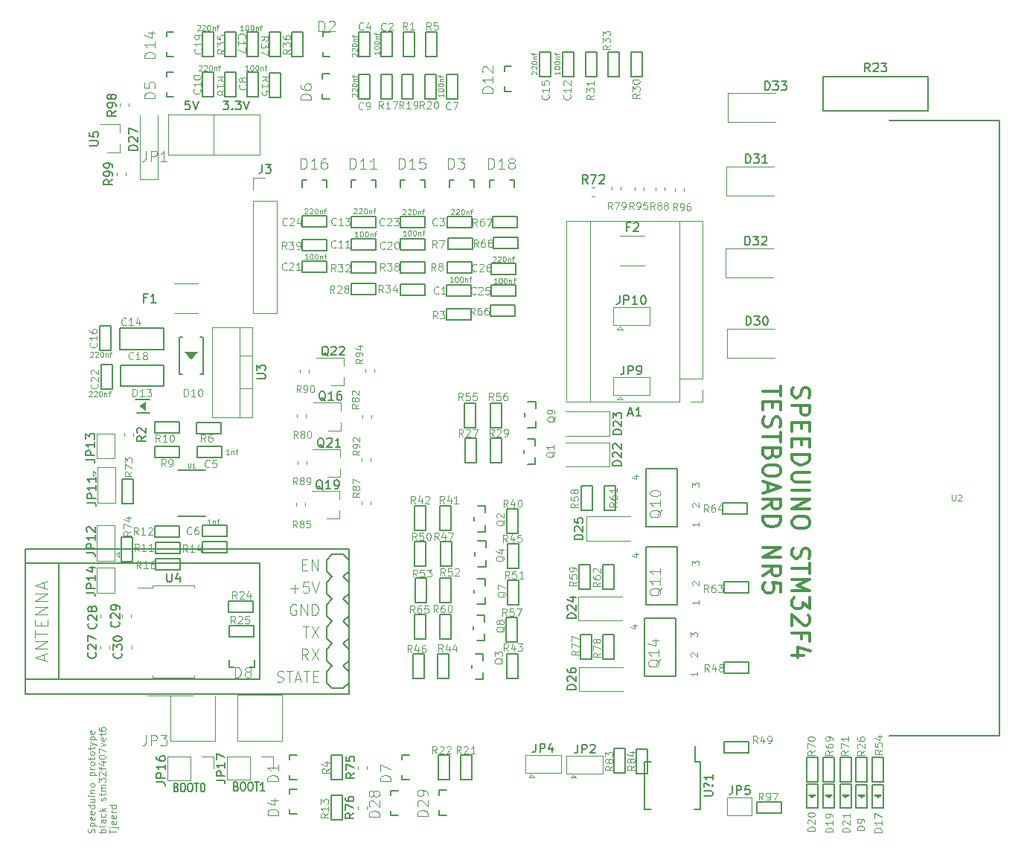
<source format=gto>
G04 #@! TF.GenerationSoftware,KiCad,Pcbnew,5.1.5-52549c5~86~ubuntu18.04.1*
G04 #@! TF.CreationDate,2020-04-08T18:04:34+02:00*
G04 #@! TF.ProjectId,Speeduino_base,53706565-6475-4696-9e6f-5f626173652e,rev?*
G04 #@! TF.SameCoordinates,Original*
G04 #@! TF.FileFunction,Legend,Top*
G04 #@! TF.FilePolarity,Positive*
%FSLAX46Y46*%
G04 Gerber Fmt 4.6, Leading zero omitted, Abs format (unit mm)*
G04 Created by KiCad (PCBNEW 5.1.5-52549c5~86~ubuntu18.04.1) date 2020-04-08 18:04:34*
%MOMM*%
%LPD*%
G04 APERTURE LIST*
%ADD10C,0.304800*%
%ADD11C,0.150000*%
%ADD12C,0.120000*%
%ADD13C,0.065024*%
%ADD14C,0.127000*%
%ADD15C,0.203200*%
%ADD16C,0.200000*%
%ADD17C,0.152400*%
%ADD18C,0.100000*%
%ADD19C,0.092900*%
%ADD20C,0.121920*%
%ADD21C,0.101600*%
%ADD22C,0.096520*%
%ADD23C,0.097536*%
%ADD24C,0.120650*%
%ADD25C,0.060325*%
%ADD26C,0.034839*%
G04 APERTURE END LIST*
D10*
X194695276Y-58879072D02*
X194600038Y-59164786D01*
X194600038Y-59640977D01*
X194695276Y-59831453D01*
X194790514Y-59926691D01*
X194980990Y-60021929D01*
X195171466Y-60021929D01*
X195361942Y-59926691D01*
X195457180Y-59831453D01*
X195552419Y-59640977D01*
X195647657Y-59260024D01*
X195742895Y-59069548D01*
X195838133Y-58974310D01*
X196028609Y-58879072D01*
X196219085Y-58879072D01*
X196409561Y-58974310D01*
X196504800Y-59069548D01*
X196600038Y-59260024D01*
X196600038Y-59736215D01*
X196504800Y-60021929D01*
X194600038Y-60879072D02*
X196600038Y-60879072D01*
X196600038Y-61640977D01*
X196504800Y-61831453D01*
X196409561Y-61926691D01*
X196219085Y-62021929D01*
X195933371Y-62021929D01*
X195742895Y-61926691D01*
X195647657Y-61831453D01*
X195552419Y-61640977D01*
X195552419Y-60879072D01*
X195647657Y-62879072D02*
X195647657Y-63545739D01*
X194600038Y-63831453D02*
X194600038Y-62879072D01*
X196600038Y-62879072D01*
X196600038Y-63831453D01*
X195647657Y-64688596D02*
X195647657Y-65355262D01*
X194600038Y-65640977D02*
X194600038Y-64688596D01*
X196600038Y-64688596D01*
X196600038Y-65640977D01*
X194600038Y-66498120D02*
X196600038Y-66498120D01*
X196600038Y-66974310D01*
X196504800Y-67260024D01*
X196314323Y-67450500D01*
X196123847Y-67545739D01*
X195742895Y-67640977D01*
X195457180Y-67640977D01*
X195076228Y-67545739D01*
X194885752Y-67450500D01*
X194695276Y-67260024D01*
X194600038Y-66974310D01*
X194600038Y-66498120D01*
X196600038Y-68498120D02*
X194980990Y-68498120D01*
X194790514Y-68593358D01*
X194695276Y-68688596D01*
X194600038Y-68879072D01*
X194600038Y-69260024D01*
X194695276Y-69450500D01*
X194790514Y-69545739D01*
X194980990Y-69640977D01*
X196600038Y-69640977D01*
X194600038Y-70593358D02*
X196600038Y-70593358D01*
X194600038Y-71545739D02*
X196600038Y-71545739D01*
X194600038Y-72688596D01*
X196600038Y-72688596D01*
X196600038Y-74021929D02*
X196600038Y-74402881D01*
X196504800Y-74593358D01*
X196314323Y-74783834D01*
X195933371Y-74879072D01*
X195266704Y-74879072D01*
X194885752Y-74783834D01*
X194695276Y-74593358D01*
X194600038Y-74402881D01*
X194600038Y-74021929D01*
X194695276Y-73831453D01*
X194885752Y-73640977D01*
X195266704Y-73545739D01*
X195933371Y-73545739D01*
X196314323Y-73640977D01*
X196504800Y-73831453D01*
X196600038Y-74021929D01*
X194695276Y-77164786D02*
X194600038Y-77450500D01*
X194600038Y-77926691D01*
X194695276Y-78117167D01*
X194790514Y-78212405D01*
X194980990Y-78307643D01*
X195171466Y-78307643D01*
X195361942Y-78212405D01*
X195457180Y-78117167D01*
X195552419Y-77926691D01*
X195647657Y-77545739D01*
X195742895Y-77355262D01*
X195838133Y-77260024D01*
X196028609Y-77164786D01*
X196219085Y-77164786D01*
X196409561Y-77260024D01*
X196504800Y-77355262D01*
X196600038Y-77545739D01*
X196600038Y-78021929D01*
X196504800Y-78307643D01*
X196600038Y-78879072D02*
X196600038Y-80021929D01*
X194600038Y-79450500D02*
X196600038Y-79450500D01*
X194600038Y-80688596D02*
X196600038Y-80688596D01*
X195171466Y-81355262D01*
X196600038Y-82021929D01*
X194600038Y-82021929D01*
X196600038Y-82783834D02*
X196600038Y-84021929D01*
X195838133Y-83355262D01*
X195838133Y-83640977D01*
X195742895Y-83831453D01*
X195647657Y-83926691D01*
X195457180Y-84021929D01*
X194980990Y-84021929D01*
X194790514Y-83926691D01*
X194695276Y-83831453D01*
X194600038Y-83640977D01*
X194600038Y-83069548D01*
X194695276Y-82879072D01*
X194790514Y-82783834D01*
X196409561Y-84783834D02*
X196504800Y-84879072D01*
X196600038Y-85069548D01*
X196600038Y-85545739D01*
X196504800Y-85736215D01*
X196409561Y-85831453D01*
X196219085Y-85926691D01*
X196028609Y-85926691D01*
X195742895Y-85831453D01*
X194600038Y-84688596D01*
X194600038Y-85926691D01*
X195647657Y-87450500D02*
X195647657Y-86783834D01*
X194600038Y-86783834D02*
X196600038Y-86783834D01*
X196600038Y-87736215D01*
X195933371Y-89355262D02*
X194600038Y-89355262D01*
X196695276Y-88879072D02*
X195266704Y-88402881D01*
X195266704Y-89640977D01*
X193295238Y-58688596D02*
X193295238Y-59831453D01*
X191295238Y-59260024D02*
X193295238Y-59260024D01*
X192342857Y-60498120D02*
X192342857Y-61164786D01*
X191295238Y-61450500D02*
X191295238Y-60498120D01*
X193295238Y-60498120D01*
X193295238Y-61450500D01*
X191390476Y-62212405D02*
X191295238Y-62498120D01*
X191295238Y-62974310D01*
X191390476Y-63164786D01*
X191485714Y-63260024D01*
X191676190Y-63355262D01*
X191866666Y-63355262D01*
X192057142Y-63260024D01*
X192152380Y-63164786D01*
X192247619Y-62974310D01*
X192342857Y-62593358D01*
X192438095Y-62402881D01*
X192533333Y-62307643D01*
X192723809Y-62212405D01*
X192914285Y-62212405D01*
X193104761Y-62307643D01*
X193200000Y-62402881D01*
X193295238Y-62593358D01*
X193295238Y-63069548D01*
X193200000Y-63355262D01*
X193295238Y-63926691D02*
X193295238Y-65069548D01*
X191295238Y-64498120D02*
X193295238Y-64498120D01*
X192342857Y-66402881D02*
X192247619Y-66688596D01*
X192152380Y-66783834D01*
X191961904Y-66879072D01*
X191676190Y-66879072D01*
X191485714Y-66783834D01*
X191390476Y-66688596D01*
X191295238Y-66498120D01*
X191295238Y-65736215D01*
X193295238Y-65736215D01*
X193295238Y-66402881D01*
X193200000Y-66593358D01*
X193104761Y-66688596D01*
X192914285Y-66783834D01*
X192723809Y-66783834D01*
X192533333Y-66688596D01*
X192438095Y-66593358D01*
X192342857Y-66402881D01*
X192342857Y-65736215D01*
X193295238Y-68117167D02*
X193295238Y-68498120D01*
X193200000Y-68688596D01*
X193009523Y-68879072D01*
X192628571Y-68974310D01*
X191961904Y-68974310D01*
X191580952Y-68879072D01*
X191390476Y-68688596D01*
X191295238Y-68498120D01*
X191295238Y-68117167D01*
X191390476Y-67926691D01*
X191580952Y-67736215D01*
X191961904Y-67640977D01*
X192628571Y-67640977D01*
X193009523Y-67736215D01*
X193200000Y-67926691D01*
X193295238Y-68117167D01*
X191866666Y-69736215D02*
X191866666Y-70688596D01*
X191295238Y-69545739D02*
X193295238Y-70212405D01*
X191295238Y-70879072D01*
X191295238Y-72688596D02*
X192247619Y-72021929D01*
X191295238Y-71545739D02*
X193295238Y-71545739D01*
X193295238Y-72307643D01*
X193200000Y-72498120D01*
X193104761Y-72593358D01*
X192914285Y-72688596D01*
X192628571Y-72688596D01*
X192438095Y-72593358D01*
X192342857Y-72498120D01*
X192247619Y-72307643D01*
X192247619Y-71545739D01*
X191295238Y-73545739D02*
X193295238Y-73545739D01*
X193295238Y-74021929D01*
X193200000Y-74307643D01*
X193009523Y-74498120D01*
X192819047Y-74593358D01*
X192438095Y-74688596D01*
X192152380Y-74688596D01*
X191771428Y-74593358D01*
X191580952Y-74498120D01*
X191390476Y-74307643D01*
X191295238Y-74021929D01*
X191295238Y-73545739D01*
X191295238Y-77069548D02*
X193295238Y-77069548D01*
X191295238Y-78212405D01*
X193295238Y-78212405D01*
X191295238Y-80307643D02*
X192247619Y-79640977D01*
X191295238Y-79164786D02*
X193295238Y-79164786D01*
X193295238Y-79926691D01*
X193200000Y-80117167D01*
X193104761Y-80212405D01*
X192914285Y-80307643D01*
X192628571Y-80307643D01*
X192438095Y-80212405D01*
X192342857Y-80117167D01*
X192247619Y-79926691D01*
X192247619Y-79164786D01*
X193295238Y-82117167D02*
X193295238Y-81164786D01*
X192342857Y-81069548D01*
X192438095Y-81164786D01*
X192533333Y-81355262D01*
X192533333Y-81831453D01*
X192438095Y-82021929D01*
X192342857Y-82117167D01*
X192152380Y-82212405D01*
X191676190Y-82212405D01*
X191485714Y-82117167D01*
X191390476Y-82021929D01*
X191295238Y-81831453D01*
X191295238Y-81355262D01*
X191390476Y-81164786D01*
X191485714Y-81069548D01*
D11*
X131358333Y-104253571D02*
X131472619Y-104301190D01*
X131510714Y-104348809D01*
X131548809Y-104444047D01*
X131548809Y-104586904D01*
X131510714Y-104682142D01*
X131472619Y-104729761D01*
X131396428Y-104777380D01*
X131091666Y-104777380D01*
X131091666Y-103777380D01*
X131358333Y-103777380D01*
X131434523Y-103825000D01*
X131472619Y-103872619D01*
X131510714Y-103967857D01*
X131510714Y-104063095D01*
X131472619Y-104158333D01*
X131434523Y-104205952D01*
X131358333Y-104253571D01*
X131091666Y-104253571D01*
X132044047Y-103777380D02*
X132196428Y-103777380D01*
X132272619Y-103825000D01*
X132348809Y-103920238D01*
X132386904Y-104110714D01*
X132386904Y-104444047D01*
X132348809Y-104634523D01*
X132272619Y-104729761D01*
X132196428Y-104777380D01*
X132044047Y-104777380D01*
X131967857Y-104729761D01*
X131891666Y-104634523D01*
X131853571Y-104444047D01*
X131853571Y-104110714D01*
X131891666Y-103920238D01*
X131967857Y-103825000D01*
X132044047Y-103777380D01*
X132882142Y-103777380D02*
X133034523Y-103777380D01*
X133110714Y-103825000D01*
X133186904Y-103920238D01*
X133225000Y-104110714D01*
X133225000Y-104444047D01*
X133186904Y-104634523D01*
X133110714Y-104729761D01*
X133034523Y-104777380D01*
X132882142Y-104777380D01*
X132805952Y-104729761D01*
X132729761Y-104634523D01*
X132691666Y-104444047D01*
X132691666Y-104110714D01*
X132729761Y-103920238D01*
X132805952Y-103825000D01*
X132882142Y-103777380D01*
X133453571Y-103777380D02*
X133910714Y-103777380D01*
X133682142Y-104777380D02*
X133682142Y-103777380D01*
X134596428Y-104777380D02*
X134139285Y-104777380D01*
X134367857Y-104777380D02*
X134367857Y-103777380D01*
X134291666Y-103920238D01*
X134215476Y-104015476D01*
X134139285Y-104063095D01*
X124517333Y-104353571D02*
X124631619Y-104401190D01*
X124669714Y-104448809D01*
X124707809Y-104544047D01*
X124707809Y-104686904D01*
X124669714Y-104782142D01*
X124631619Y-104829761D01*
X124555428Y-104877380D01*
X124250666Y-104877380D01*
X124250666Y-103877380D01*
X124517333Y-103877380D01*
X124593523Y-103925000D01*
X124631619Y-103972619D01*
X124669714Y-104067857D01*
X124669714Y-104163095D01*
X124631619Y-104258333D01*
X124593523Y-104305952D01*
X124517333Y-104353571D01*
X124250666Y-104353571D01*
X125203047Y-103877380D02*
X125355428Y-103877380D01*
X125431619Y-103925000D01*
X125507809Y-104020238D01*
X125545904Y-104210714D01*
X125545904Y-104544047D01*
X125507809Y-104734523D01*
X125431619Y-104829761D01*
X125355428Y-104877380D01*
X125203047Y-104877380D01*
X125126857Y-104829761D01*
X125050666Y-104734523D01*
X125012571Y-104544047D01*
X125012571Y-104210714D01*
X125050666Y-104020238D01*
X125126857Y-103925000D01*
X125203047Y-103877380D01*
X126041142Y-103877380D02*
X126193523Y-103877380D01*
X126269714Y-103925000D01*
X126345904Y-104020238D01*
X126384000Y-104210714D01*
X126384000Y-104544047D01*
X126345904Y-104734523D01*
X126269714Y-104829761D01*
X126193523Y-104877380D01*
X126041142Y-104877380D01*
X125964952Y-104829761D01*
X125888761Y-104734523D01*
X125850666Y-104544047D01*
X125850666Y-104210714D01*
X125888761Y-104020238D01*
X125964952Y-103925000D01*
X126041142Y-103877380D01*
X126612571Y-103877380D02*
X127069714Y-103877380D01*
X126841142Y-104877380D02*
X126841142Y-103877380D01*
X127488761Y-103877380D02*
X127564952Y-103877380D01*
X127641142Y-103925000D01*
X127679238Y-103972619D01*
X127717333Y-104067857D01*
X127755428Y-104258333D01*
X127755428Y-104496428D01*
X127717333Y-104686904D01*
X127679238Y-104782142D01*
X127641142Y-104829761D01*
X127564952Y-104877380D01*
X127488761Y-104877380D01*
X127412571Y-104829761D01*
X127374476Y-104782142D01*
X127336380Y-104686904D01*
X127298285Y-104496428D01*
X127298285Y-104258333D01*
X127336380Y-104067857D01*
X127374476Y-103972619D01*
X127412571Y-103925000D01*
X127488761Y-103877380D01*
D12*
X131445000Y-99060000D02*
X131445000Y-93853000D01*
X136525000Y-99060000D02*
X131445000Y-99060000D01*
X136525000Y-93853000D02*
X136525000Y-99060000D01*
X131445000Y-93853000D02*
X136525000Y-93853000D01*
X123825000Y-99060000D02*
X123825000Y-93980000D01*
X128905000Y-99060000D02*
X123825000Y-99060000D01*
X128905000Y-93980000D02*
X128905000Y-99060000D01*
X121198000Y-93955000D02*
X126405000Y-93955000D01*
X133985000Y-32385000D02*
X128778000Y-32385000D01*
X133985000Y-27813000D02*
X133985000Y-32385000D01*
X128778000Y-27813000D02*
X133985000Y-27813000D01*
X128778000Y-27813000D02*
X123571000Y-27813000D01*
X128778000Y-32385000D02*
X128778000Y-27813000D01*
X123571000Y-32385000D02*
X128778000Y-32385000D01*
X123571000Y-27686000D02*
X123571000Y-32385000D01*
D11*
X129841809Y-26249380D02*
X130460857Y-26249380D01*
X130127523Y-26630333D01*
X130270380Y-26630333D01*
X130365619Y-26677952D01*
X130413238Y-26725571D01*
X130460857Y-26820809D01*
X130460857Y-27058904D01*
X130413238Y-27154142D01*
X130365619Y-27201761D01*
X130270380Y-27249380D01*
X129984666Y-27249380D01*
X129889428Y-27201761D01*
X129841809Y-27154142D01*
X130889428Y-27154142D02*
X130937047Y-27201761D01*
X130889428Y-27249380D01*
X130841809Y-27201761D01*
X130889428Y-27154142D01*
X130889428Y-27249380D01*
X131270380Y-26249380D02*
X131889428Y-26249380D01*
X131556095Y-26630333D01*
X131698952Y-26630333D01*
X131794190Y-26677952D01*
X131841809Y-26725571D01*
X131889428Y-26820809D01*
X131889428Y-27058904D01*
X131841809Y-27154142D01*
X131794190Y-27201761D01*
X131698952Y-27249380D01*
X131413238Y-27249380D01*
X131318000Y-27201761D01*
X131270380Y-27154142D01*
X132175142Y-26249380D02*
X132508476Y-27249380D01*
X132841809Y-26249380D01*
X126047523Y-26249380D02*
X125571333Y-26249380D01*
X125523714Y-26725571D01*
X125571333Y-26677952D01*
X125666571Y-26630333D01*
X125904666Y-26630333D01*
X125999904Y-26677952D01*
X126047523Y-26725571D01*
X126095142Y-26820809D01*
X126095142Y-27058904D01*
X126047523Y-27154142D01*
X125999904Y-27201761D01*
X125904666Y-27249380D01*
X125666571Y-27249380D01*
X125571333Y-27201761D01*
X125523714Y-27154142D01*
X126380857Y-26249380D02*
X126714190Y-27249380D01*
X127047523Y-26249380D01*
D13*
X115208932Y-109538656D02*
X115245702Y-109428347D01*
X115245702Y-109244500D01*
X115208932Y-109170961D01*
X115172163Y-109134191D01*
X115098624Y-109097422D01*
X115025085Y-109097422D01*
X114951546Y-109134191D01*
X114914776Y-109170961D01*
X114878007Y-109244500D01*
X114841237Y-109391578D01*
X114804468Y-109465117D01*
X114767698Y-109501886D01*
X114694159Y-109538656D01*
X114620620Y-109538656D01*
X114547081Y-109501886D01*
X114510312Y-109465117D01*
X114473542Y-109391578D01*
X114473542Y-109207730D01*
X114510312Y-109097422D01*
X114730929Y-108766496D02*
X115503089Y-108766496D01*
X114767698Y-108766496D02*
X114730929Y-108692957D01*
X114730929Y-108545879D01*
X114767698Y-108472340D01*
X114804468Y-108435570D01*
X114878007Y-108398801D01*
X115098624Y-108398801D01*
X115172163Y-108435570D01*
X115208932Y-108472340D01*
X115245702Y-108545879D01*
X115245702Y-108692957D01*
X115208932Y-108766496D01*
X115208932Y-107773719D02*
X115245702Y-107847258D01*
X115245702Y-107994336D01*
X115208932Y-108067875D01*
X115135393Y-108104644D01*
X114841237Y-108104644D01*
X114767698Y-108067875D01*
X114730929Y-107994336D01*
X114730929Y-107847258D01*
X114767698Y-107773719D01*
X114841237Y-107736949D01*
X114914776Y-107736949D01*
X114988315Y-108104644D01*
X115208932Y-107111867D02*
X115245702Y-107185406D01*
X115245702Y-107332484D01*
X115208932Y-107406023D01*
X115135393Y-107442793D01*
X114841237Y-107442793D01*
X114767698Y-107406023D01*
X114730929Y-107332484D01*
X114730929Y-107185406D01*
X114767698Y-107111867D01*
X114841237Y-107075098D01*
X114914776Y-107075098D01*
X114988315Y-107442793D01*
X115245702Y-106413246D02*
X114473542Y-106413246D01*
X115208932Y-106413246D02*
X115245702Y-106486785D01*
X115245702Y-106633863D01*
X115208932Y-106707402D01*
X115172163Y-106744172D01*
X115098624Y-106780942D01*
X114878007Y-106780942D01*
X114804468Y-106744172D01*
X114767698Y-106707402D01*
X114730929Y-106633863D01*
X114730929Y-106486785D01*
X114767698Y-106413246D01*
X114730929Y-105714625D02*
X115245702Y-105714625D01*
X114730929Y-106045551D02*
X115135393Y-106045551D01*
X115208932Y-106008782D01*
X115245702Y-105935242D01*
X115245702Y-105824934D01*
X115208932Y-105751395D01*
X115172163Y-105714625D01*
X115245702Y-105346930D02*
X114730929Y-105346930D01*
X114473542Y-105346930D02*
X114510312Y-105383700D01*
X114547081Y-105346930D01*
X114510312Y-105310161D01*
X114473542Y-105346930D01*
X114547081Y-105346930D01*
X114730929Y-104979235D02*
X115245702Y-104979235D01*
X114804468Y-104979235D02*
X114767698Y-104942465D01*
X114730929Y-104868926D01*
X114730929Y-104758618D01*
X114767698Y-104685079D01*
X114841237Y-104648309D01*
X115245702Y-104648309D01*
X115245702Y-104170305D02*
X115208932Y-104243844D01*
X115172163Y-104280614D01*
X115098624Y-104317383D01*
X114878007Y-104317383D01*
X114804468Y-104280614D01*
X114767698Y-104243844D01*
X114730929Y-104170305D01*
X114730929Y-104059997D01*
X114767698Y-103986458D01*
X114804468Y-103949688D01*
X114878007Y-103912919D01*
X115098624Y-103912919D01*
X115172163Y-103949688D01*
X115208932Y-103986458D01*
X115245702Y-104059997D01*
X115245702Y-104170305D01*
X114730929Y-102993681D02*
X115503089Y-102993681D01*
X114767698Y-102993681D02*
X114730929Y-102920142D01*
X114730929Y-102773063D01*
X114767698Y-102699524D01*
X114804468Y-102662755D01*
X114878007Y-102625985D01*
X115098624Y-102625985D01*
X115172163Y-102662755D01*
X115208932Y-102699524D01*
X115245702Y-102773063D01*
X115245702Y-102920142D01*
X115208932Y-102993681D01*
X115245702Y-102295060D02*
X114730929Y-102295060D01*
X114878007Y-102295060D02*
X114804468Y-102258290D01*
X114767698Y-102221521D01*
X114730929Y-102147982D01*
X114730929Y-102074442D01*
X115245702Y-101706747D02*
X115208932Y-101780286D01*
X115172163Y-101817056D01*
X115098624Y-101853825D01*
X114878007Y-101853825D01*
X114804468Y-101817056D01*
X114767698Y-101780286D01*
X114730929Y-101706747D01*
X114730929Y-101596439D01*
X114767698Y-101522900D01*
X114804468Y-101486130D01*
X114878007Y-101449361D01*
X115098624Y-101449361D01*
X115172163Y-101486130D01*
X115208932Y-101522900D01*
X115245702Y-101596439D01*
X115245702Y-101706747D01*
X114730929Y-101228743D02*
X114730929Y-100934587D01*
X114473542Y-101118435D02*
X115135393Y-101118435D01*
X115208932Y-101081665D01*
X115245702Y-101008126D01*
X115245702Y-100934587D01*
X115245702Y-100566892D02*
X115208932Y-100640431D01*
X115172163Y-100677201D01*
X115098624Y-100713970D01*
X114878007Y-100713970D01*
X114804468Y-100677201D01*
X114767698Y-100640431D01*
X114730929Y-100566892D01*
X114730929Y-100456583D01*
X114767698Y-100383044D01*
X114804468Y-100346275D01*
X114878007Y-100309505D01*
X115098624Y-100309505D01*
X115172163Y-100346275D01*
X115208932Y-100383044D01*
X115245702Y-100456583D01*
X115245702Y-100566892D01*
X114730929Y-100088888D02*
X114730929Y-99794732D01*
X114473542Y-99978580D02*
X115135393Y-99978580D01*
X115208932Y-99941810D01*
X115245702Y-99868271D01*
X115245702Y-99794732D01*
X114730929Y-99610884D02*
X115245702Y-99427037D01*
X114730929Y-99243189D02*
X115245702Y-99427037D01*
X115429550Y-99500576D01*
X115466319Y-99537345D01*
X115503089Y-99610884D01*
X114730929Y-98949033D02*
X115503089Y-98949033D01*
X114767698Y-98949033D02*
X114730929Y-98875494D01*
X114730929Y-98728416D01*
X114767698Y-98654877D01*
X114804468Y-98618107D01*
X114878007Y-98581338D01*
X115098624Y-98581338D01*
X115172163Y-98618107D01*
X115208932Y-98654877D01*
X115245702Y-98728416D01*
X115245702Y-98875494D01*
X115208932Y-98949033D01*
X115208932Y-97956256D02*
X115245702Y-98029795D01*
X115245702Y-98176873D01*
X115208932Y-98250412D01*
X115135393Y-98287182D01*
X114841237Y-98287182D01*
X114767698Y-98250412D01*
X114730929Y-98176873D01*
X114730929Y-98029795D01*
X114767698Y-97956256D01*
X114841237Y-97919486D01*
X114914776Y-97919486D01*
X114988315Y-98287182D01*
X116468966Y-109501886D02*
X115696806Y-109501886D01*
X115990962Y-109501886D02*
X115954193Y-109428347D01*
X115954193Y-109281269D01*
X115990962Y-109207730D01*
X116027732Y-109170961D01*
X116101271Y-109134191D01*
X116321888Y-109134191D01*
X116395427Y-109170961D01*
X116432196Y-109207730D01*
X116468966Y-109281269D01*
X116468966Y-109428347D01*
X116432196Y-109501886D01*
X116468966Y-108692957D02*
X116432196Y-108766496D01*
X116358657Y-108803265D01*
X115696806Y-108803265D01*
X116468966Y-108067875D02*
X116064501Y-108067875D01*
X115990962Y-108104644D01*
X115954193Y-108178183D01*
X115954193Y-108325262D01*
X115990962Y-108398801D01*
X116432196Y-108067875D02*
X116468966Y-108141414D01*
X116468966Y-108325262D01*
X116432196Y-108398801D01*
X116358657Y-108435570D01*
X116285118Y-108435570D01*
X116211579Y-108398801D01*
X116174810Y-108325262D01*
X116174810Y-108141414D01*
X116138040Y-108067875D01*
X116432196Y-107369254D02*
X116468966Y-107442793D01*
X116468966Y-107589871D01*
X116432196Y-107663410D01*
X116395427Y-107700180D01*
X116321888Y-107736949D01*
X116101271Y-107736949D01*
X116027732Y-107700180D01*
X115990962Y-107663410D01*
X115954193Y-107589871D01*
X115954193Y-107442793D01*
X115990962Y-107369254D01*
X116468966Y-107038328D02*
X115696806Y-107038328D01*
X116174810Y-106964789D02*
X116468966Y-106744172D01*
X115954193Y-106744172D02*
X116248349Y-107038328D01*
X116432196Y-105861703D02*
X116468966Y-105788164D01*
X116468966Y-105641086D01*
X116432196Y-105567547D01*
X116358657Y-105530778D01*
X116321888Y-105530778D01*
X116248349Y-105567547D01*
X116211579Y-105641086D01*
X116211579Y-105751395D01*
X116174810Y-105824934D01*
X116101271Y-105861703D01*
X116064501Y-105861703D01*
X115990962Y-105824934D01*
X115954193Y-105751395D01*
X115954193Y-105641086D01*
X115990962Y-105567547D01*
X115954193Y-105310161D02*
X115954193Y-105016004D01*
X115696806Y-105199852D02*
X116358657Y-105199852D01*
X116432196Y-105163082D01*
X116468966Y-105089543D01*
X116468966Y-105016004D01*
X116468966Y-104758618D02*
X115954193Y-104758618D01*
X116027732Y-104758618D02*
X115990962Y-104721848D01*
X115954193Y-104648309D01*
X115954193Y-104538001D01*
X115990962Y-104464462D01*
X116064501Y-104427692D01*
X116468966Y-104427692D01*
X116064501Y-104427692D02*
X115990962Y-104390922D01*
X115954193Y-104317383D01*
X115954193Y-104207075D01*
X115990962Y-104133536D01*
X116064501Y-104096766D01*
X116468966Y-104096766D01*
X115696806Y-103802610D02*
X115696806Y-103324606D01*
X115990962Y-103581993D01*
X115990962Y-103471684D01*
X116027732Y-103398145D01*
X116064501Y-103361376D01*
X116138040Y-103324606D01*
X116321888Y-103324606D01*
X116395427Y-103361376D01*
X116432196Y-103398145D01*
X116468966Y-103471684D01*
X116468966Y-103692302D01*
X116432196Y-103765841D01*
X116395427Y-103802610D01*
X115770345Y-103030450D02*
X115733576Y-102993681D01*
X115696806Y-102920142D01*
X115696806Y-102736294D01*
X115733576Y-102662755D01*
X115770345Y-102625985D01*
X115843884Y-102589216D01*
X115917423Y-102589216D01*
X116027732Y-102625985D01*
X116468966Y-103067220D01*
X116468966Y-102589216D01*
X115954193Y-102368599D02*
X115954193Y-102074442D01*
X116468966Y-102258290D02*
X115807115Y-102258290D01*
X115733576Y-102221521D01*
X115696806Y-102147982D01*
X115696806Y-102074442D01*
X115954193Y-101486130D02*
X116468966Y-101486130D01*
X115660036Y-101669978D02*
X116211579Y-101853825D01*
X116211579Y-101375822D01*
X115696806Y-100934587D02*
X115696806Y-100861048D01*
X115733576Y-100787509D01*
X115770345Y-100750740D01*
X115843884Y-100713970D01*
X115990962Y-100677201D01*
X116174810Y-100677201D01*
X116321888Y-100713970D01*
X116395427Y-100750740D01*
X116432196Y-100787509D01*
X116468966Y-100861048D01*
X116468966Y-100934587D01*
X116432196Y-101008126D01*
X116395427Y-101044896D01*
X116321888Y-101081665D01*
X116174810Y-101118435D01*
X115990962Y-101118435D01*
X115843884Y-101081665D01*
X115770345Y-101044896D01*
X115733576Y-101008126D01*
X115696806Y-100934587D01*
X115696806Y-100419814D02*
X115696806Y-99905041D01*
X116468966Y-100235966D01*
X115954193Y-99684423D02*
X116468966Y-99500576D01*
X115954193Y-99316728D01*
X116432196Y-98728416D02*
X116468966Y-98801955D01*
X116468966Y-98949033D01*
X116432196Y-99022572D01*
X116358657Y-99059342D01*
X116064501Y-99059342D01*
X115990962Y-99022572D01*
X115954193Y-98949033D01*
X115954193Y-98801955D01*
X115990962Y-98728416D01*
X116064501Y-98691646D01*
X116138040Y-98691646D01*
X116211579Y-99059342D01*
X115954193Y-98471029D02*
X115954193Y-98176873D01*
X115696806Y-98360721D02*
X116358657Y-98360721D01*
X116432196Y-98323951D01*
X116468966Y-98250412D01*
X116468966Y-98176873D01*
X115696806Y-97588561D02*
X115696806Y-97735639D01*
X115733576Y-97809178D01*
X115770345Y-97845947D01*
X115880654Y-97919486D01*
X116027732Y-97956256D01*
X116321888Y-97956256D01*
X116395427Y-97919486D01*
X116432196Y-97882717D01*
X116468966Y-97809178D01*
X116468966Y-97662100D01*
X116432196Y-97588561D01*
X116395427Y-97551791D01*
X116321888Y-97515022D01*
X116138040Y-97515022D01*
X116064501Y-97551791D01*
X116027732Y-97588561D01*
X115990962Y-97662100D01*
X115990962Y-97809178D01*
X116027732Y-97882717D01*
X116064501Y-97919486D01*
X116138040Y-97956256D01*
X116920070Y-109612195D02*
X116920070Y-109170961D01*
X117692230Y-109391578D02*
X116920070Y-109391578D01*
X117177457Y-108913574D02*
X117839308Y-108913574D01*
X117912847Y-108950343D01*
X117949617Y-109023882D01*
X117949617Y-109060652D01*
X116920070Y-108913574D02*
X116956840Y-108950343D01*
X116993609Y-108913574D01*
X116956840Y-108876804D01*
X116920070Y-108913574D01*
X116993609Y-108913574D01*
X117655460Y-108251722D02*
X117692230Y-108325262D01*
X117692230Y-108472340D01*
X117655460Y-108545879D01*
X117581921Y-108582648D01*
X117287765Y-108582648D01*
X117214226Y-108545879D01*
X117177457Y-108472340D01*
X117177457Y-108325262D01*
X117214226Y-108251722D01*
X117287765Y-108214953D01*
X117361304Y-108214953D01*
X117434843Y-108582648D01*
X117655460Y-107589871D02*
X117692230Y-107663410D01*
X117692230Y-107810488D01*
X117655460Y-107884027D01*
X117581921Y-107920797D01*
X117287765Y-107920797D01*
X117214226Y-107884027D01*
X117177457Y-107810488D01*
X117177457Y-107663410D01*
X117214226Y-107589871D01*
X117287765Y-107553102D01*
X117361304Y-107553102D01*
X117434843Y-107920797D01*
X117692230Y-107222176D02*
X117177457Y-107222176D01*
X117324535Y-107222176D02*
X117250996Y-107185406D01*
X117214226Y-107148637D01*
X117177457Y-107075098D01*
X117177457Y-107001559D01*
X117692230Y-106413246D02*
X116920070Y-106413246D01*
X117655460Y-106413246D02*
X117692230Y-106486785D01*
X117692230Y-106633863D01*
X117655460Y-106707402D01*
X117618691Y-106744172D01*
X117545152Y-106780942D01*
X117324535Y-106780942D01*
X117250996Y-106744172D01*
X117214226Y-106707402D01*
X117177457Y-106633863D01*
X117177457Y-106486785D01*
X117214226Y-106413246D01*
D14*
X175615000Y-102735000D02*
X174345000Y-102735000D01*
X175615000Y-99941000D02*
X175615000Y-102735000D01*
X174345000Y-99941000D02*
X175615000Y-99941000D01*
X174345000Y-102735000D02*
X174345000Y-99941000D01*
D12*
X121843000Y-81673000D02*
X120178000Y-81673000D01*
X121843000Y-81393000D02*
X121843000Y-81673000D01*
X124228000Y-81393000D02*
X121843000Y-81393000D01*
X126613000Y-81393000D02*
X126613000Y-81673000D01*
X124228000Y-81393000D02*
X126613000Y-81393000D01*
X121843000Y-91913000D02*
X121843000Y-91633000D01*
X124228000Y-91913000D02*
X121843000Y-91913000D01*
X126613000Y-91913000D02*
X126613000Y-91633000D01*
X124228000Y-91913000D02*
X126613000Y-91913000D01*
X119160000Y-26906267D02*
X119160000Y-26563733D01*
X118140000Y-26906267D02*
X118140000Y-26563733D01*
D11*
X183530000Y-101420000D02*
X183530000Y-99670000D01*
X177775000Y-101420000D02*
X177775000Y-106920000D01*
X184185000Y-101420000D02*
X184185000Y-106920000D01*
X177775000Y-101420000D02*
X178525000Y-101420000D01*
X177775000Y-106920000D02*
X178525000Y-106920000D01*
X184185000Y-106920000D02*
X183435000Y-106920000D01*
X184185000Y-101420000D02*
X183530000Y-101420000D01*
D14*
X111125000Y-92075000D02*
X111125000Y-78867000D01*
X111125000Y-78867000D02*
X107315000Y-78867000D01*
X133985000Y-78867000D02*
X111125000Y-78867000D01*
X133985000Y-92075000D02*
X133985000Y-78867000D01*
X111125000Y-92075000D02*
X133985000Y-92075000D01*
X107315000Y-92075000D02*
X111125000Y-92075000D01*
X144145000Y-86106000D02*
X143510000Y-85471000D01*
X143510000Y-88011000D02*
X144145000Y-87376000D01*
X144145000Y-88646000D02*
X143510000Y-88011000D01*
X143510000Y-90551000D02*
X144145000Y-89916000D01*
X144145000Y-91186000D02*
X143510000Y-90551000D01*
X143510000Y-93091000D02*
X144145000Y-92456000D01*
X142240000Y-93091000D02*
X143510000Y-93091000D01*
X141605000Y-92456000D02*
X142240000Y-93091000D01*
X141605000Y-91186000D02*
X141605000Y-92456000D01*
X142240000Y-90551000D02*
X141605000Y-91186000D01*
X141605000Y-89916000D02*
X142240000Y-90551000D01*
X141605000Y-88646000D02*
X141605000Y-89916000D01*
X142240000Y-88011000D02*
X141605000Y-88646000D01*
X141605000Y-87376000D02*
X142240000Y-88011000D01*
X141605000Y-86106000D02*
X141605000Y-87376000D01*
X142240000Y-85471000D02*
X141605000Y-86106000D01*
X142240000Y-77851000D02*
X141605000Y-78486000D01*
X143510000Y-77851000D02*
X142240000Y-77851000D01*
X144145000Y-84836000D02*
X143510000Y-85471000D01*
X143510000Y-82931000D02*
X144145000Y-83566000D01*
X144145000Y-82296000D02*
X143510000Y-82931000D01*
X143510000Y-80391000D02*
X144145000Y-81026000D01*
X144145000Y-79756000D02*
X143510000Y-80391000D01*
X143510000Y-77851000D02*
X144145000Y-78486000D01*
X141605000Y-79756000D02*
X141605000Y-78486000D01*
X142240000Y-80391000D02*
X141605000Y-79756000D01*
X141605000Y-81026000D02*
X142240000Y-80391000D01*
X141605000Y-82296000D02*
X141605000Y-81026000D01*
X142240000Y-82931000D02*
X141605000Y-82296000D01*
X141605000Y-83566000D02*
X142240000Y-82931000D01*
X141605000Y-84836000D02*
X141605000Y-83566000D01*
X142240000Y-85471000D02*
X141605000Y-84836000D01*
X107315000Y-93726000D02*
X144145000Y-93726000D01*
X107315000Y-92075000D02*
X107315000Y-93726000D01*
X107315000Y-78867000D02*
X107315000Y-92075000D01*
X107315000Y-77216000D02*
X107315000Y-78867000D01*
X144145000Y-77216000D02*
X107315000Y-77216000D01*
X144145000Y-86106000D02*
X144145000Y-77216000D01*
X144145000Y-87376000D02*
X144145000Y-86106000D01*
X144145000Y-88646000D02*
X144145000Y-87376000D01*
X144145000Y-89916000D02*
X144145000Y-88646000D01*
X144145000Y-91186000D02*
X144145000Y-89916000D01*
X144145000Y-92456000D02*
X144145000Y-91186000D01*
X144145000Y-93726000D02*
X144145000Y-92456000D01*
X163069000Y-49515000D02*
X163069000Y-50785000D01*
X160275000Y-49515000D02*
X163069000Y-49515000D01*
X160275000Y-50785000D02*
X160275000Y-49515000D01*
X163069000Y-50785000D02*
X160275000Y-50785000D01*
D12*
X118090000Y-32100000D02*
X116630000Y-32100000D01*
X118090000Y-28940000D02*
X115930000Y-28940000D01*
X118090000Y-28940000D02*
X118090000Y-29870000D01*
X118090000Y-32100000D02*
X118090000Y-31170000D01*
X118770000Y-34736267D02*
X118770000Y-34393733D01*
X117750000Y-34736267D02*
X117750000Y-34393733D01*
D14*
X190581000Y-107305000D02*
X190581000Y-106035000D01*
X193375000Y-107305000D02*
X190581000Y-107305000D01*
X193375000Y-106035000D02*
X193375000Y-107305000D01*
X190581000Y-106035000D02*
X193375000Y-106035000D01*
D12*
X187230000Y-105530000D02*
X190030000Y-105530000D01*
X190030000Y-105530000D02*
X190030000Y-107530000D01*
X190030000Y-107530000D02*
X187230000Y-107530000D01*
X187230000Y-107530000D02*
X187230000Y-105530000D01*
D15*
X177941000Y-74674600D02*
X177941000Y-68121400D01*
X181497000Y-74674600D02*
X177941000Y-74674600D01*
X181497000Y-68121400D02*
X181497000Y-74674600D01*
X177941000Y-68121400D02*
X181497000Y-68121400D01*
D12*
X138325000Y-67586267D02*
X138325000Y-67243733D01*
X139345000Y-67586267D02*
X139345000Y-67243733D01*
X181280000Y-36491267D02*
X181280000Y-36148733D01*
X182300000Y-36491267D02*
X182300000Y-36148733D01*
X176680000Y-36406267D02*
X176680000Y-36063733D01*
X177700000Y-36406267D02*
X177700000Y-36063733D01*
X146065000Y-57122933D02*
X146065000Y-56780399D01*
X147085000Y-57122933D02*
X147085000Y-56780399D01*
X145655000Y-67289599D02*
X145655000Y-66947065D01*
X146675000Y-67289599D02*
X146675000Y-66947065D01*
X138560000Y-57196267D02*
X138560000Y-56853733D01*
X139580000Y-57196267D02*
X139580000Y-56853733D01*
X179060000Y-36411267D02*
X179060000Y-36068733D01*
X180080000Y-36411267D02*
X180080000Y-36068733D01*
X145585000Y-72156267D02*
X145585000Y-71813733D01*
X146605000Y-72156267D02*
X146605000Y-71813733D01*
X138205000Y-72376267D02*
X138205000Y-72033733D01*
X139225000Y-72376267D02*
X139225000Y-72033733D01*
X145725000Y-62376267D02*
X145725000Y-62033733D01*
X146745000Y-62376267D02*
X146745000Y-62033733D01*
X138295000Y-62276267D02*
X138295000Y-61933733D01*
X139315000Y-62276267D02*
X139315000Y-61933733D01*
X174110000Y-36366267D02*
X174110000Y-36023733D01*
X175130000Y-36366267D02*
X175130000Y-36023733D01*
X145159000Y-106522733D02*
X145159000Y-106865267D01*
X146179000Y-106522733D02*
X146179000Y-106865267D01*
X145159000Y-101936733D02*
X145159000Y-102279267D01*
X146179000Y-101936733D02*
X146179000Y-102279267D01*
X171803733Y-37140000D02*
X172146267Y-37140000D01*
X171803733Y-36120000D02*
X172146267Y-36120000D01*
X118652000Y-64075733D02*
X118652000Y-64418267D01*
X119672000Y-64075733D02*
X119672000Y-64418267D01*
X143630000Y-58630000D02*
X142170000Y-58630000D01*
X143630000Y-55470000D02*
X140470000Y-55470000D01*
X143630000Y-55470000D02*
X143630000Y-56400000D01*
X143630000Y-58630000D02*
X143630000Y-57700000D01*
X143195000Y-69045000D02*
X141735000Y-69045000D01*
X143195000Y-65885000D02*
X140035000Y-65885000D01*
X143195000Y-65885000D02*
X143195000Y-66815000D01*
X143195000Y-69045000D02*
X143195000Y-68115000D01*
X143290000Y-63760000D02*
X141830000Y-63760000D01*
X143290000Y-60600000D02*
X140130000Y-60600000D01*
X143290000Y-60600000D02*
X143290000Y-61530000D01*
X143290000Y-63760000D02*
X143290000Y-62830000D01*
X187310000Y-25330000D02*
X192710000Y-25330000D01*
X187310000Y-28630000D02*
X192710000Y-28630000D01*
X187310000Y-25330000D02*
X187310000Y-28630000D01*
X187050000Y-43050000D02*
X192450000Y-43050000D01*
X187050000Y-46350000D02*
X192450000Y-46350000D01*
X187050000Y-43050000D02*
X187050000Y-46350000D01*
X187125000Y-33725000D02*
X192525000Y-33725000D01*
X187125000Y-37025000D02*
X192525000Y-37025000D01*
X187125000Y-33725000D02*
X187125000Y-37025000D01*
X143125000Y-73810000D02*
X141665000Y-73810000D01*
X143125000Y-70650000D02*
X139965000Y-70650000D01*
X143125000Y-70650000D02*
X143125000Y-71580000D01*
X143125000Y-73810000D02*
X143125000Y-72880000D01*
X187175000Y-52150000D02*
X192575000Y-52150000D01*
X187175000Y-55450000D02*
X192575000Y-55450000D01*
X187175000Y-52150000D02*
X187175000Y-55450000D01*
X127021252Y-47020000D02*
X124248748Y-47020000D01*
X127021252Y-50440000D02*
X124248748Y-50440000D01*
X133295000Y-35015000D02*
X134625000Y-35015000D01*
X133295000Y-36345000D02*
X133295000Y-35015000D01*
X133295000Y-37615000D02*
X135955000Y-37615000D01*
X135955000Y-37615000D02*
X135955000Y-50375000D01*
X133295000Y-37615000D02*
X133295000Y-50375000D01*
X133295000Y-50375000D02*
X135955000Y-50375000D01*
X118400000Y-88254721D02*
X118400000Y-88580279D01*
X119420000Y-88254721D02*
X119420000Y-88580279D01*
X118380000Y-84724721D02*
X118380000Y-85050279D01*
X119400000Y-84724721D02*
X119400000Y-85050279D01*
X116950000Y-85050279D02*
X116950000Y-84724721D01*
X115930000Y-85050279D02*
X115930000Y-84724721D01*
X116920000Y-88560279D02*
X116920000Y-88234721D01*
X115900000Y-88560279D02*
X115900000Y-88234721D01*
D16*
X218150000Y-98500000D02*
X205667000Y-98500000D01*
X218150000Y-28500000D02*
X205667000Y-28500000D01*
X218150000Y-98500000D02*
X218150000Y-28500000D01*
D12*
X170295000Y-82665000D02*
X175275000Y-82665000D01*
X170295000Y-85385000D02*
X175275000Y-85385000D01*
X170295000Y-82665000D02*
X170295000Y-85385000D01*
X170370000Y-90690000D02*
X175350000Y-90690000D01*
X170370000Y-93410000D02*
X175350000Y-93410000D01*
X170370000Y-90690000D02*
X170370000Y-93410000D01*
X171200000Y-73560000D02*
X176180000Y-73560000D01*
X171200000Y-76280000D02*
X176180000Y-76280000D01*
X171200000Y-73560000D02*
X171200000Y-76280000D01*
X173830000Y-64335000D02*
X168850000Y-64335000D01*
X173830000Y-61615000D02*
X168850000Y-61615000D01*
X173830000Y-64335000D02*
X173830000Y-61615000D01*
X173805000Y-67835000D02*
X168825000Y-67835000D01*
X173805000Y-65115000D02*
X168825000Y-65115000D01*
X173805000Y-67835000D02*
X173805000Y-65115000D01*
D14*
X155261000Y-48455000D02*
X155261000Y-47185000D01*
X158055000Y-48455000D02*
X155261000Y-48455000D01*
X158055000Y-47185000D02*
X158055000Y-48455000D01*
X155261000Y-47185000D02*
X158055000Y-47185000D01*
X146558000Y-21196400D02*
X145288000Y-21196400D01*
X146558000Y-18402400D02*
X146558000Y-21196400D01*
X145288000Y-18402400D02*
X146558000Y-18402400D01*
X145288000Y-21196400D02*
X145288000Y-18402400D01*
X149098000Y-21209000D02*
X147828000Y-21209000D01*
X149098000Y-18415000D02*
X149098000Y-21209000D01*
X147828000Y-18415000D02*
X149098000Y-18415000D01*
X147828000Y-21209000D02*
X147828000Y-18415000D01*
X152837000Y-39363000D02*
X152837000Y-40633000D01*
X150043000Y-39363000D02*
X152837000Y-39363000D01*
X150043000Y-40633000D02*
X150043000Y-39363000D01*
X152837000Y-40633000D02*
X150043000Y-40633000D01*
X150043000Y-43173000D02*
X150043000Y-41903000D01*
X152837000Y-43173000D02*
X150043000Y-43173000D01*
X152837000Y-41903000D02*
X152837000Y-43173000D01*
X150043000Y-41903000D02*
X152837000Y-41903000D01*
X128778000Y-21209000D02*
X127508000Y-21209000D01*
X128778000Y-18415000D02*
X128778000Y-21209000D01*
X127508000Y-18415000D02*
X128778000Y-18415000D01*
X127508000Y-21209000D02*
X127508000Y-18415000D01*
X132588000Y-18415000D02*
X133858000Y-18415000D01*
X132588000Y-21209000D02*
X132588000Y-18415000D01*
X133858000Y-21209000D02*
X132588000Y-21209000D01*
X133858000Y-18415000D02*
X133858000Y-21209000D01*
X144455000Y-43173000D02*
X144455000Y-41903000D01*
X147249000Y-43173000D02*
X144455000Y-43173000D01*
X147249000Y-41903000D02*
X147249000Y-43173000D01*
X144455000Y-41903000D02*
X147249000Y-41903000D01*
X130285000Y-74515000D02*
X130285000Y-75785000D01*
X127491000Y-74515000D02*
X130285000Y-74515000D01*
X127491000Y-75785000D02*
X127491000Y-74515000D01*
X130285000Y-75785000D02*
X127491000Y-75785000D01*
X126909000Y-66860000D02*
X126909000Y-65590000D01*
X129703000Y-66860000D02*
X126909000Y-66860000D01*
X129703000Y-65590000D02*
X129703000Y-66860000D01*
X126909000Y-65590000D02*
X129703000Y-65590000D01*
X117110000Y-54672000D02*
X115840000Y-54672000D01*
X117110000Y-51878000D02*
X117110000Y-54672000D01*
X115840000Y-51878000D02*
X117110000Y-51878000D01*
X115840000Y-54672000D02*
X115840000Y-51878000D01*
X167132000Y-23495000D02*
X165862000Y-23495000D01*
X167132000Y-20701000D02*
X167132000Y-23495000D01*
X165862000Y-20701000D02*
X167132000Y-20701000D01*
X165862000Y-23495000D02*
X165862000Y-20701000D01*
X115965000Y-56253000D02*
X117235000Y-56253000D01*
X115965000Y-59047000D02*
X115965000Y-56253000D01*
X117235000Y-59047000D02*
X115965000Y-59047000D01*
X117235000Y-56253000D02*
X117235000Y-59047000D01*
X138835000Y-40585000D02*
X138835000Y-39315000D01*
X141629000Y-40585000D02*
X138835000Y-40585000D01*
X141629000Y-39315000D02*
X141629000Y-40585000D01*
X138835000Y-39315000D02*
X141629000Y-39315000D01*
X138867000Y-45713000D02*
X138867000Y-44443000D01*
X141661000Y-45713000D02*
X138867000Y-45713000D01*
X141661000Y-44443000D02*
X141661000Y-45713000D01*
X138867000Y-44443000D02*
X141661000Y-44443000D01*
X146558000Y-26035000D02*
X145288000Y-26035000D01*
X146558000Y-23241000D02*
X146558000Y-26035000D01*
X145288000Y-23241000D02*
X146558000Y-23241000D01*
X145288000Y-26035000D02*
X145288000Y-23241000D01*
X156515000Y-26045000D02*
X155245000Y-26045000D01*
X156515000Y-23251000D02*
X156515000Y-26045000D01*
X155245000Y-23251000D02*
X156515000Y-23251000D01*
X155245000Y-26045000D02*
X155245000Y-23251000D01*
X128747600Y-25781000D02*
X127477600Y-25781000D01*
X128747600Y-22987000D02*
X128747600Y-25781000D01*
X127477600Y-22987000D02*
X128747600Y-22987000D01*
X127477600Y-25781000D02*
X127477600Y-22987000D01*
X133858000Y-25781000D02*
X132588000Y-25781000D01*
X133858000Y-22987000D02*
X133858000Y-25781000D01*
X132588000Y-22987000D02*
X133858000Y-22987000D01*
X132588000Y-25781000D02*
X132588000Y-22987000D01*
X169735500Y-23495000D02*
X168465500Y-23495000D01*
X169735500Y-20701000D02*
X169735500Y-23495000D01*
X168465500Y-20701000D02*
X169735500Y-20701000D01*
X168465500Y-23495000D02*
X168465500Y-20701000D01*
X160385000Y-48475000D02*
X160385000Y-47205000D01*
X163179000Y-48475000D02*
X160385000Y-48475000D01*
X163179000Y-47205000D02*
X163179000Y-48475000D01*
X160385000Y-47205000D02*
X163179000Y-47205000D01*
X160371000Y-45995000D02*
X160371000Y-44725000D01*
X163165000Y-45995000D02*
X160371000Y-45995000D01*
X163165000Y-44725000D02*
X163165000Y-45995000D01*
X160371000Y-44725000D02*
X163165000Y-44725000D01*
X155377000Y-40633000D02*
X155377000Y-39363000D01*
X158171000Y-40633000D02*
X155377000Y-40633000D01*
X158171000Y-39363000D02*
X158171000Y-40633000D01*
X155377000Y-39363000D02*
X158171000Y-39363000D01*
X144455000Y-40633000D02*
X144455000Y-39363000D01*
X147249000Y-40633000D02*
X144455000Y-40633000D01*
X147249000Y-39363000D02*
X147249000Y-40633000D01*
X144455000Y-39363000D02*
X147249000Y-39363000D01*
D17*
X152303600Y-35273600D02*
X152862400Y-35273600D01*
X152862400Y-35273600D02*
X152862400Y-36086400D01*
X150017600Y-35273600D02*
X150576400Y-35273600D01*
X150017600Y-36086400D02*
X150017600Y-35273600D01*
X154449600Y-105242400D02*
X154449600Y-104683600D01*
X154449600Y-104683600D02*
X155262400Y-104683600D01*
X154449600Y-107528400D02*
X154449600Y-106969600D01*
X155262400Y-107528400D02*
X154449600Y-107528400D01*
X148945600Y-105308400D02*
X148945600Y-104749600D01*
X148945600Y-104749600D02*
X149758400Y-104749600D01*
X148945600Y-107594400D02*
X148945600Y-107035600D01*
X149758400Y-107594400D02*
X148945600Y-107594400D01*
D14*
X178125000Y-102775000D02*
X176855000Y-102775000D01*
X178125000Y-99981000D02*
X178125000Y-102775000D01*
X176855000Y-99981000D02*
X178125000Y-99981000D01*
X176855000Y-102775000D02*
X176855000Y-99981000D01*
D12*
X122410000Y-35190000D02*
X122410000Y-27890000D01*
X120410000Y-35190000D02*
X122410000Y-35190000D01*
X120410000Y-27890000D02*
X120410000Y-35190000D01*
D17*
X127875200Y-68308800D02*
X124674800Y-68308800D01*
X124674800Y-73541200D02*
X127875200Y-73541200D01*
D12*
X168932000Y-60511000D02*
X181762000Y-60511000D01*
X168932000Y-39931000D02*
X168932000Y-60511000D01*
X184432000Y-39931000D02*
X168932000Y-39931000D01*
X184432000Y-57841000D02*
X184432000Y-39931000D01*
X181762000Y-57841000D02*
X184432000Y-57841000D01*
X181762000Y-60511000D02*
X181762000Y-57841000D01*
X184432000Y-60511000D02*
X184432000Y-59111000D01*
X183032000Y-60511000D02*
X184432000Y-60511000D01*
X181762000Y-57841000D02*
X181762000Y-39931000D01*
X171602000Y-60511000D02*
X171602000Y-39931000D01*
X175038748Y-45000000D02*
X177811252Y-45000000D01*
X175038748Y-41580000D02*
X177811252Y-41580000D01*
X133220000Y-58966000D02*
X131710000Y-58966000D01*
X133220000Y-55265000D02*
X131710000Y-55265000D01*
X131710000Y-51995000D02*
X131710000Y-62235000D01*
X133220000Y-62235000D02*
X128579000Y-62235000D01*
X133220000Y-51995000D02*
X128579000Y-51995000D01*
X128579000Y-51995000D02*
X128579000Y-62235000D01*
X133220000Y-51995000D02*
X133220000Y-62235000D01*
D14*
X174360000Y-89784000D02*
X173090000Y-89784000D01*
X174360000Y-86990000D02*
X174360000Y-89784000D01*
X173090000Y-86990000D02*
X174360000Y-86990000D01*
X173090000Y-89784000D02*
X173090000Y-86990000D01*
X170490000Y-87019000D02*
X171760000Y-87019000D01*
X170490000Y-89813000D02*
X170490000Y-87019000D01*
X171760000Y-89813000D02*
X170490000Y-89813000D01*
X171760000Y-87019000D02*
X171760000Y-89813000D01*
D15*
X177763000Y-91692600D02*
X177763000Y-85139400D01*
X181319000Y-91692600D02*
X177763000Y-91692600D01*
X181319000Y-85139400D02*
X181319000Y-91692600D01*
X177763000Y-85139400D02*
X181319000Y-85139400D01*
D11*
X210090000Y-27380000D02*
X210090000Y-23480000D01*
X198090000Y-27380000D02*
X198090000Y-23480000D01*
X210090000Y-27380000D02*
X198090000Y-27380000D01*
X210090000Y-23480000D02*
X198090000Y-23480000D01*
D14*
X119543000Y-78711000D02*
X118273000Y-78711000D01*
X119543000Y-75917000D02*
X119543000Y-78711000D01*
X118273000Y-75917000D02*
X119543000Y-75917000D01*
X118273000Y-78711000D02*
X118273000Y-75917000D01*
X119670000Y-72107000D02*
X118400000Y-72107000D01*
X119670000Y-69313000D02*
X119670000Y-72107000D01*
X118400000Y-69313000D02*
X119670000Y-69313000D01*
X118400000Y-72107000D02*
X118400000Y-69313000D01*
X201305400Y-103706400D02*
X200035400Y-103706400D01*
X201305400Y-100912400D02*
X201305400Y-103706400D01*
X200035400Y-100912400D02*
X201305400Y-100912400D01*
X200035400Y-103706400D02*
X200035400Y-100912400D01*
X197495400Y-103706400D02*
X196225400Y-103706400D01*
X197495400Y-100912400D02*
X197495400Y-103706400D01*
X196225400Y-100912400D02*
X197495400Y-100912400D01*
X196225400Y-103706400D02*
X196225400Y-100912400D01*
X199400400Y-103706400D02*
X198130400Y-103706400D01*
X199400400Y-100912400D02*
X199400400Y-103706400D01*
X198130400Y-100912400D02*
X199400400Y-100912400D01*
X198130400Y-103706400D02*
X198130400Y-100912400D01*
X200860900Y-105357400D02*
X200479900Y-105357400D01*
X200924400Y-105293900D02*
X200416400Y-105293900D01*
X200860900Y-105357400D02*
X201051400Y-105230400D01*
X200670400Y-105484400D02*
X200860900Y-105357400D01*
X200479900Y-105357400D02*
X200670400Y-105484400D01*
X200289400Y-105230400D02*
X200479900Y-105357400D01*
X201051400Y-105230400D02*
X200289400Y-105230400D01*
X200035400Y-104023900D02*
X201305400Y-104023900D01*
X200035400Y-106690900D02*
X200035400Y-104023900D01*
X201305400Y-106690900D02*
X200035400Y-106690900D01*
X201305400Y-104023900D02*
X201305400Y-106690900D01*
X197050900Y-105357400D02*
X196669900Y-105357400D01*
X197114400Y-105293900D02*
X196606400Y-105293900D01*
X197050900Y-105357400D02*
X197241400Y-105230400D01*
X196860400Y-105484400D02*
X197050900Y-105357400D01*
X196669900Y-105357400D02*
X196860400Y-105484400D01*
X196479400Y-105230400D02*
X196669900Y-105357400D01*
X197241400Y-105230400D02*
X196479400Y-105230400D01*
X196225400Y-104023900D02*
X197495400Y-104023900D01*
X196225400Y-106690900D02*
X196225400Y-104023900D01*
X197495400Y-106690900D02*
X196225400Y-106690900D01*
X197495400Y-104023900D02*
X197495400Y-106690900D01*
X198955900Y-105357400D02*
X198574900Y-105357400D01*
X199019400Y-105293900D02*
X198511400Y-105293900D01*
X198955900Y-105357400D02*
X199146400Y-105230400D01*
X198765400Y-105484400D02*
X198955900Y-105357400D01*
X198574900Y-105357400D02*
X198765400Y-105484400D01*
X198384400Y-105230400D02*
X198574900Y-105357400D01*
X199146400Y-105230400D02*
X198384400Y-105230400D01*
X198130400Y-104023900D02*
X199400400Y-104023900D01*
X198130400Y-106690900D02*
X198130400Y-104023900D01*
X199400400Y-106690900D02*
X198130400Y-106690900D01*
X199400400Y-104023900D02*
X199400400Y-106690900D01*
D12*
X135520000Y-100870000D02*
X135520000Y-102200000D01*
X134190000Y-100870000D02*
X135520000Y-100870000D01*
X132920000Y-100870000D02*
X132920000Y-103530000D01*
X132920000Y-103530000D02*
X130320000Y-103530000D01*
X132920000Y-100870000D02*
X130320000Y-100870000D01*
X130320000Y-100870000D02*
X130320000Y-103530000D01*
X128755000Y-100895000D02*
X128755000Y-102225000D01*
X127425000Y-100895000D02*
X128755000Y-100895000D01*
X126155000Y-100895000D02*
X126155000Y-103555000D01*
X126155000Y-103555000D02*
X123555000Y-103555000D01*
X126155000Y-100895000D02*
X123555000Y-100895000D01*
X123555000Y-100895000D02*
X123555000Y-103555000D01*
D14*
X160247000Y-60617600D02*
X161517000Y-60617600D01*
X160247000Y-63411600D02*
X160247000Y-60617600D01*
X161517000Y-63411600D02*
X160247000Y-63411600D01*
X161517000Y-60617600D02*
X161517000Y-63411600D01*
X172339000Y-23495000D02*
X171069000Y-23495000D01*
X172339000Y-20701000D02*
X172339000Y-23495000D01*
X171069000Y-20701000D02*
X172339000Y-20701000D01*
X171069000Y-23495000D02*
X171069000Y-20701000D01*
X163335000Y-87835000D02*
X162065000Y-87835000D01*
X163335000Y-85041000D02*
X163335000Y-87835000D01*
X162065000Y-85041000D02*
X163335000Y-85041000D01*
X162065000Y-87835000D02*
X162065000Y-85041000D01*
X151703000Y-80587000D02*
X152973000Y-80587000D01*
X151703000Y-83381000D02*
X151703000Y-80587000D01*
X152973000Y-83381000D02*
X151703000Y-83381000D01*
X152973000Y-80587000D02*
X152973000Y-83381000D01*
X154497000Y-80587000D02*
X155767000Y-80587000D01*
X154497000Y-83381000D02*
X154497000Y-80587000D01*
X155767000Y-83381000D02*
X154497000Y-83381000D01*
X155767000Y-80587000D02*
X155767000Y-83381000D01*
X162190000Y-80828000D02*
X163460000Y-80828000D01*
X162190000Y-83622000D02*
X162190000Y-80828000D01*
X163460000Y-83622000D02*
X162190000Y-83622000D01*
X163460000Y-80828000D02*
X163460000Y-83622000D01*
X151651000Y-76415000D02*
X152921000Y-76415000D01*
X151651000Y-79209000D02*
X151651000Y-76415000D01*
X152921000Y-79209000D02*
X151651000Y-79209000D01*
X152921000Y-76415000D02*
X152921000Y-79209000D01*
X131318000Y-21209000D02*
X130048000Y-21209000D01*
X131318000Y-18415000D02*
X131318000Y-21209000D01*
X130048000Y-18415000D02*
X131318000Y-18415000D01*
X130048000Y-21209000D02*
X130048000Y-18415000D01*
X176276000Y-20701000D02*
X177546000Y-20701000D01*
X176276000Y-23495000D02*
X176276000Y-20701000D01*
X177546000Y-23495000D02*
X176276000Y-23495000D01*
X177546000Y-20701000D02*
X177546000Y-23495000D01*
X189489000Y-71985000D02*
X189489000Y-73255000D01*
X186695000Y-71985000D02*
X189489000Y-71985000D01*
X186695000Y-73255000D02*
X186695000Y-71985000D01*
X189489000Y-73255000D02*
X186695000Y-73255000D01*
X189657000Y-99165000D02*
X189657000Y-100435000D01*
X186863000Y-99165000D02*
X189657000Y-99165000D01*
X186863000Y-100435000D02*
X186863000Y-99165000D01*
X189657000Y-100435000D02*
X186863000Y-100435000D01*
X189665000Y-90075000D02*
X189665000Y-91345000D01*
X186871000Y-90075000D02*
X189665000Y-90075000D01*
X186871000Y-91345000D02*
X186871000Y-90075000D01*
X189665000Y-91345000D02*
X186871000Y-91345000D01*
X189669000Y-81005000D02*
X189669000Y-82275000D01*
X186875000Y-81005000D02*
X189669000Y-81005000D01*
X186875000Y-82275000D02*
X186875000Y-81005000D01*
X189669000Y-82275000D02*
X186875000Y-82275000D01*
X155842000Y-79209000D02*
X154572000Y-79209000D01*
X155842000Y-76415000D02*
X155842000Y-79209000D01*
X154572000Y-76415000D02*
X155842000Y-76415000D01*
X154572000Y-79209000D02*
X154572000Y-76415000D01*
X163460000Y-79435000D02*
X162190000Y-79435000D01*
X163460000Y-76641000D02*
X163460000Y-79435000D01*
X162190000Y-76641000D02*
X163460000Y-76641000D01*
X162190000Y-79435000D02*
X162190000Y-76641000D01*
X130541000Y-87235000D02*
X130541000Y-85965000D01*
X133335000Y-87235000D02*
X130541000Y-87235000D01*
X133335000Y-85965000D02*
X133335000Y-87235000D01*
X130541000Y-85965000D02*
X133335000Y-85965000D01*
X173672500Y-20701000D02*
X174942500Y-20701000D01*
X173672500Y-23495000D02*
X173672500Y-20701000D01*
X174942500Y-23495000D02*
X173672500Y-23495000D01*
X174942500Y-20701000D02*
X174942500Y-23495000D01*
X142113000Y-100711000D02*
X143383000Y-100711000D01*
X142113000Y-103505000D02*
X142113000Y-100711000D01*
X143383000Y-103505000D02*
X142113000Y-103505000D01*
X143383000Y-100711000D02*
X143383000Y-103505000D01*
X142113000Y-105283000D02*
X143383000Y-105283000D01*
X142113000Y-108077000D02*
X142113000Y-105283000D01*
X143383000Y-108077000D02*
X142113000Y-108077000D01*
X143383000Y-105283000D02*
X143383000Y-108077000D01*
X173190000Y-70016000D02*
X174460000Y-70016000D01*
X173190000Y-72810000D02*
X173190000Y-70016000D01*
X174460000Y-72810000D02*
X173190000Y-72810000D01*
X174460000Y-70016000D02*
X174460000Y-72810000D01*
X171835000Y-72835000D02*
X170565000Y-72835000D01*
X171835000Y-70041000D02*
X171835000Y-72835000D01*
X170565000Y-70041000D02*
X171835000Y-70041000D01*
X170565000Y-72835000D02*
X170565000Y-70041000D01*
X174310000Y-81784000D02*
X173040000Y-81784000D01*
X174310000Y-78990000D02*
X174310000Y-81784000D01*
X173040000Y-78990000D02*
X174310000Y-78990000D01*
X173040000Y-81784000D02*
X173040000Y-78990000D01*
X170365000Y-79003000D02*
X171635000Y-79003000D01*
X170365000Y-81797000D02*
X170365000Y-79003000D01*
X171635000Y-81797000D02*
X170365000Y-81797000D01*
X171635000Y-79003000D02*
X171635000Y-81797000D01*
X205013800Y-103731800D02*
X203743800Y-103731800D01*
X205013800Y-100937800D02*
X205013800Y-103731800D01*
X203743800Y-100937800D02*
X205013800Y-100937800D01*
X203743800Y-103731800D02*
X203743800Y-100937800D01*
X147249000Y-44570000D02*
X147249000Y-45840000D01*
X144455000Y-44570000D02*
X147249000Y-44570000D01*
X144455000Y-45840000D02*
X144455000Y-44570000D01*
X147249000Y-45840000D02*
X144455000Y-45840000D01*
X158596000Y-63411600D02*
X157326000Y-63411600D01*
X158596000Y-60617600D02*
X158596000Y-63411600D01*
X157326000Y-60617600D02*
X158596000Y-60617600D01*
X157326000Y-63411600D02*
X157326000Y-60617600D01*
X130048000Y-22987000D02*
X131318000Y-22987000D01*
X130048000Y-25781000D02*
X130048000Y-22987000D01*
X131318000Y-25781000D02*
X130048000Y-25781000D01*
X131318000Y-22987000D02*
X131318000Y-25781000D01*
X135128000Y-23101400D02*
X136398000Y-23101400D01*
X135128000Y-25895400D02*
X135128000Y-23101400D01*
X136398000Y-25895400D02*
X135128000Y-25895400D01*
X136398000Y-23101400D02*
X136398000Y-25895400D01*
X147828000Y-23241000D02*
X149098000Y-23241000D01*
X147828000Y-26035000D02*
X147828000Y-23241000D01*
X149098000Y-26035000D02*
X147828000Y-26035000D01*
X149098000Y-23241000D02*
X149098000Y-26035000D01*
X141661000Y-42030000D02*
X141661000Y-43300000D01*
X138867000Y-42030000D02*
X141661000Y-42030000D01*
X138867000Y-43300000D02*
X138867000Y-42030000D01*
X141661000Y-43300000D02*
X138867000Y-43300000D01*
X203134200Y-103731800D02*
X201864200Y-103731800D01*
X203134200Y-100937800D02*
X203134200Y-103731800D01*
X201864200Y-100937800D02*
X203134200Y-100937800D01*
X201864200Y-103731800D02*
X201864200Y-100937800D01*
X160246200Y-64652700D02*
X161516200Y-64652700D01*
X160246200Y-67446700D02*
X160246200Y-64652700D01*
X161516200Y-67446700D02*
X160246200Y-67446700D01*
X161516200Y-64652700D02*
X161516200Y-67446700D01*
X158658700Y-67446700D02*
X157388700Y-67446700D01*
X158658700Y-64652700D02*
X158658700Y-67446700D01*
X157388700Y-64652700D02*
X158658700Y-64652700D01*
X157388700Y-67446700D02*
X157388700Y-64652700D01*
X152709500Y-91967500D02*
X151439500Y-91967500D01*
X152709500Y-89173500D02*
X152709500Y-91967500D01*
X151439500Y-89173500D02*
X152709500Y-89173500D01*
X151439500Y-91967500D02*
X151439500Y-89173500D01*
X130465000Y-84435000D02*
X130465000Y-83165000D01*
X133259000Y-84435000D02*
X130465000Y-84435000D01*
X133259000Y-83165000D02*
X133259000Y-84435000D01*
X130465000Y-83165000D02*
X133259000Y-83165000D01*
X126865000Y-64160000D02*
X126865000Y-62890000D01*
X129659000Y-64160000D02*
X126865000Y-64160000D01*
X129659000Y-62890000D02*
X129659000Y-64160000D01*
X126865000Y-62890000D02*
X129659000Y-62890000D01*
X122116000Y-64035000D02*
X122116000Y-62765000D01*
X124910000Y-64035000D02*
X122116000Y-64035000D01*
X124910000Y-62765000D02*
X124910000Y-64035000D01*
X122116000Y-62765000D02*
X124910000Y-62765000D01*
X122166000Y-77735000D02*
X122166000Y-76465000D01*
X124960000Y-77735000D02*
X122166000Y-77735000D01*
X124960000Y-76465000D02*
X124960000Y-77735000D01*
X122166000Y-76465000D02*
X124960000Y-76465000D01*
X130260000Y-76415000D02*
X130260000Y-77685000D01*
X127466000Y-76415000D02*
X130260000Y-76415000D01*
X127466000Y-77685000D02*
X127466000Y-76415000D01*
X130260000Y-77685000D02*
X127466000Y-77685000D01*
X122115000Y-66810000D02*
X122115000Y-65540000D01*
X124909000Y-66810000D02*
X122115000Y-66810000D01*
X124909000Y-65540000D02*
X124909000Y-66810000D01*
X122115000Y-65540000D02*
X124909000Y-65540000D01*
X122127400Y-75884400D02*
X122127400Y-74614400D01*
X124921400Y-75884400D02*
X122127400Y-75884400D01*
X124921400Y-74614400D02*
X124921400Y-75884400D01*
X122127400Y-74614400D02*
X124921400Y-74614400D01*
X154297000Y-89173500D02*
X155567000Y-89173500D01*
X154297000Y-91967500D02*
X154297000Y-89173500D01*
X155567000Y-91967500D02*
X154297000Y-91967500D01*
X155567000Y-89173500D02*
X155567000Y-91967500D01*
X162107500Y-89173500D02*
X163377500Y-89173500D01*
X162107500Y-91967500D02*
X162107500Y-89173500D01*
X163377500Y-91967500D02*
X162107500Y-91967500D01*
X163377500Y-89173500D02*
X163377500Y-91967500D01*
X158115000Y-103505000D02*
X156845000Y-103505000D01*
X158115000Y-100711000D02*
X158115000Y-103505000D01*
X156845000Y-100711000D02*
X158115000Y-100711000D01*
X156845000Y-103505000D02*
X156845000Y-100711000D01*
X154305000Y-100711000D02*
X155575000Y-100711000D01*
X154305000Y-103505000D02*
X154305000Y-100711000D01*
X155575000Y-103505000D02*
X154305000Y-103505000D01*
X155575000Y-100711000D02*
X155575000Y-103505000D01*
X151626000Y-72339000D02*
X152896000Y-72339000D01*
X151626000Y-75133000D02*
X151626000Y-72339000D01*
X152896000Y-75133000D02*
X151626000Y-75133000D01*
X152896000Y-72339000D02*
X152896000Y-75133000D01*
X154547000Y-72339000D02*
X155817000Y-72339000D01*
X154547000Y-75133000D02*
X154547000Y-72339000D01*
X155817000Y-75133000D02*
X154547000Y-75133000D01*
X155817000Y-72339000D02*
X155817000Y-75133000D01*
X124960000Y-78315000D02*
X124960000Y-79585000D01*
X122166000Y-78315000D02*
X124960000Y-78315000D01*
X122166000Y-79585000D02*
X122166000Y-78315000D01*
X124960000Y-79585000D02*
X122166000Y-79585000D01*
X162140000Y-72641000D02*
X163410000Y-72641000D01*
X162140000Y-75435000D02*
X162140000Y-72641000D01*
X163410000Y-75435000D02*
X162140000Y-75435000D01*
X163410000Y-72641000D02*
X163410000Y-75435000D01*
X155742000Y-87530400D02*
X154472000Y-87530400D01*
X155742000Y-84736400D02*
X155742000Y-87530400D01*
X154472000Y-84736400D02*
X155742000Y-84736400D01*
X154472000Y-87530400D02*
X154472000Y-84736400D01*
X147249000Y-46983000D02*
X147249000Y-48253000D01*
X144455000Y-46983000D02*
X147249000Y-46983000D01*
X144455000Y-48253000D02*
X144455000Y-46983000D01*
X147249000Y-48253000D02*
X144455000Y-48253000D01*
X152837000Y-44570000D02*
X152837000Y-45840000D01*
X150043000Y-44570000D02*
X152837000Y-44570000D01*
X150043000Y-45840000D02*
X150043000Y-44570000D01*
X152837000Y-45840000D02*
X150043000Y-45840000D01*
X150043000Y-48380000D02*
X150043000Y-47110000D01*
X152837000Y-48380000D02*
X150043000Y-48380000D01*
X152837000Y-47110000D02*
X152837000Y-48380000D01*
X150043000Y-47110000D02*
X152837000Y-47110000D01*
X152908000Y-18415000D02*
X154178000Y-18415000D01*
X152908000Y-21209000D02*
X152908000Y-18415000D01*
X154178000Y-21209000D02*
X152908000Y-21209000D01*
X154178000Y-18415000D02*
X154178000Y-21209000D01*
X151638000Y-21209000D02*
X150368000Y-21209000D01*
X151638000Y-18415000D02*
X151638000Y-21209000D01*
X150368000Y-18415000D02*
X151638000Y-18415000D01*
X150368000Y-21209000D02*
X150368000Y-18415000D01*
X158055000Y-49935000D02*
X158055000Y-51205000D01*
X155261000Y-49935000D02*
X158055000Y-49935000D01*
X155261000Y-51205000D02*
X155261000Y-49935000D01*
X158055000Y-51205000D02*
X155261000Y-51205000D01*
X138938000Y-21209000D02*
X137668000Y-21209000D01*
X138938000Y-18415000D02*
X138938000Y-21209000D01*
X137668000Y-18415000D02*
X138938000Y-18415000D01*
X137668000Y-21209000D02*
X137668000Y-18415000D01*
X135128000Y-18415000D02*
X136398000Y-18415000D01*
X135128000Y-21209000D02*
X135128000Y-18415000D01*
X136398000Y-21209000D02*
X135128000Y-21209000D01*
X136398000Y-18415000D02*
X136398000Y-21209000D01*
X155433000Y-43085000D02*
X155433000Y-41815000D01*
X158227000Y-43085000D02*
X155433000Y-43085000D01*
X158227000Y-41815000D02*
X158227000Y-43085000D01*
X155433000Y-41815000D02*
X158227000Y-41815000D01*
X155321000Y-45865000D02*
X155321000Y-44595000D01*
X158115000Y-45865000D02*
X155321000Y-45865000D01*
X158115000Y-44595000D02*
X158115000Y-45865000D01*
X155321000Y-44595000D02*
X158115000Y-44595000D01*
X150155000Y-23241000D02*
X151425000Y-23241000D01*
X150155000Y-26035000D02*
X150155000Y-23241000D01*
X151425000Y-26035000D02*
X150155000Y-26035000D01*
X151425000Y-23241000D02*
X151425000Y-26035000D01*
X154051000Y-26035000D02*
X152781000Y-26035000D01*
X154051000Y-23241000D02*
X154051000Y-26035000D01*
X152781000Y-23241000D02*
X154051000Y-23241000D01*
X152781000Y-26035000D02*
X152781000Y-23241000D01*
X163345000Y-39365000D02*
X163345000Y-40635000D01*
X160551000Y-39365000D02*
X163345000Y-39365000D01*
X160551000Y-40635000D02*
X160551000Y-39365000D01*
X163345000Y-40635000D02*
X160551000Y-40635000D01*
X160581000Y-43055000D02*
X160581000Y-41785000D01*
X163375000Y-43055000D02*
X160581000Y-43055000D01*
X163375000Y-41785000D02*
X163375000Y-43055000D01*
X160581000Y-41785000D02*
X163375000Y-41785000D01*
X151627200Y-84685600D02*
X152897200Y-84685600D01*
X151627200Y-87479600D02*
X151627200Y-84685600D01*
X152897200Y-87479600D02*
X151627200Y-87479600D01*
X152897200Y-84685600D02*
X152897200Y-87479600D01*
D12*
X115480000Y-82200000D02*
X115480000Y-79400000D01*
X115480000Y-79400000D02*
X117480000Y-79400000D01*
X117480000Y-79400000D02*
X117480000Y-82200000D01*
X117480000Y-82200000D02*
X115480000Y-82200000D01*
X115520000Y-66950000D02*
X115520000Y-64150000D01*
X115520000Y-64150000D02*
X117520000Y-64150000D01*
X117520000Y-64150000D02*
X117520000Y-66950000D01*
X117520000Y-66950000D02*
X115520000Y-66950000D01*
D17*
X162463600Y-35273600D02*
X163022400Y-35273600D01*
X163022400Y-35273600D02*
X163022400Y-36086400D01*
X160177600Y-35273600D02*
X160736400Y-35273600D01*
X160177600Y-36086400D02*
X160177600Y-35273600D01*
D12*
X115495000Y-78602000D02*
X115495000Y-74502000D01*
X115495000Y-74502000D02*
X117495000Y-74502000D01*
X117495000Y-74502000D02*
X117495000Y-78602000D01*
X117495000Y-78602000D02*
X115495000Y-78602000D01*
X117695000Y-77852000D02*
X117995000Y-78152000D01*
X117995000Y-78152000D02*
X117995000Y-77552000D01*
X117695000Y-77852000D02*
X117995000Y-77552000D01*
X117571200Y-67898000D02*
X117571200Y-71998000D01*
X117571200Y-71998000D02*
X115571200Y-71998000D01*
X115571200Y-71998000D02*
X115571200Y-67898000D01*
X115571200Y-67898000D02*
X117571200Y-67898000D01*
X115371200Y-68648000D02*
X115071200Y-68348000D01*
X115071200Y-68348000D02*
X115071200Y-68948000D01*
X115371200Y-68648000D02*
X115071200Y-68948000D01*
X164210000Y-100740000D02*
X168310000Y-100740000D01*
X168310000Y-100740000D02*
X168310000Y-102740000D01*
X168310000Y-102740000D02*
X164210000Y-102740000D01*
X164210000Y-102740000D02*
X164210000Y-100740000D01*
X164960000Y-102940000D02*
X164660000Y-103240000D01*
X164660000Y-103240000D02*
X165260000Y-103240000D01*
X164960000Y-102940000D02*
X165260000Y-103240000D01*
X168930000Y-100780000D02*
X173030000Y-100780000D01*
X173030000Y-100780000D02*
X173030000Y-102780000D01*
X173030000Y-102780000D02*
X168930000Y-102780000D01*
X168930000Y-102780000D02*
X168930000Y-100780000D01*
X169680000Y-102980000D02*
X169380000Y-103280000D01*
X169380000Y-103280000D02*
X169980000Y-103280000D01*
X169680000Y-102980000D02*
X169980000Y-103280000D01*
X174251000Y-49729000D02*
X178351000Y-49729000D01*
X178351000Y-49729000D02*
X178351000Y-51729000D01*
X178351000Y-51729000D02*
X174251000Y-51729000D01*
X174251000Y-51729000D02*
X174251000Y-49729000D01*
X175001000Y-51929000D02*
X174701000Y-52229000D01*
X174701000Y-52229000D02*
X175301000Y-52229000D01*
X175001000Y-51929000D02*
X175301000Y-52229000D01*
X174251000Y-57730000D02*
X178351000Y-57730000D01*
X178351000Y-57730000D02*
X178351000Y-59730000D01*
X178351000Y-59730000D02*
X174251000Y-59730000D01*
X174251000Y-59730000D02*
X174251000Y-57730000D01*
X175001000Y-59930000D02*
X174701000Y-60230000D01*
X174701000Y-60230000D02*
X175301000Y-60230000D01*
X175001000Y-59930000D02*
X175301000Y-60230000D01*
D14*
X123114800Y-56305800D02*
X123114800Y-58744200D01*
X118187200Y-56305800D02*
X123114800Y-56305800D01*
X118187200Y-58744200D02*
X118187200Y-56305800D01*
X123114800Y-58744200D02*
X118187200Y-58744200D01*
X118137200Y-54569200D02*
X118137200Y-52130800D01*
X123064800Y-54569200D02*
X118137200Y-54569200D01*
X123064800Y-52130800D02*
X123064800Y-54569200D01*
X118137200Y-52130800D02*
X123064800Y-52130800D01*
D17*
X137419600Y-101246400D02*
X137419600Y-100687600D01*
X137419600Y-100687600D02*
X138232400Y-100687600D01*
X137419600Y-103532400D02*
X137419600Y-102973600D01*
X138232400Y-103532400D02*
X137419600Y-103532400D01*
X123418600Y-18948400D02*
X123418600Y-18389600D01*
X123418600Y-18389600D02*
X124231400Y-18389600D01*
X123418600Y-21234400D02*
X123418600Y-20675600D01*
X124231400Y-21234400D02*
X123418600Y-21234400D01*
X141168200Y-23698300D02*
X141168200Y-23139500D01*
X141168200Y-23139500D02*
X141981000Y-23139500D01*
X141168200Y-25984300D02*
X141168200Y-25425500D01*
X141981000Y-25984300D02*
X141168200Y-25984300D01*
D14*
X204569300Y-105382800D02*
X204188300Y-105382800D01*
X204632800Y-105319300D02*
X204124800Y-105319300D01*
X204569300Y-105382800D02*
X204759800Y-105255800D01*
X204378800Y-105509800D02*
X204569300Y-105382800D01*
X204188300Y-105382800D02*
X204378800Y-105509800D01*
X203997800Y-105255800D02*
X204188300Y-105382800D01*
X204759800Y-105255800D02*
X203997800Y-105255800D01*
X203743800Y-104049300D02*
X205013800Y-104049300D01*
X203743800Y-106716300D02*
X203743800Y-104049300D01*
X205013800Y-106716300D02*
X203743800Y-106716300D01*
X205013800Y-104049300D02*
X205013800Y-106716300D01*
X202689700Y-105382800D02*
X202308700Y-105382800D01*
X202753200Y-105319300D02*
X202245200Y-105319300D01*
X202689700Y-105382800D02*
X202880200Y-105255800D01*
X202499200Y-105509800D02*
X202689700Y-105382800D01*
X202308700Y-105382800D02*
X202499200Y-105509800D01*
X202118200Y-105255800D02*
X202308700Y-105382800D01*
X202880200Y-105255800D02*
X202118200Y-105255800D01*
X201864200Y-104049300D02*
X203134200Y-104049300D01*
X201864200Y-106716300D02*
X201864200Y-104049300D01*
X203134200Y-106716300D02*
X201864200Y-106716300D01*
X203134200Y-104049300D02*
X203134200Y-106716300D01*
X127525000Y-53075000D02*
X127225000Y-53075000D01*
X124925000Y-53075000D02*
X125225000Y-53075000D01*
X124925000Y-57375000D02*
X125225000Y-57375000D01*
X127525000Y-57375000D02*
X127225000Y-57375000D01*
X124875000Y-57370000D02*
X124875000Y-53080000D01*
X127575000Y-53080000D02*
X127575000Y-57370000D01*
D18*
G36*
X126987000Y-54844000D02*
G01*
X126225000Y-55733000D01*
X125463000Y-54844000D01*
X126987000Y-54844000D01*
G37*
G36*
X121106000Y-61508000D02*
G01*
X121106000Y-60492000D01*
X120344000Y-61000000D01*
X121106000Y-61508000D01*
G37*
D14*
X121525000Y-61750000D02*
X120025000Y-61750000D01*
X121525000Y-60250000D02*
X119925000Y-60250000D01*
X120979000Y-61381000D02*
X120979000Y-60619000D01*
D17*
X123418600Y-23520400D02*
X123418600Y-22961600D01*
X123418600Y-22961600D02*
X124231400Y-22961600D01*
X123418600Y-25806400D02*
X123418600Y-25247600D01*
X124231400Y-25806400D02*
X123418600Y-25806400D01*
X131136400Y-90685400D02*
X130577600Y-90685400D01*
X130577600Y-90685400D02*
X130577600Y-89872600D01*
X133422400Y-90685400D02*
X132863600Y-90685400D01*
X133422400Y-89872600D02*
X133422400Y-90685400D01*
X161856600Y-22885400D02*
X161856600Y-22326600D01*
X161856600Y-22326600D02*
X162669400Y-22326600D01*
X161856600Y-25171400D02*
X161856600Y-24612600D01*
X162669400Y-25171400D02*
X161856600Y-25171400D01*
X146715600Y-35273600D02*
X147274400Y-35273600D01*
X147274400Y-35273600D02*
X147274400Y-36086400D01*
X144429600Y-35273600D02*
X144988400Y-35273600D01*
X144429600Y-36086400D02*
X144429600Y-35273600D01*
X141127600Y-35273600D02*
X141686400Y-35273600D01*
X141686400Y-35273600D02*
X141686400Y-36086400D01*
X138841600Y-35273600D02*
X139400400Y-35273600D01*
X138841600Y-36086400D02*
X138841600Y-35273600D01*
X137439600Y-105126400D02*
X137439600Y-104567600D01*
X137439600Y-104567600D02*
X138252400Y-104567600D01*
X137439600Y-107412400D02*
X137439600Y-106853600D01*
X138252400Y-107412400D02*
X137439600Y-107412400D01*
X150215600Y-101244400D02*
X150215600Y-100685600D01*
X150215600Y-100685600D02*
X151028400Y-100685600D01*
X150215600Y-103530400D02*
X150215600Y-102971600D01*
X151028400Y-103530400D02*
X150215600Y-103530400D01*
D15*
X177941000Y-83564600D02*
X177941000Y-77011400D01*
X181497000Y-83564600D02*
X177941000Y-83564600D01*
X181497000Y-77011400D02*
X181497000Y-83564600D01*
X177941000Y-77011400D02*
X181497000Y-77011400D01*
D14*
X165354675Y-64685813D02*
X164465675Y-64685813D01*
X165354675Y-65447813D02*
X165354675Y-64685813D01*
X165354675Y-67606813D02*
X165354675Y-66844813D01*
X164465675Y-67606813D02*
X165354675Y-67606813D01*
X164084675Y-65955813D02*
X164084675Y-66336813D01*
D17*
X157891600Y-35273600D02*
X158450400Y-35273600D01*
X158450400Y-35273600D02*
X158450400Y-36086400D01*
X155605600Y-35273600D02*
X156164400Y-35273600D01*
X155605600Y-36086400D02*
X155605600Y-35273600D01*
X141198600Y-18948400D02*
X141198600Y-18389600D01*
X141198600Y-18389600D02*
X142011400Y-18389600D01*
X141198600Y-21234400D02*
X141198600Y-20675600D01*
X142011400Y-21234400D02*
X141198600Y-21234400D01*
D14*
X159453100Y-89143100D02*
X158564100Y-89143100D01*
X159453100Y-89905100D02*
X159453100Y-89143100D01*
X159453100Y-92064100D02*
X159453100Y-91302100D01*
X158564100Y-92064100D02*
X159453100Y-92064100D01*
X158183100Y-90413100D02*
X158183100Y-90794100D01*
X165403100Y-60523700D02*
X164514100Y-60523700D01*
X165403100Y-61285700D02*
X165403100Y-60523700D01*
X165403100Y-63444700D02*
X165403100Y-62682700D01*
X164514100Y-63444700D02*
X165403100Y-63444700D01*
X164133100Y-61793700D02*
X164133100Y-62174700D01*
X159703100Y-72372100D02*
X158814100Y-72372100D01*
X159703100Y-73134100D02*
X159703100Y-72372100D01*
X159703100Y-75293100D02*
X159703100Y-74531100D01*
X158814100Y-75293100D02*
X159703100Y-75293100D01*
X158433100Y-73642100D02*
X158433100Y-74023100D01*
X159728100Y-76321100D02*
X158839100Y-76321100D01*
X159728100Y-77083100D02*
X159728100Y-76321100D01*
X159728100Y-79242100D02*
X159728100Y-78480100D01*
X158839100Y-79242100D02*
X159728100Y-79242100D01*
X158458100Y-77591100D02*
X158458100Y-77972100D01*
X159653100Y-80620100D02*
X158764100Y-80620100D01*
X159653100Y-81382100D02*
X159653100Y-80620100D01*
X159653100Y-83541100D02*
X159653100Y-82779100D01*
X158764100Y-83541100D02*
X159653100Y-83541100D01*
X158383100Y-81890100D02*
X158383100Y-82271100D01*
X159628100Y-84744100D02*
X158739100Y-84744100D01*
X159628100Y-85506100D02*
X159628100Y-84744100D01*
X159628100Y-87665100D02*
X159628100Y-86903100D01*
X158739100Y-87665100D02*
X159628100Y-87665100D01*
X158358100Y-86014100D02*
X158358100Y-86395100D01*
D19*
X174179783Y-101935918D02*
X173777616Y-102217435D01*
X174179783Y-102418518D02*
X173335233Y-102418518D01*
X173335233Y-102096785D01*
X173375450Y-102016351D01*
X173415666Y-101976135D01*
X173496100Y-101935918D01*
X173616750Y-101935918D01*
X173697183Y-101976135D01*
X173737400Y-102016351D01*
X173777616Y-102096785D01*
X173777616Y-102418518D01*
X173697183Y-101453318D02*
X173656966Y-101533751D01*
X173616750Y-101573968D01*
X173536316Y-101614185D01*
X173496100Y-101614185D01*
X173415666Y-101573968D01*
X173375450Y-101533751D01*
X173335233Y-101453318D01*
X173335233Y-101292451D01*
X173375450Y-101212018D01*
X173415666Y-101171801D01*
X173496100Y-101131585D01*
X173536316Y-101131585D01*
X173616750Y-101171801D01*
X173656966Y-101212018D01*
X173697183Y-101292451D01*
X173697183Y-101453318D01*
X173737400Y-101533751D01*
X173777616Y-101573968D01*
X173858050Y-101614185D01*
X174018916Y-101614185D01*
X174099350Y-101573968D01*
X174139566Y-101533751D01*
X174179783Y-101453318D01*
X174179783Y-101292451D01*
X174139566Y-101212018D01*
X174099350Y-101171801D01*
X174018916Y-101131585D01*
X173858050Y-101131585D01*
X173777616Y-101171801D01*
X173737400Y-101212018D01*
X173697183Y-101292451D01*
X173335233Y-100850068D02*
X173335233Y-100327251D01*
X173656966Y-100608768D01*
X173656966Y-100488118D01*
X173697183Y-100407685D01*
X173737400Y-100367468D01*
X173817833Y-100327251D01*
X174018916Y-100327251D01*
X174099350Y-100367468D01*
X174139566Y-100407685D01*
X174179783Y-100488118D01*
X174179783Y-100729418D01*
X174139566Y-100809851D01*
X174099350Y-100850068D01*
D11*
X123466095Y-80005380D02*
X123466095Y-80814904D01*
X123513714Y-80910142D01*
X123561333Y-80957761D01*
X123656571Y-81005380D01*
X123847047Y-81005380D01*
X123942285Y-80957761D01*
X123989904Y-80910142D01*
X124037523Y-80814904D01*
X124037523Y-80005380D01*
X124942285Y-80338714D02*
X124942285Y-81005380D01*
X124704190Y-79957761D02*
X124466095Y-80672047D01*
X125085142Y-80672047D01*
X117672380Y-27377857D02*
X117196190Y-27711190D01*
X117672380Y-27949285D02*
X116672380Y-27949285D01*
X116672380Y-27568333D01*
X116720000Y-27473095D01*
X116767619Y-27425476D01*
X116862857Y-27377857D01*
X117005714Y-27377857D01*
X117100952Y-27425476D01*
X117148571Y-27473095D01*
X117196190Y-27568333D01*
X117196190Y-27949285D01*
X117672380Y-26901666D02*
X117672380Y-26711190D01*
X117624761Y-26615952D01*
X117577142Y-26568333D01*
X117434285Y-26473095D01*
X117243809Y-26425476D01*
X116862857Y-26425476D01*
X116767619Y-26473095D01*
X116720000Y-26520714D01*
X116672380Y-26615952D01*
X116672380Y-26806428D01*
X116720000Y-26901666D01*
X116767619Y-26949285D01*
X116862857Y-26996904D01*
X117100952Y-26996904D01*
X117196190Y-26949285D01*
X117243809Y-26901666D01*
X117291428Y-26806428D01*
X117291428Y-26615952D01*
X117243809Y-26520714D01*
X117196190Y-26473095D01*
X117100952Y-26425476D01*
X117100952Y-25854047D02*
X117053333Y-25949285D01*
X117005714Y-25996904D01*
X116910476Y-26044523D01*
X116862857Y-26044523D01*
X116767619Y-25996904D01*
X116720000Y-25949285D01*
X116672380Y-25854047D01*
X116672380Y-25663571D01*
X116720000Y-25568333D01*
X116767619Y-25520714D01*
X116862857Y-25473095D01*
X116910476Y-25473095D01*
X117005714Y-25520714D01*
X117053333Y-25568333D01*
X117100952Y-25663571D01*
X117100952Y-25854047D01*
X117148571Y-25949285D01*
X117196190Y-25996904D01*
X117291428Y-26044523D01*
X117481904Y-26044523D01*
X117577142Y-25996904D01*
X117624761Y-25949285D01*
X117672380Y-25854047D01*
X117672380Y-25663571D01*
X117624761Y-25568333D01*
X117577142Y-25520714D01*
X117481904Y-25473095D01*
X117291428Y-25473095D01*
X117196190Y-25520714D01*
X117148571Y-25568333D01*
X117100952Y-25663571D01*
X184562380Y-105360476D02*
X185371904Y-105360476D01*
X185467142Y-105312857D01*
X185514761Y-105265238D01*
X185562380Y-105170000D01*
X185562380Y-104979523D01*
X185514761Y-104884285D01*
X185467142Y-104836666D01*
X185371904Y-104789047D01*
X184562380Y-104789047D01*
X185467142Y-104170000D02*
X185514761Y-104122380D01*
X185562380Y-104170000D01*
X185514761Y-104217619D01*
X185467142Y-104170000D01*
X185562380Y-104170000D01*
X184610000Y-104360476D02*
X184562380Y-104265238D01*
X184562380Y-104027142D01*
X184610000Y-103931904D01*
X184705238Y-103884285D01*
X184800476Y-103884285D01*
X184895714Y-103931904D01*
X184943333Y-103979523D01*
X184990952Y-104074761D01*
X185038571Y-104122380D01*
X185133809Y-104170000D01*
X185181428Y-104170000D01*
X185562380Y-102931904D02*
X185562380Y-103503333D01*
X185562380Y-103217619D02*
X184562380Y-103217619D01*
X184705238Y-103312857D01*
X184800476Y-103408095D01*
X184848095Y-103503333D01*
D20*
X109461300Y-89917814D02*
X109461300Y-89228385D01*
X109874957Y-90055700D02*
X108427157Y-89573100D01*
X109874957Y-89090500D01*
X109874957Y-88607900D02*
X108427157Y-88607900D01*
X109874957Y-87780585D01*
X108427157Y-87780585D01*
X108427157Y-87297985D02*
X108427157Y-86470671D01*
X109874957Y-86884328D02*
X108427157Y-86884328D01*
X109116585Y-85988071D02*
X109116585Y-85505471D01*
X109874957Y-85298642D02*
X109874957Y-85988071D01*
X108427157Y-85988071D01*
X108427157Y-85298642D01*
X109874957Y-84678157D02*
X108427157Y-84678157D01*
X109874957Y-83850842D01*
X108427157Y-83850842D01*
X109874957Y-83161414D02*
X108427157Y-83161414D01*
X109874957Y-82334100D01*
X108427157Y-82334100D01*
X109461300Y-81713614D02*
X109461300Y-81024185D01*
X109874957Y-81851500D02*
X108427157Y-81368900D01*
X109874957Y-80886300D01*
D21*
X138835674Y-79034821D02*
X139237840Y-79034821D01*
X139410198Y-79666797D02*
X138835674Y-79666797D01*
X138835674Y-78460297D01*
X139410198Y-78460297D01*
X139927269Y-79666797D02*
X139927269Y-78460297D01*
X140616698Y-79666797D01*
X140616698Y-78460297D01*
X137514269Y-81747178D02*
X138433507Y-81747178D01*
X137973888Y-82206797D02*
X137973888Y-81287559D01*
X139582555Y-81000297D02*
X139008031Y-81000297D01*
X138950579Y-81574821D01*
X139008031Y-81517369D01*
X139122936Y-81459916D01*
X139410198Y-81459916D01*
X139525102Y-81517369D01*
X139582555Y-81574821D01*
X139640007Y-81689726D01*
X139640007Y-81976988D01*
X139582555Y-82091892D01*
X139525102Y-82149345D01*
X139410198Y-82206797D01*
X139122936Y-82206797D01*
X139008031Y-82149345D01*
X138950579Y-82091892D01*
X139984721Y-81000297D02*
X140386888Y-82206797D01*
X140789055Y-81000297D01*
X138146245Y-83597750D02*
X138031340Y-83540297D01*
X137858983Y-83540297D01*
X137686626Y-83597750D01*
X137571721Y-83712654D01*
X137514269Y-83827559D01*
X137456817Y-84057369D01*
X137456817Y-84229726D01*
X137514269Y-84459535D01*
X137571721Y-84574440D01*
X137686626Y-84689345D01*
X137858983Y-84746797D01*
X137973888Y-84746797D01*
X138146245Y-84689345D01*
X138203698Y-84631892D01*
X138203698Y-84229726D01*
X137973888Y-84229726D01*
X138720769Y-84746797D02*
X138720769Y-83540297D01*
X139410198Y-84746797D01*
X139410198Y-83540297D01*
X139984721Y-84746797D02*
X139984721Y-83540297D01*
X140271983Y-83540297D01*
X140444340Y-83597750D01*
X140559245Y-83712654D01*
X140616698Y-83827559D01*
X140674150Y-84057369D01*
X140674150Y-84229726D01*
X140616698Y-84459535D01*
X140559245Y-84574440D01*
X140444340Y-84689345D01*
X140271983Y-84746797D01*
X139984721Y-84746797D01*
X138950579Y-86080297D02*
X139640007Y-86080297D01*
X139295293Y-87286797D02*
X139295293Y-86080297D01*
X139927269Y-86080297D02*
X140731602Y-87286797D01*
X140731602Y-86080297D02*
X139927269Y-87286797D01*
X139525102Y-89826797D02*
X139122936Y-89252273D01*
X138835674Y-89826797D02*
X138835674Y-88620297D01*
X139295293Y-88620297D01*
X139410198Y-88677750D01*
X139467650Y-88735202D01*
X139525102Y-88850107D01*
X139525102Y-89022464D01*
X139467650Y-89137369D01*
X139410198Y-89194821D01*
X139295293Y-89252273D01*
X138835674Y-89252273D01*
X139927269Y-88620297D02*
X140731602Y-89826797D01*
X140731602Y-88620297D02*
X139927269Y-89826797D01*
X136020507Y-92309345D02*
X136192864Y-92366797D01*
X136480126Y-92366797D01*
X136595031Y-92309345D01*
X136652483Y-92251892D01*
X136709936Y-92136988D01*
X136709936Y-92022083D01*
X136652483Y-91907178D01*
X136595031Y-91849726D01*
X136480126Y-91792273D01*
X136250317Y-91734821D01*
X136135412Y-91677369D01*
X136077960Y-91619916D01*
X136020507Y-91505011D01*
X136020507Y-91390107D01*
X136077960Y-91275202D01*
X136135412Y-91217750D01*
X136250317Y-91160297D01*
X136537579Y-91160297D01*
X136709936Y-91217750D01*
X137054650Y-91160297D02*
X137744079Y-91160297D01*
X137399364Y-92366797D02*
X137399364Y-91160297D01*
X138088793Y-92022083D02*
X138663317Y-92022083D01*
X137973888Y-92366797D02*
X138376055Y-91160297D01*
X138778221Y-92366797D01*
X139008031Y-91160297D02*
X139697460Y-91160297D01*
X139352745Y-92366797D02*
X139352745Y-91160297D01*
X140099626Y-91734821D02*
X140501793Y-91734821D01*
X140674150Y-92366797D02*
X140099626Y-92366797D01*
X140099626Y-91160297D01*
X140674150Y-91160297D01*
D19*
X158479068Y-50617783D02*
X158197551Y-50215616D01*
X157996468Y-50617783D02*
X157996468Y-49773233D01*
X158318201Y-49773233D01*
X158398635Y-49813450D01*
X158438851Y-49853666D01*
X158479068Y-49934100D01*
X158479068Y-50054750D01*
X158438851Y-50135183D01*
X158398635Y-50175400D01*
X158318201Y-50215616D01*
X157996468Y-50215616D01*
X159202968Y-49773233D02*
X159042101Y-49773233D01*
X158961668Y-49813450D01*
X158921451Y-49853666D01*
X158841018Y-49974316D01*
X158800801Y-50135183D01*
X158800801Y-50456916D01*
X158841018Y-50537350D01*
X158881235Y-50577566D01*
X158961668Y-50617783D01*
X159122535Y-50617783D01*
X159202968Y-50577566D01*
X159243185Y-50537350D01*
X159283401Y-50456916D01*
X159283401Y-50255833D01*
X159243185Y-50175400D01*
X159202968Y-50135183D01*
X159122535Y-50094966D01*
X158961668Y-50094966D01*
X158881235Y-50135183D01*
X158841018Y-50175400D01*
X158800801Y-50255833D01*
X160007301Y-49773233D02*
X159846435Y-49773233D01*
X159766001Y-49813450D01*
X159725785Y-49853666D01*
X159645351Y-49974316D01*
X159605135Y-50135183D01*
X159605135Y-50456916D01*
X159645351Y-50537350D01*
X159685568Y-50577566D01*
X159766001Y-50617783D01*
X159926868Y-50617783D01*
X160007301Y-50577566D01*
X160047518Y-50537350D01*
X160087735Y-50456916D01*
X160087735Y-50255833D01*
X160047518Y-50175400D01*
X160007301Y-50135183D01*
X159926868Y-50094966D01*
X159766001Y-50094966D01*
X159685568Y-50135183D01*
X159645351Y-50175400D01*
X159605135Y-50255833D01*
D11*
X114642380Y-31331904D02*
X115451904Y-31331904D01*
X115547142Y-31284285D01*
X115594761Y-31236666D01*
X115642380Y-31141428D01*
X115642380Y-30950952D01*
X115594761Y-30855714D01*
X115547142Y-30808095D01*
X115451904Y-30760476D01*
X114642380Y-30760476D01*
X114642380Y-29808095D02*
X114642380Y-30284285D01*
X115118571Y-30331904D01*
X115070952Y-30284285D01*
X115023333Y-30189047D01*
X115023333Y-29950952D01*
X115070952Y-29855714D01*
X115118571Y-29808095D01*
X115213809Y-29760476D01*
X115451904Y-29760476D01*
X115547142Y-29808095D01*
X115594761Y-29855714D01*
X115642380Y-29950952D01*
X115642380Y-30189047D01*
X115594761Y-30284285D01*
X115547142Y-30331904D01*
X117282380Y-35207857D02*
X116806190Y-35541190D01*
X117282380Y-35779285D02*
X116282380Y-35779285D01*
X116282380Y-35398333D01*
X116330000Y-35303095D01*
X116377619Y-35255476D01*
X116472857Y-35207857D01*
X116615714Y-35207857D01*
X116710952Y-35255476D01*
X116758571Y-35303095D01*
X116806190Y-35398333D01*
X116806190Y-35779285D01*
X117282380Y-34731666D02*
X117282380Y-34541190D01*
X117234761Y-34445952D01*
X117187142Y-34398333D01*
X117044285Y-34303095D01*
X116853809Y-34255476D01*
X116472857Y-34255476D01*
X116377619Y-34303095D01*
X116330000Y-34350714D01*
X116282380Y-34445952D01*
X116282380Y-34636428D01*
X116330000Y-34731666D01*
X116377619Y-34779285D01*
X116472857Y-34826904D01*
X116710952Y-34826904D01*
X116806190Y-34779285D01*
X116853809Y-34731666D01*
X116901428Y-34636428D01*
X116901428Y-34445952D01*
X116853809Y-34350714D01*
X116806190Y-34303095D01*
X116710952Y-34255476D01*
X117282380Y-33779285D02*
X117282380Y-33588809D01*
X117234761Y-33493571D01*
X117187142Y-33445952D01*
X117044285Y-33350714D01*
X116853809Y-33303095D01*
X116472857Y-33303095D01*
X116377619Y-33350714D01*
X116330000Y-33398333D01*
X116282380Y-33493571D01*
X116282380Y-33684047D01*
X116330000Y-33779285D01*
X116377619Y-33826904D01*
X116472857Y-33874523D01*
X116710952Y-33874523D01*
X116806190Y-33826904D01*
X116853809Y-33779285D01*
X116901428Y-33684047D01*
X116901428Y-33493571D01*
X116853809Y-33398333D01*
X116806190Y-33350714D01*
X116710952Y-33303095D01*
D19*
X191300081Y-105819783D02*
X191018565Y-105417616D01*
X190817481Y-105819783D02*
X190817481Y-104975233D01*
X191139215Y-104975233D01*
X191219648Y-105015450D01*
X191259865Y-105055666D01*
X191300081Y-105136100D01*
X191300081Y-105256750D01*
X191259865Y-105337183D01*
X191219648Y-105377400D01*
X191139215Y-105417616D01*
X190817481Y-105417616D01*
X191702248Y-105819783D02*
X191863115Y-105819783D01*
X191943548Y-105779566D01*
X191983765Y-105739350D01*
X192064198Y-105618700D01*
X192104415Y-105457833D01*
X192104415Y-105136100D01*
X192064198Y-105055666D01*
X192023981Y-105015450D01*
X191943548Y-104975233D01*
X191782681Y-104975233D01*
X191702248Y-105015450D01*
X191662031Y-105055666D01*
X191621815Y-105136100D01*
X191621815Y-105337183D01*
X191662031Y-105417616D01*
X191702248Y-105457833D01*
X191782681Y-105498050D01*
X191943548Y-105498050D01*
X192023981Y-105457833D01*
X192064198Y-105417616D01*
X192104415Y-105337183D01*
X192385931Y-104975233D02*
X192948965Y-104975233D01*
X192587015Y-105819783D01*
D11*
X187796666Y-104182380D02*
X187796666Y-104896666D01*
X187749047Y-105039523D01*
X187653809Y-105134761D01*
X187510952Y-105182380D01*
X187415714Y-105182380D01*
X188272857Y-105182380D02*
X188272857Y-104182380D01*
X188653809Y-104182380D01*
X188749047Y-104230000D01*
X188796666Y-104277619D01*
X188844285Y-104372857D01*
X188844285Y-104515714D01*
X188796666Y-104610952D01*
X188749047Y-104658571D01*
X188653809Y-104706190D01*
X188272857Y-104706190D01*
X189749047Y-104182380D02*
X189272857Y-104182380D01*
X189225238Y-104658571D01*
X189272857Y-104610952D01*
X189368095Y-104563333D01*
X189606190Y-104563333D01*
X189701428Y-104610952D01*
X189749047Y-104658571D01*
X189796666Y-104753809D01*
X189796666Y-104991904D01*
X189749047Y-105087142D01*
X189701428Y-105134761D01*
X189606190Y-105182380D01*
X189368095Y-105182380D01*
X189272857Y-105134761D01*
X189225238Y-105087142D01*
D22*
X179725652Y-72783666D02*
X179668200Y-72898571D01*
X179553295Y-73013476D01*
X179380938Y-73185833D01*
X179323485Y-73300738D01*
X179323485Y-73415642D01*
X179610747Y-73358190D02*
X179553295Y-73473095D01*
X179438390Y-73588000D01*
X179208580Y-73645452D01*
X178806414Y-73645452D01*
X178576604Y-73588000D01*
X178461700Y-73473095D01*
X178404247Y-73358190D01*
X178404247Y-73128381D01*
X178461700Y-73013476D01*
X178576604Y-72898571D01*
X178806414Y-72841119D01*
X179208580Y-72841119D01*
X179438390Y-72898571D01*
X179553295Y-73013476D01*
X179610747Y-73128381D01*
X179610747Y-73358190D01*
X179610747Y-71692071D02*
X179610747Y-72381500D01*
X179610747Y-72036785D02*
X178404247Y-72036785D01*
X178576604Y-72151690D01*
X178691509Y-72266595D01*
X178748961Y-72381500D01*
X178404247Y-70945190D02*
X178404247Y-70830285D01*
X178461700Y-70715381D01*
X178519152Y-70657928D01*
X178634057Y-70600476D01*
X178863866Y-70543023D01*
X179151128Y-70543023D01*
X179380938Y-70600476D01*
X179495842Y-70657928D01*
X179553295Y-70715381D01*
X179610747Y-70830285D01*
X179610747Y-70945190D01*
X179553295Y-71060095D01*
X179495842Y-71117547D01*
X179380938Y-71175000D01*
X179151128Y-71232452D01*
X178863866Y-71232452D01*
X178634057Y-71175000D01*
X178519152Y-71117547D01*
X178461700Y-71060095D01*
X178404247Y-70945190D01*
D23*
X183311009Y-72478123D02*
X183274240Y-72441353D01*
X183237470Y-72367814D01*
X183237470Y-72183967D01*
X183274240Y-72110428D01*
X183311009Y-72073658D01*
X183384548Y-72036889D01*
X183458087Y-72036889D01*
X183568396Y-72073658D01*
X184009630Y-72514893D01*
X184009630Y-72036889D01*
X184000230Y-74198889D02*
X184000230Y-74640123D01*
X184000230Y-74419506D02*
X183228070Y-74419506D01*
X183338379Y-74493045D01*
X183411918Y-74566584D01*
X183448687Y-74640123D01*
X176627457Y-68914828D02*
X177142230Y-68914828D01*
X176333300Y-69098675D02*
X176884843Y-69282523D01*
X176884843Y-68804519D01*
X183228070Y-70203493D02*
X183228070Y-69725489D01*
X183522226Y-69982875D01*
X183522226Y-69872567D01*
X183558996Y-69799028D01*
X183595765Y-69762258D01*
X183669304Y-69725489D01*
X183853152Y-69725489D01*
X183926691Y-69762258D01*
X183963460Y-69799028D01*
X184000230Y-69872567D01*
X184000230Y-70093184D01*
X183963460Y-70166723D01*
X183926691Y-70203493D01*
D18*
X138295714Y-69901904D02*
X138029047Y-69520952D01*
X137838571Y-69901904D02*
X137838571Y-69101904D01*
X138143333Y-69101904D01*
X138219523Y-69140000D01*
X138257619Y-69178095D01*
X138295714Y-69254285D01*
X138295714Y-69368571D01*
X138257619Y-69444761D01*
X138219523Y-69482857D01*
X138143333Y-69520952D01*
X137838571Y-69520952D01*
X138752857Y-69444761D02*
X138676666Y-69406666D01*
X138638571Y-69368571D01*
X138600476Y-69292380D01*
X138600476Y-69254285D01*
X138638571Y-69178095D01*
X138676666Y-69140000D01*
X138752857Y-69101904D01*
X138905238Y-69101904D01*
X138981428Y-69140000D01*
X139019523Y-69178095D01*
X139057619Y-69254285D01*
X139057619Y-69292380D01*
X139019523Y-69368571D01*
X138981428Y-69406666D01*
X138905238Y-69444761D01*
X138752857Y-69444761D01*
X138676666Y-69482857D01*
X138638571Y-69520952D01*
X138600476Y-69597142D01*
X138600476Y-69749523D01*
X138638571Y-69825714D01*
X138676666Y-69863809D01*
X138752857Y-69901904D01*
X138905238Y-69901904D01*
X138981428Y-69863809D01*
X139019523Y-69825714D01*
X139057619Y-69749523D01*
X139057619Y-69597142D01*
X139019523Y-69520952D01*
X138981428Y-69482857D01*
X138905238Y-69444761D01*
X139438571Y-69901904D02*
X139590952Y-69901904D01*
X139667142Y-69863809D01*
X139705238Y-69825714D01*
X139781428Y-69711428D01*
X139819523Y-69559047D01*
X139819523Y-69254285D01*
X139781428Y-69178095D01*
X139743333Y-69140000D01*
X139667142Y-69101904D01*
X139514761Y-69101904D01*
X139438571Y-69140000D01*
X139400476Y-69178095D01*
X139362380Y-69254285D01*
X139362380Y-69444761D01*
X139400476Y-69520952D01*
X139438571Y-69559047D01*
X139514761Y-69597142D01*
X139667142Y-69597142D01*
X139743333Y-69559047D01*
X139781428Y-69520952D01*
X139819523Y-69444761D01*
X181525714Y-38681904D02*
X181259047Y-38300952D01*
X181068571Y-38681904D02*
X181068571Y-37881904D01*
X181373333Y-37881904D01*
X181449523Y-37920000D01*
X181487619Y-37958095D01*
X181525714Y-38034285D01*
X181525714Y-38148571D01*
X181487619Y-38224761D01*
X181449523Y-38262857D01*
X181373333Y-38300952D01*
X181068571Y-38300952D01*
X181906666Y-38681904D02*
X182059047Y-38681904D01*
X182135238Y-38643809D01*
X182173333Y-38605714D01*
X182249523Y-38491428D01*
X182287619Y-38339047D01*
X182287619Y-38034285D01*
X182249523Y-37958095D01*
X182211428Y-37920000D01*
X182135238Y-37881904D01*
X181982857Y-37881904D01*
X181906666Y-37920000D01*
X181868571Y-37958095D01*
X181830476Y-38034285D01*
X181830476Y-38224761D01*
X181868571Y-38300952D01*
X181906666Y-38339047D01*
X181982857Y-38377142D01*
X182135238Y-38377142D01*
X182211428Y-38339047D01*
X182249523Y-38300952D01*
X182287619Y-38224761D01*
X182973333Y-37881904D02*
X182820952Y-37881904D01*
X182744761Y-37920000D01*
X182706666Y-37958095D01*
X182630476Y-38072380D01*
X182592380Y-38224761D01*
X182592380Y-38529523D01*
X182630476Y-38605714D01*
X182668571Y-38643809D01*
X182744761Y-38681904D01*
X182897142Y-38681904D01*
X182973333Y-38643809D01*
X183011428Y-38605714D01*
X183049523Y-38529523D01*
X183049523Y-38339047D01*
X183011428Y-38262857D01*
X182973333Y-38224761D01*
X182897142Y-38186666D01*
X182744761Y-38186666D01*
X182668571Y-38224761D01*
X182630476Y-38262857D01*
X182592380Y-38339047D01*
X176575714Y-38571904D02*
X176309047Y-38190952D01*
X176118571Y-38571904D02*
X176118571Y-37771904D01*
X176423333Y-37771904D01*
X176499523Y-37810000D01*
X176537619Y-37848095D01*
X176575714Y-37924285D01*
X176575714Y-38038571D01*
X176537619Y-38114761D01*
X176499523Y-38152857D01*
X176423333Y-38190952D01*
X176118571Y-38190952D01*
X176956666Y-38571904D02*
X177109047Y-38571904D01*
X177185238Y-38533809D01*
X177223333Y-38495714D01*
X177299523Y-38381428D01*
X177337619Y-38229047D01*
X177337619Y-37924285D01*
X177299523Y-37848095D01*
X177261428Y-37810000D01*
X177185238Y-37771904D01*
X177032857Y-37771904D01*
X176956666Y-37810000D01*
X176918571Y-37848095D01*
X176880476Y-37924285D01*
X176880476Y-38114761D01*
X176918571Y-38190952D01*
X176956666Y-38229047D01*
X177032857Y-38267142D01*
X177185238Y-38267142D01*
X177261428Y-38229047D01*
X177299523Y-38190952D01*
X177337619Y-38114761D01*
X178061428Y-37771904D02*
X177680476Y-37771904D01*
X177642380Y-38152857D01*
X177680476Y-38114761D01*
X177756666Y-38076666D01*
X177947142Y-38076666D01*
X178023333Y-38114761D01*
X178061428Y-38152857D01*
X178099523Y-38229047D01*
X178099523Y-38419523D01*
X178061428Y-38495714D01*
X178023333Y-38533809D01*
X177947142Y-38571904D01*
X177756666Y-38571904D01*
X177680476Y-38533809D01*
X177642380Y-38495714D01*
X145711904Y-55615951D02*
X145330952Y-55882618D01*
X145711904Y-56073094D02*
X144911904Y-56073094D01*
X144911904Y-55768332D01*
X144950000Y-55692142D01*
X144988095Y-55654046D01*
X145064285Y-55615951D01*
X145178571Y-55615951D01*
X145254761Y-55654046D01*
X145292857Y-55692142D01*
X145330952Y-55768332D01*
X145330952Y-56073094D01*
X145711904Y-55234999D02*
X145711904Y-55082618D01*
X145673809Y-55006427D01*
X145635714Y-54968332D01*
X145521428Y-54892142D01*
X145369047Y-54854046D01*
X145064285Y-54854046D01*
X144988095Y-54892142D01*
X144950000Y-54930237D01*
X144911904Y-55006427D01*
X144911904Y-55158808D01*
X144950000Y-55234999D01*
X144988095Y-55273094D01*
X145064285Y-55311189D01*
X145254761Y-55311189D01*
X145330952Y-55273094D01*
X145369047Y-55234999D01*
X145407142Y-55158808D01*
X145407142Y-55006427D01*
X145369047Y-54930237D01*
X145330952Y-54892142D01*
X145254761Y-54854046D01*
X145178571Y-54168332D02*
X145711904Y-54168332D01*
X144873809Y-54358808D02*
X145445238Y-54549285D01*
X145445238Y-54054046D01*
X145401904Y-66057617D02*
X145020952Y-66324284D01*
X145401904Y-66514760D02*
X144601904Y-66514760D01*
X144601904Y-66209998D01*
X144640000Y-66133808D01*
X144678095Y-66095712D01*
X144754285Y-66057617D01*
X144868571Y-66057617D01*
X144944761Y-66095712D01*
X144982857Y-66133808D01*
X145020952Y-66209998D01*
X145020952Y-66514760D01*
X145401904Y-65676665D02*
X145401904Y-65524284D01*
X145363809Y-65448093D01*
X145325714Y-65409998D01*
X145211428Y-65333808D01*
X145059047Y-65295712D01*
X144754285Y-65295712D01*
X144678095Y-65333808D01*
X144640000Y-65371903D01*
X144601904Y-65448093D01*
X144601904Y-65600474D01*
X144640000Y-65676665D01*
X144678095Y-65714760D01*
X144754285Y-65752855D01*
X144944761Y-65752855D01*
X145020952Y-65714760D01*
X145059047Y-65676665D01*
X145097142Y-65600474D01*
X145097142Y-65448093D01*
X145059047Y-65371903D01*
X145020952Y-65333808D01*
X144944761Y-65295712D01*
X144678095Y-64990951D02*
X144640000Y-64952855D01*
X144601904Y-64876665D01*
X144601904Y-64686189D01*
X144640000Y-64609998D01*
X144678095Y-64571903D01*
X144754285Y-64533808D01*
X144830476Y-64533808D01*
X144944761Y-64571903D01*
X145401904Y-65029046D01*
X145401904Y-64533808D01*
X138680714Y-59411904D02*
X138414047Y-59030952D01*
X138223571Y-59411904D02*
X138223571Y-58611904D01*
X138528333Y-58611904D01*
X138604523Y-58650000D01*
X138642619Y-58688095D01*
X138680714Y-58764285D01*
X138680714Y-58878571D01*
X138642619Y-58954761D01*
X138604523Y-58992857D01*
X138528333Y-59030952D01*
X138223571Y-59030952D01*
X139061666Y-59411904D02*
X139214047Y-59411904D01*
X139290238Y-59373809D01*
X139328333Y-59335714D01*
X139404523Y-59221428D01*
X139442619Y-59069047D01*
X139442619Y-58764285D01*
X139404523Y-58688095D01*
X139366428Y-58650000D01*
X139290238Y-58611904D01*
X139137857Y-58611904D01*
X139061666Y-58650000D01*
X139023571Y-58688095D01*
X138985476Y-58764285D01*
X138985476Y-58954761D01*
X139023571Y-59030952D01*
X139061666Y-59069047D01*
X139137857Y-59107142D01*
X139290238Y-59107142D01*
X139366428Y-59069047D01*
X139404523Y-59030952D01*
X139442619Y-58954761D01*
X139937857Y-58611904D02*
X140014047Y-58611904D01*
X140090238Y-58650000D01*
X140128333Y-58688095D01*
X140166428Y-58764285D01*
X140204523Y-58916666D01*
X140204523Y-59107142D01*
X140166428Y-59259523D01*
X140128333Y-59335714D01*
X140090238Y-59373809D01*
X140014047Y-59411904D01*
X139937857Y-59411904D01*
X139861666Y-59373809D01*
X139823571Y-59335714D01*
X139785476Y-59259523D01*
X139747380Y-59107142D01*
X139747380Y-58916666D01*
X139785476Y-58764285D01*
X139823571Y-58688095D01*
X139861666Y-58650000D01*
X139937857Y-58611904D01*
X178955714Y-38601904D02*
X178689047Y-38220952D01*
X178498571Y-38601904D02*
X178498571Y-37801904D01*
X178803333Y-37801904D01*
X178879523Y-37840000D01*
X178917619Y-37878095D01*
X178955714Y-37954285D01*
X178955714Y-38068571D01*
X178917619Y-38144761D01*
X178879523Y-38182857D01*
X178803333Y-38220952D01*
X178498571Y-38220952D01*
X179412857Y-38144761D02*
X179336666Y-38106666D01*
X179298571Y-38068571D01*
X179260476Y-37992380D01*
X179260476Y-37954285D01*
X179298571Y-37878095D01*
X179336666Y-37840000D01*
X179412857Y-37801904D01*
X179565238Y-37801904D01*
X179641428Y-37840000D01*
X179679523Y-37878095D01*
X179717619Y-37954285D01*
X179717619Y-37992380D01*
X179679523Y-38068571D01*
X179641428Y-38106666D01*
X179565238Y-38144761D01*
X179412857Y-38144761D01*
X179336666Y-38182857D01*
X179298571Y-38220952D01*
X179260476Y-38297142D01*
X179260476Y-38449523D01*
X179298571Y-38525714D01*
X179336666Y-38563809D01*
X179412857Y-38601904D01*
X179565238Y-38601904D01*
X179641428Y-38563809D01*
X179679523Y-38525714D01*
X179717619Y-38449523D01*
X179717619Y-38297142D01*
X179679523Y-38220952D01*
X179641428Y-38182857D01*
X179565238Y-38144761D01*
X180174761Y-38144761D02*
X180098571Y-38106666D01*
X180060476Y-38068571D01*
X180022380Y-37992380D01*
X180022380Y-37954285D01*
X180060476Y-37878095D01*
X180098571Y-37840000D01*
X180174761Y-37801904D01*
X180327142Y-37801904D01*
X180403333Y-37840000D01*
X180441428Y-37878095D01*
X180479523Y-37954285D01*
X180479523Y-37992380D01*
X180441428Y-38068571D01*
X180403333Y-38106666D01*
X180327142Y-38144761D01*
X180174761Y-38144761D01*
X180098571Y-38182857D01*
X180060476Y-38220952D01*
X180022380Y-38297142D01*
X180022380Y-38449523D01*
X180060476Y-38525714D01*
X180098571Y-38563809D01*
X180174761Y-38601904D01*
X180327142Y-38601904D01*
X180403333Y-38563809D01*
X180441428Y-38525714D01*
X180479523Y-38449523D01*
X180479523Y-38297142D01*
X180441428Y-38220952D01*
X180403333Y-38182857D01*
X180327142Y-38144761D01*
X145381904Y-70824285D02*
X145000952Y-71090952D01*
X145381904Y-71281428D02*
X144581904Y-71281428D01*
X144581904Y-70976666D01*
X144620000Y-70900476D01*
X144658095Y-70862380D01*
X144734285Y-70824285D01*
X144848571Y-70824285D01*
X144924761Y-70862380D01*
X144962857Y-70900476D01*
X145000952Y-70976666D01*
X145000952Y-71281428D01*
X144924761Y-70367142D02*
X144886666Y-70443333D01*
X144848571Y-70481428D01*
X144772380Y-70519523D01*
X144734285Y-70519523D01*
X144658095Y-70481428D01*
X144620000Y-70443333D01*
X144581904Y-70367142D01*
X144581904Y-70214761D01*
X144620000Y-70138571D01*
X144658095Y-70100476D01*
X144734285Y-70062380D01*
X144772380Y-70062380D01*
X144848571Y-70100476D01*
X144886666Y-70138571D01*
X144924761Y-70214761D01*
X144924761Y-70367142D01*
X144962857Y-70443333D01*
X145000952Y-70481428D01*
X145077142Y-70519523D01*
X145229523Y-70519523D01*
X145305714Y-70481428D01*
X145343809Y-70443333D01*
X145381904Y-70367142D01*
X145381904Y-70214761D01*
X145343809Y-70138571D01*
X145305714Y-70100476D01*
X145229523Y-70062380D01*
X145077142Y-70062380D01*
X145000952Y-70100476D01*
X144962857Y-70138571D01*
X144924761Y-70214761D01*
X144581904Y-69795714D02*
X144581904Y-69262380D01*
X145381904Y-69605238D01*
X138275714Y-74816904D02*
X138009047Y-74435952D01*
X137818571Y-74816904D02*
X137818571Y-74016904D01*
X138123333Y-74016904D01*
X138199523Y-74055000D01*
X138237619Y-74093095D01*
X138275714Y-74169285D01*
X138275714Y-74283571D01*
X138237619Y-74359761D01*
X138199523Y-74397857D01*
X138123333Y-74435952D01*
X137818571Y-74435952D01*
X138732857Y-74359761D02*
X138656666Y-74321666D01*
X138618571Y-74283571D01*
X138580476Y-74207380D01*
X138580476Y-74169285D01*
X138618571Y-74093095D01*
X138656666Y-74055000D01*
X138732857Y-74016904D01*
X138885238Y-74016904D01*
X138961428Y-74055000D01*
X138999523Y-74093095D01*
X139037619Y-74169285D01*
X139037619Y-74207380D01*
X138999523Y-74283571D01*
X138961428Y-74321666D01*
X138885238Y-74359761D01*
X138732857Y-74359761D01*
X138656666Y-74397857D01*
X138618571Y-74435952D01*
X138580476Y-74512142D01*
X138580476Y-74664523D01*
X138618571Y-74740714D01*
X138656666Y-74778809D01*
X138732857Y-74816904D01*
X138885238Y-74816904D01*
X138961428Y-74778809D01*
X138999523Y-74740714D01*
X139037619Y-74664523D01*
X139037619Y-74512142D01*
X138999523Y-74435952D01*
X138961428Y-74397857D01*
X138885238Y-74359761D01*
X139761428Y-74016904D02*
X139380476Y-74016904D01*
X139342380Y-74397857D01*
X139380476Y-74359761D01*
X139456666Y-74321666D01*
X139647142Y-74321666D01*
X139723333Y-74359761D01*
X139761428Y-74397857D01*
X139799523Y-74474047D01*
X139799523Y-74664523D01*
X139761428Y-74740714D01*
X139723333Y-74778809D01*
X139647142Y-74816904D01*
X139456666Y-74816904D01*
X139380476Y-74778809D01*
X139342380Y-74740714D01*
X145296904Y-60769285D02*
X144915952Y-61035952D01*
X145296904Y-61226428D02*
X144496904Y-61226428D01*
X144496904Y-60921666D01*
X144535000Y-60845476D01*
X144573095Y-60807380D01*
X144649285Y-60769285D01*
X144763571Y-60769285D01*
X144839761Y-60807380D01*
X144877857Y-60845476D01*
X144915952Y-60921666D01*
X144915952Y-61226428D01*
X144839761Y-60312142D02*
X144801666Y-60388333D01*
X144763571Y-60426428D01*
X144687380Y-60464523D01*
X144649285Y-60464523D01*
X144573095Y-60426428D01*
X144535000Y-60388333D01*
X144496904Y-60312142D01*
X144496904Y-60159761D01*
X144535000Y-60083571D01*
X144573095Y-60045476D01*
X144649285Y-60007380D01*
X144687380Y-60007380D01*
X144763571Y-60045476D01*
X144801666Y-60083571D01*
X144839761Y-60159761D01*
X144839761Y-60312142D01*
X144877857Y-60388333D01*
X144915952Y-60426428D01*
X144992142Y-60464523D01*
X145144523Y-60464523D01*
X145220714Y-60426428D01*
X145258809Y-60388333D01*
X145296904Y-60312142D01*
X145296904Y-60159761D01*
X145258809Y-60083571D01*
X145220714Y-60045476D01*
X145144523Y-60007380D01*
X144992142Y-60007380D01*
X144915952Y-60045476D01*
X144877857Y-60083571D01*
X144839761Y-60159761D01*
X144573095Y-59702619D02*
X144535000Y-59664523D01*
X144496904Y-59588333D01*
X144496904Y-59397857D01*
X144535000Y-59321666D01*
X144573095Y-59283571D01*
X144649285Y-59245476D01*
X144725476Y-59245476D01*
X144839761Y-59283571D01*
X145296904Y-59740714D01*
X145296904Y-59245476D01*
X138365714Y-64591904D02*
X138099047Y-64210952D01*
X137908571Y-64591904D02*
X137908571Y-63791904D01*
X138213333Y-63791904D01*
X138289523Y-63830000D01*
X138327619Y-63868095D01*
X138365714Y-63944285D01*
X138365714Y-64058571D01*
X138327619Y-64134761D01*
X138289523Y-64172857D01*
X138213333Y-64210952D01*
X137908571Y-64210952D01*
X138822857Y-64134761D02*
X138746666Y-64096666D01*
X138708571Y-64058571D01*
X138670476Y-63982380D01*
X138670476Y-63944285D01*
X138708571Y-63868095D01*
X138746666Y-63830000D01*
X138822857Y-63791904D01*
X138975238Y-63791904D01*
X139051428Y-63830000D01*
X139089523Y-63868095D01*
X139127619Y-63944285D01*
X139127619Y-63982380D01*
X139089523Y-64058571D01*
X139051428Y-64096666D01*
X138975238Y-64134761D01*
X138822857Y-64134761D01*
X138746666Y-64172857D01*
X138708571Y-64210952D01*
X138670476Y-64287142D01*
X138670476Y-64439523D01*
X138708571Y-64515714D01*
X138746666Y-64553809D01*
X138822857Y-64591904D01*
X138975238Y-64591904D01*
X139051428Y-64553809D01*
X139089523Y-64515714D01*
X139127619Y-64439523D01*
X139127619Y-64287142D01*
X139089523Y-64210952D01*
X139051428Y-64172857D01*
X138975238Y-64134761D01*
X139622857Y-63791904D02*
X139699047Y-63791904D01*
X139775238Y-63830000D01*
X139813333Y-63868095D01*
X139851428Y-63944285D01*
X139889523Y-64096666D01*
X139889523Y-64287142D01*
X139851428Y-64439523D01*
X139813333Y-64515714D01*
X139775238Y-64553809D01*
X139699047Y-64591904D01*
X139622857Y-64591904D01*
X139546666Y-64553809D01*
X139508571Y-64515714D01*
X139470476Y-64439523D01*
X139432380Y-64287142D01*
X139432380Y-64096666D01*
X139470476Y-63944285D01*
X139508571Y-63868095D01*
X139546666Y-63830000D01*
X139622857Y-63791904D01*
X174130714Y-38581904D02*
X173864047Y-38200952D01*
X173673571Y-38581904D02*
X173673571Y-37781904D01*
X173978333Y-37781904D01*
X174054523Y-37820000D01*
X174092619Y-37858095D01*
X174130714Y-37934285D01*
X174130714Y-38048571D01*
X174092619Y-38124761D01*
X174054523Y-38162857D01*
X173978333Y-38200952D01*
X173673571Y-38200952D01*
X174397380Y-37781904D02*
X174930714Y-37781904D01*
X174587857Y-38581904D01*
X175273571Y-38581904D02*
X175425952Y-38581904D01*
X175502142Y-38543809D01*
X175540238Y-38505714D01*
X175616428Y-38391428D01*
X175654523Y-38239047D01*
X175654523Y-37934285D01*
X175616428Y-37858095D01*
X175578333Y-37820000D01*
X175502142Y-37781904D01*
X175349761Y-37781904D01*
X175273571Y-37820000D01*
X175235476Y-37858095D01*
X175197380Y-37934285D01*
X175197380Y-38124761D01*
X175235476Y-38200952D01*
X175273571Y-38239047D01*
X175349761Y-38277142D01*
X175502142Y-38277142D01*
X175578333Y-38239047D01*
X175616428Y-38200952D01*
X175654523Y-38124761D01*
D11*
X144732380Y-107302857D02*
X144256190Y-107636190D01*
X144732380Y-107874285D02*
X143732380Y-107874285D01*
X143732380Y-107493333D01*
X143780000Y-107398095D01*
X143827619Y-107350476D01*
X143922857Y-107302857D01*
X144065714Y-107302857D01*
X144160952Y-107350476D01*
X144208571Y-107398095D01*
X144256190Y-107493333D01*
X144256190Y-107874285D01*
X143732380Y-106969523D02*
X143732380Y-106302857D01*
X144732380Y-106731428D01*
X143732380Y-105493333D02*
X143732380Y-105683809D01*
X143780000Y-105779047D01*
X143827619Y-105826666D01*
X143970476Y-105921904D01*
X144160952Y-105969523D01*
X144541904Y-105969523D01*
X144637142Y-105921904D01*
X144684761Y-105874285D01*
X144732380Y-105779047D01*
X144732380Y-105588571D01*
X144684761Y-105493333D01*
X144637142Y-105445714D01*
X144541904Y-105398095D01*
X144303809Y-105398095D01*
X144208571Y-105445714D01*
X144160952Y-105493333D01*
X144113333Y-105588571D01*
X144113333Y-105779047D01*
X144160952Y-105874285D01*
X144208571Y-105921904D01*
X144303809Y-105969523D01*
X144812380Y-102742857D02*
X144336190Y-103076190D01*
X144812380Y-103314285D02*
X143812380Y-103314285D01*
X143812380Y-102933333D01*
X143860000Y-102838095D01*
X143907619Y-102790476D01*
X144002857Y-102742857D01*
X144145714Y-102742857D01*
X144240952Y-102790476D01*
X144288571Y-102838095D01*
X144336190Y-102933333D01*
X144336190Y-103314285D01*
X143812380Y-102409523D02*
X143812380Y-101742857D01*
X144812380Y-102171428D01*
X143812380Y-100885714D02*
X143812380Y-101361904D01*
X144288571Y-101409523D01*
X144240952Y-101361904D01*
X144193333Y-101266666D01*
X144193333Y-101028571D01*
X144240952Y-100933333D01*
X144288571Y-100885714D01*
X144383809Y-100838095D01*
X144621904Y-100838095D01*
X144717142Y-100885714D01*
X144764761Y-100933333D01*
X144812380Y-101028571D01*
X144812380Y-101266666D01*
X144764761Y-101361904D01*
X144717142Y-101409523D01*
X171332142Y-35652380D02*
X170998809Y-35176190D01*
X170760714Y-35652380D02*
X170760714Y-34652380D01*
X171141666Y-34652380D01*
X171236904Y-34700000D01*
X171284523Y-34747619D01*
X171332142Y-34842857D01*
X171332142Y-34985714D01*
X171284523Y-35080952D01*
X171236904Y-35128571D01*
X171141666Y-35176190D01*
X170760714Y-35176190D01*
X171665476Y-34652380D02*
X172332142Y-34652380D01*
X171903571Y-35652380D01*
X172665476Y-34747619D02*
X172713095Y-34700000D01*
X172808333Y-34652380D01*
X173046428Y-34652380D01*
X173141666Y-34700000D01*
X173189285Y-34747619D01*
X173236904Y-34842857D01*
X173236904Y-34938095D01*
X173189285Y-35080952D01*
X172617857Y-35652380D01*
X173236904Y-35652380D01*
X121044380Y-64413666D02*
X120568190Y-64747000D01*
X121044380Y-64985095D02*
X120044380Y-64985095D01*
X120044380Y-64604142D01*
X120092000Y-64508904D01*
X120139619Y-64461285D01*
X120234857Y-64413666D01*
X120377714Y-64413666D01*
X120472952Y-64461285D01*
X120520571Y-64508904D01*
X120568190Y-64604142D01*
X120568190Y-64985095D01*
X120139619Y-64032714D02*
X120092000Y-63985095D01*
X120044380Y-63889857D01*
X120044380Y-63651761D01*
X120092000Y-63556523D01*
X120139619Y-63508904D01*
X120234857Y-63461285D01*
X120330095Y-63461285D01*
X120472952Y-63508904D01*
X121044380Y-64080333D01*
X121044380Y-63461285D01*
X141823571Y-55272619D02*
X141728333Y-55225000D01*
X141633095Y-55129761D01*
X141490238Y-54986904D01*
X141395000Y-54939285D01*
X141299761Y-54939285D01*
X141347380Y-55177380D02*
X141252142Y-55129761D01*
X141156904Y-55034523D01*
X141109285Y-54844047D01*
X141109285Y-54510714D01*
X141156904Y-54320238D01*
X141252142Y-54225000D01*
X141347380Y-54177380D01*
X141537857Y-54177380D01*
X141633095Y-54225000D01*
X141728333Y-54320238D01*
X141775952Y-54510714D01*
X141775952Y-54844047D01*
X141728333Y-55034523D01*
X141633095Y-55129761D01*
X141537857Y-55177380D01*
X141347380Y-55177380D01*
X142156904Y-54272619D02*
X142204523Y-54225000D01*
X142299761Y-54177380D01*
X142537857Y-54177380D01*
X142633095Y-54225000D01*
X142680714Y-54272619D01*
X142728333Y-54367857D01*
X142728333Y-54463095D01*
X142680714Y-54605952D01*
X142109285Y-55177380D01*
X142728333Y-55177380D01*
X143109285Y-54272619D02*
X143156904Y-54225000D01*
X143252142Y-54177380D01*
X143490238Y-54177380D01*
X143585476Y-54225000D01*
X143633095Y-54272619D01*
X143680714Y-54367857D01*
X143680714Y-54463095D01*
X143633095Y-54605952D01*
X143061666Y-55177380D01*
X143680714Y-55177380D01*
X141338571Y-65712619D02*
X141243333Y-65665000D01*
X141148095Y-65569761D01*
X141005238Y-65426904D01*
X140910000Y-65379285D01*
X140814761Y-65379285D01*
X140862380Y-65617380D02*
X140767142Y-65569761D01*
X140671904Y-65474523D01*
X140624285Y-65284047D01*
X140624285Y-64950714D01*
X140671904Y-64760238D01*
X140767142Y-64665000D01*
X140862380Y-64617380D01*
X141052857Y-64617380D01*
X141148095Y-64665000D01*
X141243333Y-64760238D01*
X141290952Y-64950714D01*
X141290952Y-65284047D01*
X141243333Y-65474523D01*
X141148095Y-65569761D01*
X141052857Y-65617380D01*
X140862380Y-65617380D01*
X141671904Y-64712619D02*
X141719523Y-64665000D01*
X141814761Y-64617380D01*
X142052857Y-64617380D01*
X142148095Y-64665000D01*
X142195714Y-64712619D01*
X142243333Y-64807857D01*
X142243333Y-64903095D01*
X142195714Y-65045952D01*
X141624285Y-65617380D01*
X142243333Y-65617380D01*
X143195714Y-65617380D02*
X142624285Y-65617380D01*
X142910000Y-65617380D02*
X142910000Y-64617380D01*
X142814761Y-64760238D01*
X142719523Y-64855476D01*
X142624285Y-64903095D01*
X141508571Y-60377619D02*
X141413333Y-60330000D01*
X141318095Y-60234761D01*
X141175238Y-60091904D01*
X141080000Y-60044285D01*
X140984761Y-60044285D01*
X141032380Y-60282380D02*
X140937142Y-60234761D01*
X140841904Y-60139523D01*
X140794285Y-59949047D01*
X140794285Y-59615714D01*
X140841904Y-59425238D01*
X140937142Y-59330000D01*
X141032380Y-59282380D01*
X141222857Y-59282380D01*
X141318095Y-59330000D01*
X141413333Y-59425238D01*
X141460952Y-59615714D01*
X141460952Y-59949047D01*
X141413333Y-60139523D01*
X141318095Y-60234761D01*
X141222857Y-60282380D01*
X141032380Y-60282380D01*
X142413333Y-60282380D02*
X141841904Y-60282380D01*
X142127619Y-60282380D02*
X142127619Y-59282380D01*
X142032380Y-59425238D01*
X141937142Y-59520476D01*
X141841904Y-59568095D01*
X143270476Y-59282380D02*
X143080000Y-59282380D01*
X142984761Y-59330000D01*
X142937142Y-59377619D01*
X142841904Y-59520476D01*
X142794285Y-59710952D01*
X142794285Y-60091904D01*
X142841904Y-60187142D01*
X142889523Y-60234761D01*
X142984761Y-60282380D01*
X143175238Y-60282380D01*
X143270476Y-60234761D01*
X143318095Y-60187142D01*
X143365714Y-60091904D01*
X143365714Y-59853809D01*
X143318095Y-59758571D01*
X143270476Y-59710952D01*
X143175238Y-59663333D01*
X142984761Y-59663333D01*
X142889523Y-59710952D01*
X142841904Y-59758571D01*
X142794285Y-59853809D01*
X191495714Y-25032380D02*
X191495714Y-24032380D01*
X191733809Y-24032380D01*
X191876666Y-24080000D01*
X191971904Y-24175238D01*
X192019523Y-24270476D01*
X192067142Y-24460952D01*
X192067142Y-24603809D01*
X192019523Y-24794285D01*
X191971904Y-24889523D01*
X191876666Y-24984761D01*
X191733809Y-25032380D01*
X191495714Y-25032380D01*
X192400476Y-24032380D02*
X193019523Y-24032380D01*
X192686190Y-24413333D01*
X192829047Y-24413333D01*
X192924285Y-24460952D01*
X192971904Y-24508571D01*
X193019523Y-24603809D01*
X193019523Y-24841904D01*
X192971904Y-24937142D01*
X192924285Y-24984761D01*
X192829047Y-25032380D01*
X192543333Y-25032380D01*
X192448095Y-24984761D01*
X192400476Y-24937142D01*
X193352857Y-24032380D02*
X193971904Y-24032380D01*
X193638571Y-24413333D01*
X193781428Y-24413333D01*
X193876666Y-24460952D01*
X193924285Y-24508571D01*
X193971904Y-24603809D01*
X193971904Y-24841904D01*
X193924285Y-24937142D01*
X193876666Y-24984761D01*
X193781428Y-25032380D01*
X193495714Y-25032380D01*
X193400476Y-24984761D01*
X193352857Y-24937142D01*
X189235714Y-42652380D02*
X189235714Y-41652380D01*
X189473809Y-41652380D01*
X189616666Y-41700000D01*
X189711904Y-41795238D01*
X189759523Y-41890476D01*
X189807142Y-42080952D01*
X189807142Y-42223809D01*
X189759523Y-42414285D01*
X189711904Y-42509523D01*
X189616666Y-42604761D01*
X189473809Y-42652380D01*
X189235714Y-42652380D01*
X190140476Y-41652380D02*
X190759523Y-41652380D01*
X190426190Y-42033333D01*
X190569047Y-42033333D01*
X190664285Y-42080952D01*
X190711904Y-42128571D01*
X190759523Y-42223809D01*
X190759523Y-42461904D01*
X190711904Y-42557142D01*
X190664285Y-42604761D01*
X190569047Y-42652380D01*
X190283333Y-42652380D01*
X190188095Y-42604761D01*
X190140476Y-42557142D01*
X191140476Y-41747619D02*
X191188095Y-41700000D01*
X191283333Y-41652380D01*
X191521428Y-41652380D01*
X191616666Y-41700000D01*
X191664285Y-41747619D01*
X191711904Y-41842857D01*
X191711904Y-41938095D01*
X191664285Y-42080952D01*
X191092857Y-42652380D01*
X191711904Y-42652380D01*
X189310714Y-33327380D02*
X189310714Y-32327380D01*
X189548809Y-32327380D01*
X189691666Y-32375000D01*
X189786904Y-32470238D01*
X189834523Y-32565476D01*
X189882142Y-32755952D01*
X189882142Y-32898809D01*
X189834523Y-33089285D01*
X189786904Y-33184523D01*
X189691666Y-33279761D01*
X189548809Y-33327380D01*
X189310714Y-33327380D01*
X190215476Y-32327380D02*
X190834523Y-32327380D01*
X190501190Y-32708333D01*
X190644047Y-32708333D01*
X190739285Y-32755952D01*
X190786904Y-32803571D01*
X190834523Y-32898809D01*
X190834523Y-33136904D01*
X190786904Y-33232142D01*
X190739285Y-33279761D01*
X190644047Y-33327380D01*
X190358333Y-33327380D01*
X190263095Y-33279761D01*
X190215476Y-33232142D01*
X191786904Y-33327380D02*
X191215476Y-33327380D01*
X191501190Y-33327380D02*
X191501190Y-32327380D01*
X191405952Y-32470238D01*
X191310714Y-32565476D01*
X191215476Y-32613095D01*
X141193571Y-70502619D02*
X141098333Y-70455000D01*
X141003095Y-70359761D01*
X140860238Y-70216904D01*
X140765000Y-70169285D01*
X140669761Y-70169285D01*
X140717380Y-70407380D02*
X140622142Y-70359761D01*
X140526904Y-70264523D01*
X140479285Y-70074047D01*
X140479285Y-69740714D01*
X140526904Y-69550238D01*
X140622142Y-69455000D01*
X140717380Y-69407380D01*
X140907857Y-69407380D01*
X141003095Y-69455000D01*
X141098333Y-69550238D01*
X141145952Y-69740714D01*
X141145952Y-70074047D01*
X141098333Y-70264523D01*
X141003095Y-70359761D01*
X140907857Y-70407380D01*
X140717380Y-70407380D01*
X142098333Y-70407380D02*
X141526904Y-70407380D01*
X141812619Y-70407380D02*
X141812619Y-69407380D01*
X141717380Y-69550238D01*
X141622142Y-69645476D01*
X141526904Y-69693095D01*
X142574523Y-70407380D02*
X142765000Y-70407380D01*
X142860238Y-70359761D01*
X142907857Y-70312142D01*
X143003095Y-70169285D01*
X143050714Y-69978809D01*
X143050714Y-69597857D01*
X143003095Y-69502619D01*
X142955476Y-69455000D01*
X142860238Y-69407380D01*
X142669761Y-69407380D01*
X142574523Y-69455000D01*
X142526904Y-69502619D01*
X142479285Y-69597857D01*
X142479285Y-69835952D01*
X142526904Y-69931190D01*
X142574523Y-69978809D01*
X142669761Y-70026428D01*
X142860238Y-70026428D01*
X142955476Y-69978809D01*
X143003095Y-69931190D01*
X143050714Y-69835952D01*
X189360714Y-51752380D02*
X189360714Y-50752380D01*
X189598809Y-50752380D01*
X189741666Y-50800000D01*
X189836904Y-50895238D01*
X189884523Y-50990476D01*
X189932142Y-51180952D01*
X189932142Y-51323809D01*
X189884523Y-51514285D01*
X189836904Y-51609523D01*
X189741666Y-51704761D01*
X189598809Y-51752380D01*
X189360714Y-51752380D01*
X190265476Y-50752380D02*
X190884523Y-50752380D01*
X190551190Y-51133333D01*
X190694047Y-51133333D01*
X190789285Y-51180952D01*
X190836904Y-51228571D01*
X190884523Y-51323809D01*
X190884523Y-51561904D01*
X190836904Y-51657142D01*
X190789285Y-51704761D01*
X190694047Y-51752380D01*
X190408333Y-51752380D01*
X190313095Y-51704761D01*
X190265476Y-51657142D01*
X191503571Y-50752380D02*
X191598809Y-50752380D01*
X191694047Y-50800000D01*
X191741666Y-50847619D01*
X191789285Y-50942857D01*
X191836904Y-51133333D01*
X191836904Y-51371428D01*
X191789285Y-51561904D01*
X191741666Y-51657142D01*
X191694047Y-51704761D01*
X191598809Y-51752380D01*
X191503571Y-51752380D01*
X191408333Y-51704761D01*
X191360714Y-51657142D01*
X191313095Y-51561904D01*
X191265476Y-51371428D01*
X191265476Y-51133333D01*
X191313095Y-50942857D01*
X191360714Y-50847619D01*
X191408333Y-50800000D01*
X191503571Y-50752380D01*
X121176666Y-48658571D02*
X120843333Y-48658571D01*
X120843333Y-49182380D02*
X120843333Y-48182380D01*
X121319523Y-48182380D01*
X122224285Y-49182380D02*
X121652857Y-49182380D01*
X121938571Y-49182380D02*
X121938571Y-48182380D01*
X121843333Y-48325238D01*
X121748095Y-48420476D01*
X121652857Y-48468095D01*
X134291666Y-33467380D02*
X134291666Y-34181666D01*
X134244047Y-34324523D01*
X134148809Y-34419761D01*
X134005952Y-34467380D01*
X133910714Y-34467380D01*
X134672619Y-33467380D02*
X135291666Y-33467380D01*
X134958333Y-33848333D01*
X135101190Y-33848333D01*
X135196428Y-33895952D01*
X135244047Y-33943571D01*
X135291666Y-34038809D01*
X135291666Y-34276904D01*
X135244047Y-34372142D01*
X135196428Y-34419761D01*
X135101190Y-34467380D01*
X134815476Y-34467380D01*
X134720238Y-34419761D01*
X134672619Y-34372142D01*
X118251142Y-89060357D02*
X118298761Y-89107976D01*
X118346380Y-89250833D01*
X118346380Y-89346071D01*
X118298761Y-89488928D01*
X118203523Y-89584166D01*
X118108285Y-89631785D01*
X117917809Y-89679404D01*
X117774952Y-89679404D01*
X117584476Y-89631785D01*
X117489238Y-89584166D01*
X117394000Y-89488928D01*
X117346380Y-89346071D01*
X117346380Y-89250833D01*
X117394000Y-89107976D01*
X117441619Y-89060357D01*
X117346380Y-88727023D02*
X117346380Y-88107976D01*
X117727333Y-88441309D01*
X117727333Y-88298452D01*
X117774952Y-88203214D01*
X117822571Y-88155595D01*
X117917809Y-88107976D01*
X118155904Y-88107976D01*
X118251142Y-88155595D01*
X118298761Y-88203214D01*
X118346380Y-88298452D01*
X118346380Y-88584166D01*
X118298761Y-88679404D01*
X118251142Y-88727023D01*
X117346380Y-87488928D02*
X117346380Y-87393690D01*
X117394000Y-87298452D01*
X117441619Y-87250833D01*
X117536857Y-87203214D01*
X117727333Y-87155595D01*
X117965428Y-87155595D01*
X118155904Y-87203214D01*
X118251142Y-87250833D01*
X118298761Y-87298452D01*
X118346380Y-87393690D01*
X118346380Y-87488928D01*
X118298761Y-87584166D01*
X118251142Y-87631785D01*
X118155904Y-87679404D01*
X117965428Y-87727023D01*
X117727333Y-87727023D01*
X117536857Y-87679404D01*
X117441619Y-87631785D01*
X117394000Y-87584166D01*
X117346380Y-87488928D01*
X117977142Y-85504857D02*
X118024761Y-85552476D01*
X118072380Y-85695333D01*
X118072380Y-85790571D01*
X118024761Y-85933428D01*
X117929523Y-86028666D01*
X117834285Y-86076285D01*
X117643809Y-86123904D01*
X117500952Y-86123904D01*
X117310476Y-86076285D01*
X117215238Y-86028666D01*
X117120000Y-85933428D01*
X117072380Y-85790571D01*
X117072380Y-85695333D01*
X117120000Y-85552476D01*
X117167619Y-85504857D01*
X117167619Y-85123904D02*
X117120000Y-85076285D01*
X117072380Y-84981047D01*
X117072380Y-84742952D01*
X117120000Y-84647714D01*
X117167619Y-84600095D01*
X117262857Y-84552476D01*
X117358095Y-84552476D01*
X117500952Y-84600095D01*
X118072380Y-85171523D01*
X118072380Y-84552476D01*
X118072380Y-84076285D02*
X118072380Y-83885809D01*
X118024761Y-83790571D01*
X117977142Y-83742952D01*
X117834285Y-83647714D01*
X117643809Y-83600095D01*
X117262857Y-83600095D01*
X117167619Y-83647714D01*
X117120000Y-83695333D01*
X117072380Y-83790571D01*
X117072380Y-83981047D01*
X117120000Y-84076285D01*
X117167619Y-84123904D01*
X117262857Y-84171523D01*
X117500952Y-84171523D01*
X117596190Y-84123904D01*
X117643809Y-84076285D01*
X117691428Y-83981047D01*
X117691428Y-83790571D01*
X117643809Y-83695333D01*
X117596190Y-83647714D01*
X117500952Y-83600095D01*
X115387142Y-85702857D02*
X115434761Y-85750476D01*
X115482380Y-85893333D01*
X115482380Y-85988571D01*
X115434761Y-86131428D01*
X115339523Y-86226666D01*
X115244285Y-86274285D01*
X115053809Y-86321904D01*
X114910952Y-86321904D01*
X114720476Y-86274285D01*
X114625238Y-86226666D01*
X114530000Y-86131428D01*
X114482380Y-85988571D01*
X114482380Y-85893333D01*
X114530000Y-85750476D01*
X114577619Y-85702857D01*
X114577619Y-85321904D02*
X114530000Y-85274285D01*
X114482380Y-85179047D01*
X114482380Y-84940952D01*
X114530000Y-84845714D01*
X114577619Y-84798095D01*
X114672857Y-84750476D01*
X114768095Y-84750476D01*
X114910952Y-84798095D01*
X115482380Y-85369523D01*
X115482380Y-84750476D01*
X114910952Y-84179047D02*
X114863333Y-84274285D01*
X114815714Y-84321904D01*
X114720476Y-84369523D01*
X114672857Y-84369523D01*
X114577619Y-84321904D01*
X114530000Y-84274285D01*
X114482380Y-84179047D01*
X114482380Y-83988571D01*
X114530000Y-83893333D01*
X114577619Y-83845714D01*
X114672857Y-83798095D01*
X114720476Y-83798095D01*
X114815714Y-83845714D01*
X114863333Y-83893333D01*
X114910952Y-83988571D01*
X114910952Y-84179047D01*
X114958571Y-84274285D01*
X115006190Y-84321904D01*
X115101428Y-84369523D01*
X115291904Y-84369523D01*
X115387142Y-84321904D01*
X115434761Y-84274285D01*
X115482380Y-84179047D01*
X115482380Y-83988571D01*
X115434761Y-83893333D01*
X115387142Y-83845714D01*
X115291904Y-83798095D01*
X115101428Y-83798095D01*
X115006190Y-83845714D01*
X114958571Y-83893333D01*
X114910952Y-83988571D01*
X115337142Y-89040357D02*
X115384761Y-89087976D01*
X115432380Y-89230833D01*
X115432380Y-89326071D01*
X115384761Y-89468928D01*
X115289523Y-89564166D01*
X115194285Y-89611785D01*
X115003809Y-89659404D01*
X114860952Y-89659404D01*
X114670476Y-89611785D01*
X114575238Y-89564166D01*
X114480000Y-89468928D01*
X114432380Y-89326071D01*
X114432380Y-89230833D01*
X114480000Y-89087976D01*
X114527619Y-89040357D01*
X114527619Y-88659404D02*
X114480000Y-88611785D01*
X114432380Y-88516547D01*
X114432380Y-88278452D01*
X114480000Y-88183214D01*
X114527619Y-88135595D01*
X114622857Y-88087976D01*
X114718095Y-88087976D01*
X114860952Y-88135595D01*
X115432380Y-88707023D01*
X115432380Y-88087976D01*
X114432380Y-87754642D02*
X114432380Y-87087976D01*
X115432380Y-87516547D01*
D18*
X212766366Y-71041466D02*
X212766366Y-71608133D01*
X212799700Y-71674800D01*
X212833033Y-71708133D01*
X212899700Y-71741466D01*
X213033033Y-71741466D01*
X213099700Y-71708133D01*
X213133033Y-71674800D01*
X213166366Y-71608133D01*
X213166366Y-71041466D01*
X213466366Y-71108133D02*
X213499700Y-71074800D01*
X213566366Y-71041466D01*
X213733033Y-71041466D01*
X213799700Y-71074800D01*
X213833033Y-71108133D01*
X213866366Y-71174800D01*
X213866366Y-71241466D01*
X213833033Y-71341466D01*
X213433033Y-71741466D01*
X213866366Y-71741466D01*
D24*
X121068767Y-98411047D02*
X121068767Y-99272833D01*
X121011315Y-99445190D01*
X120896410Y-99560095D01*
X120724053Y-99617547D01*
X120609148Y-99617547D01*
X121643291Y-99617547D02*
X121643291Y-98411047D01*
X122102910Y-98411047D01*
X122217815Y-98468500D01*
X122275267Y-98525952D01*
X122332720Y-98640857D01*
X122332720Y-98813214D01*
X122275267Y-98928119D01*
X122217815Y-98985571D01*
X122102910Y-99043023D01*
X121643291Y-99043023D01*
X122734887Y-98411047D02*
X123481767Y-98411047D01*
X123079601Y-98870666D01*
X123251958Y-98870666D01*
X123366863Y-98928119D01*
X123424315Y-98985571D01*
X123481767Y-99100476D01*
X123481767Y-99387738D01*
X123424315Y-99502642D01*
X123366863Y-99560095D01*
X123251958Y-99617547D01*
X122907244Y-99617547D01*
X122792339Y-99560095D01*
X122734887Y-99502642D01*
D11*
X170002380Y-85139285D02*
X169002380Y-85139285D01*
X169002380Y-84901190D01*
X169050000Y-84758333D01*
X169145238Y-84663095D01*
X169240476Y-84615476D01*
X169430952Y-84567857D01*
X169573809Y-84567857D01*
X169764285Y-84615476D01*
X169859523Y-84663095D01*
X169954761Y-84758333D01*
X170002380Y-84901190D01*
X170002380Y-85139285D01*
X169097619Y-84186904D02*
X169050000Y-84139285D01*
X169002380Y-84044047D01*
X169002380Y-83805952D01*
X169050000Y-83710714D01*
X169097619Y-83663095D01*
X169192857Y-83615476D01*
X169288095Y-83615476D01*
X169430952Y-83663095D01*
X170002380Y-84234523D01*
X170002380Y-83615476D01*
X169335714Y-82758333D02*
X170002380Y-82758333D01*
X168954761Y-82996428D02*
X169669047Y-83234523D01*
X169669047Y-82615476D01*
X170002380Y-93239285D02*
X169002380Y-93239285D01*
X169002380Y-93001190D01*
X169050000Y-92858333D01*
X169145238Y-92763095D01*
X169240476Y-92715476D01*
X169430952Y-92667857D01*
X169573809Y-92667857D01*
X169764285Y-92715476D01*
X169859523Y-92763095D01*
X169954761Y-92858333D01*
X170002380Y-93001190D01*
X170002380Y-93239285D01*
X169097619Y-92286904D02*
X169050000Y-92239285D01*
X169002380Y-92144047D01*
X169002380Y-91905952D01*
X169050000Y-91810714D01*
X169097619Y-91763095D01*
X169192857Y-91715476D01*
X169288095Y-91715476D01*
X169430952Y-91763095D01*
X170002380Y-92334523D01*
X170002380Y-91715476D01*
X169002380Y-90858333D02*
X169002380Y-91048809D01*
X169050000Y-91144047D01*
X169097619Y-91191666D01*
X169240476Y-91286904D01*
X169430952Y-91334523D01*
X169811904Y-91334523D01*
X169907142Y-91286904D01*
X169954761Y-91239285D01*
X170002380Y-91144047D01*
X170002380Y-90953571D01*
X169954761Y-90858333D01*
X169907142Y-90810714D01*
X169811904Y-90763095D01*
X169573809Y-90763095D01*
X169478571Y-90810714D01*
X169430952Y-90858333D01*
X169383333Y-90953571D01*
X169383333Y-91144047D01*
X169430952Y-91239285D01*
X169478571Y-91286904D01*
X169573809Y-91334523D01*
X170807380Y-76184285D02*
X169807380Y-76184285D01*
X169807380Y-75946190D01*
X169855000Y-75803333D01*
X169950238Y-75708095D01*
X170045476Y-75660476D01*
X170235952Y-75612857D01*
X170378809Y-75612857D01*
X170569285Y-75660476D01*
X170664523Y-75708095D01*
X170759761Y-75803333D01*
X170807380Y-75946190D01*
X170807380Y-76184285D01*
X169902619Y-75231904D02*
X169855000Y-75184285D01*
X169807380Y-75089047D01*
X169807380Y-74850952D01*
X169855000Y-74755714D01*
X169902619Y-74708095D01*
X169997857Y-74660476D01*
X170093095Y-74660476D01*
X170235952Y-74708095D01*
X170807380Y-75279523D01*
X170807380Y-74660476D01*
X169807380Y-73755714D02*
X169807380Y-74231904D01*
X170283571Y-74279523D01*
X170235952Y-74231904D01*
X170188333Y-74136666D01*
X170188333Y-73898571D01*
X170235952Y-73803333D01*
X170283571Y-73755714D01*
X170378809Y-73708095D01*
X170616904Y-73708095D01*
X170712142Y-73755714D01*
X170759761Y-73803333D01*
X170807380Y-73898571D01*
X170807380Y-74136666D01*
X170759761Y-74231904D01*
X170712142Y-74279523D01*
X175202380Y-64214285D02*
X174202380Y-64214285D01*
X174202380Y-63976190D01*
X174250000Y-63833333D01*
X174345238Y-63738095D01*
X174440476Y-63690476D01*
X174630952Y-63642857D01*
X174773809Y-63642857D01*
X174964285Y-63690476D01*
X175059523Y-63738095D01*
X175154761Y-63833333D01*
X175202380Y-63976190D01*
X175202380Y-64214285D01*
X174297619Y-63261904D02*
X174250000Y-63214285D01*
X174202380Y-63119047D01*
X174202380Y-62880952D01*
X174250000Y-62785714D01*
X174297619Y-62738095D01*
X174392857Y-62690476D01*
X174488095Y-62690476D01*
X174630952Y-62738095D01*
X175202380Y-63309523D01*
X175202380Y-62690476D01*
X174202380Y-62357142D02*
X174202380Y-61738095D01*
X174583333Y-62071428D01*
X174583333Y-61928571D01*
X174630952Y-61833333D01*
X174678571Y-61785714D01*
X174773809Y-61738095D01*
X175011904Y-61738095D01*
X175107142Y-61785714D01*
X175154761Y-61833333D01*
X175202380Y-61928571D01*
X175202380Y-62214285D01*
X175154761Y-62309523D01*
X175107142Y-62357142D01*
X175177380Y-67739285D02*
X174177380Y-67739285D01*
X174177380Y-67501190D01*
X174225000Y-67358333D01*
X174320238Y-67263095D01*
X174415476Y-67215476D01*
X174605952Y-67167857D01*
X174748809Y-67167857D01*
X174939285Y-67215476D01*
X175034523Y-67263095D01*
X175129761Y-67358333D01*
X175177380Y-67501190D01*
X175177380Y-67739285D01*
X174272619Y-66786904D02*
X174225000Y-66739285D01*
X174177380Y-66644047D01*
X174177380Y-66405952D01*
X174225000Y-66310714D01*
X174272619Y-66263095D01*
X174367857Y-66215476D01*
X174463095Y-66215476D01*
X174605952Y-66263095D01*
X175177380Y-66834523D01*
X175177380Y-66215476D01*
X174272619Y-65834523D02*
X174225000Y-65786904D01*
X174177380Y-65691666D01*
X174177380Y-65453571D01*
X174225000Y-65358333D01*
X174272619Y-65310714D01*
X174367857Y-65263095D01*
X174463095Y-65263095D01*
X174605952Y-65310714D01*
X175177380Y-65882142D01*
X175177380Y-65263095D01*
D19*
X154354068Y-48162900D02*
X154313851Y-48203116D01*
X154193201Y-48243333D01*
X154112768Y-48243333D01*
X153992118Y-48203116D01*
X153911685Y-48122683D01*
X153871468Y-48042250D01*
X153831251Y-47881383D01*
X153831251Y-47760733D01*
X153871468Y-47599866D01*
X153911685Y-47519433D01*
X153992118Y-47439000D01*
X154112768Y-47398783D01*
X154193201Y-47398783D01*
X154313851Y-47439000D01*
X154354068Y-47479216D01*
X155158401Y-48243333D02*
X154675801Y-48243333D01*
X154917101Y-48243333D02*
X154917101Y-47398783D01*
X154836668Y-47519433D01*
X154756235Y-47599866D01*
X154675801Y-47640083D01*
D25*
X156013830Y-46870523D02*
X155669116Y-46870523D01*
X155841473Y-46870523D02*
X155841473Y-46267273D01*
X155784020Y-46353452D01*
X155726568Y-46410904D01*
X155669116Y-46439630D01*
X156387270Y-46267273D02*
X156444723Y-46267273D01*
X156502175Y-46296000D01*
X156530901Y-46324726D01*
X156559627Y-46382178D01*
X156588354Y-46497083D01*
X156588354Y-46640714D01*
X156559627Y-46755619D01*
X156530901Y-46813071D01*
X156502175Y-46841797D01*
X156444723Y-46870523D01*
X156387270Y-46870523D01*
X156329818Y-46841797D01*
X156301092Y-46813071D01*
X156272366Y-46755619D01*
X156243639Y-46640714D01*
X156243639Y-46497083D01*
X156272366Y-46382178D01*
X156301092Y-46324726D01*
X156329818Y-46296000D01*
X156387270Y-46267273D01*
X156961794Y-46267273D02*
X157019246Y-46267273D01*
X157076699Y-46296000D01*
X157105425Y-46324726D01*
X157134151Y-46382178D01*
X157162877Y-46497083D01*
X157162877Y-46640714D01*
X157134151Y-46755619D01*
X157105425Y-46813071D01*
X157076699Y-46841797D01*
X157019246Y-46870523D01*
X156961794Y-46870523D01*
X156904342Y-46841797D01*
X156875616Y-46813071D01*
X156846889Y-46755619D01*
X156818163Y-46640714D01*
X156818163Y-46497083D01*
X156846889Y-46382178D01*
X156875616Y-46324726D01*
X156904342Y-46296000D01*
X156961794Y-46267273D01*
X157421413Y-46468357D02*
X157421413Y-46870523D01*
X157421413Y-46525809D02*
X157450139Y-46497083D01*
X157507592Y-46468357D01*
X157593770Y-46468357D01*
X157651223Y-46497083D01*
X157679949Y-46554535D01*
X157679949Y-46870523D01*
X157881032Y-46468357D02*
X158110842Y-46468357D01*
X157967211Y-46870523D02*
X157967211Y-46353452D01*
X157995937Y-46296000D01*
X158053389Y-46267273D01*
X158110842Y-46267273D01*
D19*
X145828868Y-18097500D02*
X145788651Y-18137716D01*
X145668001Y-18177933D01*
X145587568Y-18177933D01*
X145466918Y-18137716D01*
X145386485Y-18057283D01*
X145346268Y-17976850D01*
X145306051Y-17815983D01*
X145306051Y-17695333D01*
X145346268Y-17534466D01*
X145386485Y-17454033D01*
X145466918Y-17373600D01*
X145587568Y-17333383D01*
X145668001Y-17333383D01*
X145788651Y-17373600D01*
X145828868Y-17413816D01*
X146552768Y-17614900D02*
X146552768Y-18177933D01*
X146351685Y-17293166D02*
X146150601Y-17896416D01*
X146673418Y-17896416D01*
D25*
X144554726Y-21181883D02*
X144526000Y-21153157D01*
X144497273Y-21095705D01*
X144497273Y-20952074D01*
X144526000Y-20894622D01*
X144554726Y-20865895D01*
X144612178Y-20837169D01*
X144669630Y-20837169D01*
X144755809Y-20865895D01*
X145100523Y-21210610D01*
X145100523Y-20837169D01*
X144554726Y-20607360D02*
X144526000Y-20578633D01*
X144497273Y-20521181D01*
X144497273Y-20377550D01*
X144526000Y-20320098D01*
X144554726Y-20291372D01*
X144612178Y-20262645D01*
X144669630Y-20262645D01*
X144755809Y-20291372D01*
X145100523Y-20636086D01*
X145100523Y-20262645D01*
X144497273Y-19889205D02*
X144497273Y-19831753D01*
X144526000Y-19774300D01*
X144554726Y-19745574D01*
X144612178Y-19716848D01*
X144727083Y-19688122D01*
X144870714Y-19688122D01*
X144985619Y-19716848D01*
X145043071Y-19745574D01*
X145071797Y-19774300D01*
X145100523Y-19831753D01*
X145100523Y-19889205D01*
X145071797Y-19946657D01*
X145043071Y-19975383D01*
X144985619Y-20004110D01*
X144870714Y-20032836D01*
X144727083Y-20032836D01*
X144612178Y-20004110D01*
X144554726Y-19975383D01*
X144526000Y-19946657D01*
X144497273Y-19889205D01*
X144698357Y-19429586D02*
X145100523Y-19429586D01*
X144755809Y-19429586D02*
X144727083Y-19400860D01*
X144698357Y-19343407D01*
X144698357Y-19257229D01*
X144727083Y-19199776D01*
X144784535Y-19171050D01*
X145100523Y-19171050D01*
X144698357Y-18969967D02*
X144698357Y-18740157D01*
X145100523Y-18883788D02*
X144583452Y-18883788D01*
X144526000Y-18855062D01*
X144497273Y-18797610D01*
X144497273Y-18740157D01*
D19*
X148368868Y-18148300D02*
X148328651Y-18188516D01*
X148208001Y-18228733D01*
X148127568Y-18228733D01*
X148006918Y-18188516D01*
X147926485Y-18108083D01*
X147886268Y-18027650D01*
X147846051Y-17866783D01*
X147846051Y-17746133D01*
X147886268Y-17585266D01*
X147926485Y-17504833D01*
X148006918Y-17424400D01*
X148127568Y-17384183D01*
X148208001Y-17384183D01*
X148328651Y-17424400D01*
X148368868Y-17464616D01*
X148690601Y-17464616D02*
X148730818Y-17424400D01*
X148811251Y-17384183D01*
X149012335Y-17384183D01*
X149092768Y-17424400D01*
X149132985Y-17464616D01*
X149173201Y-17545050D01*
X149173201Y-17625483D01*
X149132985Y-17746133D01*
X148650385Y-18228733D01*
X149173201Y-18228733D01*
D25*
X147640523Y-20583169D02*
X147640523Y-20927883D01*
X147640523Y-20755526D02*
X147037273Y-20755526D01*
X147123452Y-20812979D01*
X147180904Y-20870431D01*
X147209630Y-20927883D01*
X147037273Y-20209729D02*
X147037273Y-20152276D01*
X147066000Y-20094824D01*
X147094726Y-20066098D01*
X147152178Y-20037372D01*
X147267083Y-20008645D01*
X147410714Y-20008645D01*
X147525619Y-20037372D01*
X147583071Y-20066098D01*
X147611797Y-20094824D01*
X147640523Y-20152276D01*
X147640523Y-20209729D01*
X147611797Y-20267181D01*
X147583071Y-20295907D01*
X147525619Y-20324633D01*
X147410714Y-20353360D01*
X147267083Y-20353360D01*
X147152178Y-20324633D01*
X147094726Y-20295907D01*
X147066000Y-20267181D01*
X147037273Y-20209729D01*
X147037273Y-19635205D02*
X147037273Y-19577753D01*
X147066000Y-19520300D01*
X147094726Y-19491574D01*
X147152178Y-19462848D01*
X147267083Y-19434122D01*
X147410714Y-19434122D01*
X147525619Y-19462848D01*
X147583071Y-19491574D01*
X147611797Y-19520300D01*
X147640523Y-19577753D01*
X147640523Y-19635205D01*
X147611797Y-19692657D01*
X147583071Y-19721383D01*
X147525619Y-19750110D01*
X147410714Y-19778836D01*
X147267083Y-19778836D01*
X147152178Y-19750110D01*
X147094726Y-19721383D01*
X147066000Y-19692657D01*
X147037273Y-19635205D01*
X147238357Y-19175586D02*
X147640523Y-19175586D01*
X147295809Y-19175586D02*
X147267083Y-19146860D01*
X147238357Y-19089407D01*
X147238357Y-19003229D01*
X147267083Y-18945776D01*
X147324535Y-18917050D01*
X147640523Y-18917050D01*
X147238357Y-18715967D02*
X147238357Y-18486157D01*
X147640523Y-18629788D02*
X147123452Y-18629788D01*
X147066000Y-18601062D01*
X147037273Y-18543610D01*
X147037273Y-18486157D01*
D19*
X148213081Y-40340900D02*
X148172865Y-40381116D01*
X148052215Y-40421333D01*
X147971781Y-40421333D01*
X147851131Y-40381116D01*
X147770698Y-40300683D01*
X147730481Y-40220250D01*
X147690265Y-40059383D01*
X147690265Y-39938733D01*
X147730481Y-39777866D01*
X147770698Y-39697433D01*
X147851131Y-39617000D01*
X147971781Y-39576783D01*
X148052215Y-39576783D01*
X148172865Y-39617000D01*
X148213081Y-39657216D01*
X148534815Y-39657216D02*
X148575031Y-39617000D01*
X148655465Y-39576783D01*
X148856548Y-39576783D01*
X148936981Y-39617000D01*
X148977198Y-39657216D01*
X149017415Y-39737650D01*
X149017415Y-39818083D01*
X148977198Y-39938733D01*
X148494598Y-40421333D01*
X149017415Y-40421333D01*
X149298931Y-39576783D02*
X149821748Y-39576783D01*
X149540231Y-39898516D01*
X149660881Y-39898516D01*
X149741315Y-39938733D01*
X149781531Y-39978950D01*
X149821748Y-40059383D01*
X149821748Y-40260466D01*
X149781531Y-40340900D01*
X149741315Y-40381116D01*
X149660881Y-40421333D01*
X149419581Y-40421333D01*
X149339148Y-40381116D01*
X149298931Y-40340900D01*
D25*
X150298610Y-38629726D02*
X150327336Y-38601000D01*
X150384788Y-38572273D01*
X150528419Y-38572273D01*
X150585872Y-38601000D01*
X150614598Y-38629726D01*
X150643324Y-38687178D01*
X150643324Y-38744630D01*
X150614598Y-38830809D01*
X150269883Y-39175523D01*
X150643324Y-39175523D01*
X150873133Y-38629726D02*
X150901860Y-38601000D01*
X150959312Y-38572273D01*
X151102943Y-38572273D01*
X151160395Y-38601000D01*
X151189122Y-38629726D01*
X151217848Y-38687178D01*
X151217848Y-38744630D01*
X151189122Y-38830809D01*
X150844407Y-39175523D01*
X151217848Y-39175523D01*
X151591288Y-38572273D02*
X151648741Y-38572273D01*
X151706193Y-38601000D01*
X151734919Y-38629726D01*
X151763645Y-38687178D01*
X151792372Y-38802083D01*
X151792372Y-38945714D01*
X151763645Y-39060619D01*
X151734919Y-39118071D01*
X151706193Y-39146797D01*
X151648741Y-39175523D01*
X151591288Y-39175523D01*
X151533836Y-39146797D01*
X151505110Y-39118071D01*
X151476383Y-39060619D01*
X151447657Y-38945714D01*
X151447657Y-38802083D01*
X151476383Y-38687178D01*
X151505110Y-38629726D01*
X151533836Y-38601000D01*
X151591288Y-38572273D01*
X152050907Y-38773357D02*
X152050907Y-39175523D01*
X152050907Y-38830809D02*
X152079633Y-38802083D01*
X152137086Y-38773357D01*
X152223264Y-38773357D01*
X152280717Y-38802083D01*
X152309443Y-38859535D01*
X152309443Y-39175523D01*
X152510526Y-38773357D02*
X152740336Y-38773357D01*
X152596705Y-39175523D02*
X152596705Y-38658452D01*
X152625431Y-38601000D01*
X152682883Y-38572273D01*
X152740336Y-38572273D01*
D19*
X148247068Y-43007900D02*
X148206851Y-43048116D01*
X148086201Y-43088333D01*
X148005768Y-43088333D01*
X147885118Y-43048116D01*
X147804685Y-42967683D01*
X147764468Y-42887250D01*
X147724251Y-42726383D01*
X147724251Y-42605733D01*
X147764468Y-42444866D01*
X147804685Y-42364433D01*
X147885118Y-42284000D01*
X148005768Y-42243783D01*
X148086201Y-42243783D01*
X148206851Y-42284000D01*
X148247068Y-42324216D01*
X148568801Y-42324216D02*
X148609018Y-42284000D01*
X148689451Y-42243783D01*
X148890535Y-42243783D01*
X148970968Y-42284000D01*
X149011185Y-42324216D01*
X149051401Y-42404650D01*
X149051401Y-42485083D01*
X149011185Y-42605733D01*
X148528585Y-43088333D01*
X149051401Y-43088333D01*
X149574218Y-42243783D02*
X149654651Y-42243783D01*
X149735085Y-42284000D01*
X149775301Y-42324216D01*
X149815518Y-42404650D01*
X149855735Y-42565516D01*
X149855735Y-42766600D01*
X149815518Y-42927466D01*
X149775301Y-43007900D01*
X149735085Y-43048116D01*
X149654651Y-43088333D01*
X149574218Y-43088333D01*
X149493785Y-43048116D01*
X149453568Y-43007900D01*
X149413351Y-42927466D01*
X149373135Y-42766600D01*
X149373135Y-42565516D01*
X149413351Y-42404650D01*
X149453568Y-42324216D01*
X149493785Y-42284000D01*
X149574218Y-42243783D01*
D25*
X150668830Y-41588523D02*
X150324116Y-41588523D01*
X150496473Y-41588523D02*
X150496473Y-40985273D01*
X150439020Y-41071452D01*
X150381568Y-41128904D01*
X150324116Y-41157630D01*
X151042270Y-40985273D02*
X151099723Y-40985273D01*
X151157175Y-41014000D01*
X151185901Y-41042726D01*
X151214627Y-41100178D01*
X151243354Y-41215083D01*
X151243354Y-41358714D01*
X151214627Y-41473619D01*
X151185901Y-41531071D01*
X151157175Y-41559797D01*
X151099723Y-41588523D01*
X151042270Y-41588523D01*
X150984818Y-41559797D01*
X150956092Y-41531071D01*
X150927366Y-41473619D01*
X150898639Y-41358714D01*
X150898639Y-41215083D01*
X150927366Y-41100178D01*
X150956092Y-41042726D01*
X150984818Y-41014000D01*
X151042270Y-40985273D01*
X151616794Y-40985273D02*
X151674246Y-40985273D01*
X151731699Y-41014000D01*
X151760425Y-41042726D01*
X151789151Y-41100178D01*
X151817877Y-41215083D01*
X151817877Y-41358714D01*
X151789151Y-41473619D01*
X151760425Y-41531071D01*
X151731699Y-41559797D01*
X151674246Y-41588523D01*
X151616794Y-41588523D01*
X151559342Y-41559797D01*
X151530616Y-41531071D01*
X151501889Y-41473619D01*
X151473163Y-41358714D01*
X151473163Y-41215083D01*
X151501889Y-41100178D01*
X151530616Y-41042726D01*
X151559342Y-41014000D01*
X151616794Y-40985273D01*
X152076413Y-41186357D02*
X152076413Y-41588523D01*
X152076413Y-41243809D02*
X152105139Y-41215083D01*
X152162592Y-41186357D01*
X152248770Y-41186357D01*
X152306223Y-41215083D01*
X152334949Y-41272535D01*
X152334949Y-41588523D01*
X152536032Y-41186357D02*
X152765842Y-41186357D01*
X152622211Y-41588523D02*
X152622211Y-41071452D01*
X152650937Y-41014000D01*
X152708389Y-40985273D01*
X152765842Y-40985273D01*
D19*
X127342900Y-20337931D02*
X127383116Y-20378148D01*
X127423333Y-20498798D01*
X127423333Y-20579231D01*
X127383116Y-20699881D01*
X127302683Y-20780315D01*
X127222250Y-20820531D01*
X127061383Y-20860748D01*
X126940733Y-20860748D01*
X126779866Y-20820531D01*
X126699433Y-20780315D01*
X126619000Y-20699881D01*
X126578783Y-20579231D01*
X126578783Y-20498798D01*
X126619000Y-20378148D01*
X126659216Y-20337931D01*
X127423333Y-19533598D02*
X127423333Y-20016198D01*
X127423333Y-19774898D02*
X126578783Y-19774898D01*
X126699433Y-19855331D01*
X126779866Y-19935765D01*
X126820083Y-20016198D01*
X127423333Y-19131431D02*
X127423333Y-18970565D01*
X127383116Y-18890131D01*
X127342900Y-18849915D01*
X127222250Y-18769481D01*
X127061383Y-18729265D01*
X126739650Y-18729265D01*
X126659216Y-18769481D01*
X126619000Y-18809698D01*
X126578783Y-18890131D01*
X126578783Y-19050998D01*
X126619000Y-19131431D01*
X126659216Y-19171648D01*
X126739650Y-19211865D01*
X126940733Y-19211865D01*
X127021166Y-19171648D01*
X127061383Y-19131431D01*
X127101600Y-19050998D01*
X127101600Y-18890131D01*
X127061383Y-18809698D01*
X127021166Y-18769481D01*
X126940733Y-18729265D01*
D25*
X126900116Y-17681726D02*
X126928842Y-17653000D01*
X126986294Y-17624273D01*
X127129925Y-17624273D01*
X127187377Y-17653000D01*
X127216104Y-17681726D01*
X127244830Y-17739178D01*
X127244830Y-17796630D01*
X127216104Y-17882809D01*
X126871389Y-18227523D01*
X127244830Y-18227523D01*
X127474639Y-17681726D02*
X127503366Y-17653000D01*
X127560818Y-17624273D01*
X127704449Y-17624273D01*
X127761901Y-17653000D01*
X127790627Y-17681726D01*
X127819354Y-17739178D01*
X127819354Y-17796630D01*
X127790627Y-17882809D01*
X127445913Y-18227523D01*
X127819354Y-18227523D01*
X128192794Y-17624273D02*
X128250246Y-17624273D01*
X128307699Y-17653000D01*
X128336425Y-17681726D01*
X128365151Y-17739178D01*
X128393877Y-17854083D01*
X128393877Y-17997714D01*
X128365151Y-18112619D01*
X128336425Y-18170071D01*
X128307699Y-18198797D01*
X128250246Y-18227523D01*
X128192794Y-18227523D01*
X128135342Y-18198797D01*
X128106616Y-18170071D01*
X128077889Y-18112619D01*
X128049163Y-17997714D01*
X128049163Y-17854083D01*
X128077889Y-17739178D01*
X128106616Y-17681726D01*
X128135342Y-17653000D01*
X128192794Y-17624273D01*
X128652413Y-17825357D02*
X128652413Y-18227523D01*
X128652413Y-17882809D02*
X128681139Y-17854083D01*
X128738592Y-17825357D01*
X128824770Y-17825357D01*
X128882223Y-17854083D01*
X128910949Y-17911535D01*
X128910949Y-18227523D01*
X129112032Y-17825357D02*
X129341842Y-17825357D01*
X129198211Y-18227523D02*
X129198211Y-17710452D01*
X129226937Y-17653000D01*
X129284389Y-17624273D01*
X129341842Y-17624273D01*
D19*
X131610100Y-19125081D02*
X131569883Y-19084865D01*
X131529666Y-18964215D01*
X131529666Y-18883781D01*
X131569883Y-18763131D01*
X131650316Y-18682698D01*
X131730750Y-18642481D01*
X131891616Y-18602265D01*
X132012266Y-18602265D01*
X132173133Y-18642481D01*
X132253566Y-18682698D01*
X132334000Y-18763131D01*
X132374216Y-18883781D01*
X132374216Y-18964215D01*
X132334000Y-19084865D01*
X132293783Y-19125081D01*
X131529666Y-19929415D02*
X131529666Y-19446815D01*
X131529666Y-19688115D02*
X132374216Y-19688115D01*
X132253566Y-19607681D01*
X132173133Y-19527248D01*
X132132916Y-19446815D01*
X132374216Y-20210931D02*
X132374216Y-20773965D01*
X131529666Y-20412015D01*
D25*
X132172324Y-18227523D02*
X131827610Y-18227523D01*
X131999967Y-18227523D02*
X131999967Y-17624273D01*
X131942514Y-17710452D01*
X131885062Y-17767904D01*
X131827610Y-17796630D01*
X132545764Y-17624273D02*
X132603217Y-17624273D01*
X132660669Y-17653000D01*
X132689395Y-17681726D01*
X132718122Y-17739178D01*
X132746848Y-17854083D01*
X132746848Y-17997714D01*
X132718122Y-18112619D01*
X132689395Y-18170071D01*
X132660669Y-18198797D01*
X132603217Y-18227523D01*
X132545764Y-18227523D01*
X132488312Y-18198797D01*
X132459586Y-18170071D01*
X132430860Y-18112619D01*
X132402133Y-17997714D01*
X132402133Y-17854083D01*
X132430860Y-17739178D01*
X132459586Y-17681726D01*
X132488312Y-17653000D01*
X132545764Y-17624273D01*
X133120288Y-17624273D02*
X133177741Y-17624273D01*
X133235193Y-17653000D01*
X133263919Y-17681726D01*
X133292645Y-17739178D01*
X133321372Y-17854083D01*
X133321372Y-17997714D01*
X133292645Y-18112619D01*
X133263919Y-18170071D01*
X133235193Y-18198797D01*
X133177741Y-18227523D01*
X133120288Y-18227523D01*
X133062836Y-18198797D01*
X133034110Y-18170071D01*
X133005383Y-18112619D01*
X132976657Y-17997714D01*
X132976657Y-17854083D01*
X133005383Y-17739178D01*
X133034110Y-17681726D01*
X133062836Y-17653000D01*
X133120288Y-17624273D01*
X133579907Y-17825357D02*
X133579907Y-18227523D01*
X133579907Y-17882809D02*
X133608633Y-17854083D01*
X133666086Y-17825357D01*
X133752264Y-17825357D01*
X133809717Y-17854083D01*
X133838443Y-17911535D01*
X133838443Y-18227523D01*
X134039526Y-17825357D02*
X134269336Y-17825357D01*
X134125705Y-18227523D02*
X134125705Y-17710452D01*
X134154431Y-17653000D01*
X134211883Y-17624273D01*
X134269336Y-17624273D01*
D19*
X142659068Y-42880900D02*
X142618851Y-42921116D01*
X142498201Y-42961333D01*
X142417768Y-42961333D01*
X142297118Y-42921116D01*
X142216685Y-42840683D01*
X142176468Y-42760250D01*
X142136251Y-42599383D01*
X142136251Y-42478733D01*
X142176468Y-42317866D01*
X142216685Y-42237433D01*
X142297118Y-42157000D01*
X142417768Y-42116783D01*
X142498201Y-42116783D01*
X142618851Y-42157000D01*
X142659068Y-42197216D01*
X143463401Y-42961333D02*
X142980801Y-42961333D01*
X143222101Y-42961333D02*
X143222101Y-42116783D01*
X143141668Y-42237433D01*
X143061235Y-42317866D01*
X142980801Y-42358083D01*
X144267735Y-42961333D02*
X143785135Y-42961333D01*
X144026435Y-42961333D02*
X144026435Y-42116783D01*
X143946001Y-42237433D01*
X143865568Y-42317866D01*
X143785135Y-42358083D01*
D25*
X145207830Y-41715523D02*
X144863116Y-41715523D01*
X145035473Y-41715523D02*
X145035473Y-41112273D01*
X144978020Y-41198452D01*
X144920568Y-41255904D01*
X144863116Y-41284630D01*
X145581270Y-41112273D02*
X145638723Y-41112273D01*
X145696175Y-41141000D01*
X145724901Y-41169726D01*
X145753627Y-41227178D01*
X145782354Y-41342083D01*
X145782354Y-41485714D01*
X145753627Y-41600619D01*
X145724901Y-41658071D01*
X145696175Y-41686797D01*
X145638723Y-41715523D01*
X145581270Y-41715523D01*
X145523818Y-41686797D01*
X145495092Y-41658071D01*
X145466366Y-41600619D01*
X145437639Y-41485714D01*
X145437639Y-41342083D01*
X145466366Y-41227178D01*
X145495092Y-41169726D01*
X145523818Y-41141000D01*
X145581270Y-41112273D01*
X146155794Y-41112273D02*
X146213246Y-41112273D01*
X146270699Y-41141000D01*
X146299425Y-41169726D01*
X146328151Y-41227178D01*
X146356877Y-41342083D01*
X146356877Y-41485714D01*
X146328151Y-41600619D01*
X146299425Y-41658071D01*
X146270699Y-41686797D01*
X146213246Y-41715523D01*
X146155794Y-41715523D01*
X146098342Y-41686797D01*
X146069616Y-41658071D01*
X146040889Y-41600619D01*
X146012163Y-41485714D01*
X146012163Y-41342083D01*
X146040889Y-41227178D01*
X146069616Y-41169726D01*
X146098342Y-41141000D01*
X146155794Y-41112273D01*
X146615413Y-41313357D02*
X146615413Y-41715523D01*
X146615413Y-41370809D02*
X146644139Y-41342083D01*
X146701592Y-41313357D01*
X146787770Y-41313357D01*
X146845223Y-41342083D01*
X146873949Y-41399535D01*
X146873949Y-41715523D01*
X147075032Y-41313357D02*
X147304842Y-41313357D01*
X147161211Y-41715523D02*
X147161211Y-41198452D01*
X147189937Y-41141000D01*
X147247389Y-41112273D01*
X147304842Y-41112273D01*
D19*
X126274915Y-75492900D02*
X126234698Y-75533116D01*
X126114048Y-75573333D01*
X126033615Y-75573333D01*
X125912965Y-75533116D01*
X125832531Y-75452683D01*
X125792315Y-75372250D01*
X125752098Y-75211383D01*
X125752098Y-75090733D01*
X125792315Y-74929866D01*
X125832531Y-74849433D01*
X125912965Y-74769000D01*
X126033615Y-74728783D01*
X126114048Y-74728783D01*
X126234698Y-74769000D01*
X126274915Y-74809216D01*
X126998815Y-74728783D02*
X126837948Y-74728783D01*
X126757515Y-74769000D01*
X126717298Y-74809216D01*
X126636865Y-74929866D01*
X126596648Y-75090733D01*
X126596648Y-75412466D01*
X126636865Y-75492900D01*
X126677081Y-75533116D01*
X126757515Y-75573333D01*
X126918381Y-75573333D01*
X126998815Y-75533116D01*
X127039031Y-75492900D01*
X127079248Y-75412466D01*
X127079248Y-75211383D01*
X127039031Y-75130950D01*
X126998815Y-75090733D01*
X126918381Y-75050516D01*
X126757515Y-75050516D01*
X126677081Y-75090733D01*
X126636865Y-75130950D01*
X126596648Y-75211383D01*
D25*
X128455372Y-74424523D02*
X128110657Y-74424523D01*
X128283014Y-74424523D02*
X128283014Y-73821273D01*
X128225562Y-73907452D01*
X128168110Y-73964904D01*
X128110657Y-73993630D01*
X128713907Y-74022357D02*
X128713907Y-74424523D01*
X128713907Y-74079809D02*
X128742633Y-74051083D01*
X128800086Y-74022357D01*
X128886264Y-74022357D01*
X128943717Y-74051083D01*
X128972443Y-74108535D01*
X128972443Y-74424523D01*
X129173526Y-74022357D02*
X129403336Y-74022357D01*
X129259705Y-74424523D02*
X129259705Y-73907452D01*
X129288431Y-73850000D01*
X129345883Y-73821273D01*
X129403336Y-73821273D01*
D19*
X128319068Y-67873900D02*
X128278851Y-67914116D01*
X128158201Y-67954333D01*
X128077768Y-67954333D01*
X127957118Y-67914116D01*
X127876685Y-67833683D01*
X127836468Y-67753250D01*
X127796251Y-67592383D01*
X127796251Y-67471733D01*
X127836468Y-67310866D01*
X127876685Y-67230433D01*
X127957118Y-67150000D01*
X128077768Y-67109783D01*
X128158201Y-67109783D01*
X128278851Y-67150000D01*
X128319068Y-67190216D01*
X129083185Y-67109783D02*
X128681018Y-67109783D01*
X128640801Y-67511950D01*
X128681018Y-67471733D01*
X128761451Y-67431516D01*
X128962535Y-67431516D01*
X129042968Y-67471733D01*
X129083185Y-67511950D01*
X129123401Y-67592383D01*
X129123401Y-67793466D01*
X129083185Y-67873900D01*
X129042968Y-67914116D01*
X128962535Y-67954333D01*
X128761451Y-67954333D01*
X128681018Y-67914116D01*
X128640801Y-67873900D01*
D25*
X130573830Y-66474523D02*
X130229116Y-66474523D01*
X130401473Y-66474523D02*
X130401473Y-65871273D01*
X130344020Y-65957452D01*
X130286568Y-66014904D01*
X130229116Y-66043630D01*
X130832366Y-66072357D02*
X130832366Y-66474523D01*
X130832366Y-66129809D02*
X130861092Y-66101083D01*
X130918544Y-66072357D01*
X131004723Y-66072357D01*
X131062175Y-66101083D01*
X131090901Y-66158535D01*
X131090901Y-66474523D01*
X131291985Y-66072357D02*
X131521794Y-66072357D01*
X131378163Y-66474523D02*
X131378163Y-65957452D01*
X131406889Y-65900000D01*
X131464342Y-65871273D01*
X131521794Y-65871273D01*
D19*
X115423900Y-53805931D02*
X115464116Y-53846148D01*
X115504333Y-53966798D01*
X115504333Y-54047231D01*
X115464116Y-54167881D01*
X115383683Y-54248315D01*
X115303250Y-54288531D01*
X115142383Y-54328748D01*
X115021733Y-54328748D01*
X114860866Y-54288531D01*
X114780433Y-54248315D01*
X114700000Y-54167881D01*
X114659783Y-54047231D01*
X114659783Y-53966798D01*
X114700000Y-53846148D01*
X114740216Y-53805931D01*
X115504333Y-53001598D02*
X115504333Y-53484198D01*
X115504333Y-53242898D02*
X114659783Y-53242898D01*
X114780433Y-53323331D01*
X114860866Y-53403765D01*
X114901083Y-53484198D01*
X114659783Y-52277698D02*
X114659783Y-52438565D01*
X114700000Y-52518998D01*
X114740216Y-52559215D01*
X114860866Y-52639648D01*
X115021733Y-52679865D01*
X115343466Y-52679865D01*
X115423900Y-52639648D01*
X115464116Y-52599431D01*
X115504333Y-52518998D01*
X115504333Y-52358131D01*
X115464116Y-52277698D01*
X115423900Y-52237481D01*
X115343466Y-52197265D01*
X115142383Y-52197265D01*
X115061950Y-52237481D01*
X115021733Y-52277698D01*
X114981516Y-52358131D01*
X114981516Y-52518998D01*
X115021733Y-52599431D01*
X115061950Y-52639648D01*
X115142383Y-52679865D01*
D25*
X114736610Y-54853726D02*
X114765336Y-54825000D01*
X114822788Y-54796273D01*
X114966419Y-54796273D01*
X115023872Y-54825000D01*
X115052598Y-54853726D01*
X115081324Y-54911178D01*
X115081324Y-54968630D01*
X115052598Y-55054809D01*
X114707883Y-55399523D01*
X115081324Y-55399523D01*
X115311133Y-54853726D02*
X115339860Y-54825000D01*
X115397312Y-54796273D01*
X115540943Y-54796273D01*
X115598395Y-54825000D01*
X115627122Y-54853726D01*
X115655848Y-54911178D01*
X115655848Y-54968630D01*
X115627122Y-55054809D01*
X115282407Y-55399523D01*
X115655848Y-55399523D01*
X116029288Y-54796273D02*
X116086741Y-54796273D01*
X116144193Y-54825000D01*
X116172919Y-54853726D01*
X116201645Y-54911178D01*
X116230372Y-55026083D01*
X116230372Y-55169714D01*
X116201645Y-55284619D01*
X116172919Y-55342071D01*
X116144193Y-55370797D01*
X116086741Y-55399523D01*
X116029288Y-55399523D01*
X115971836Y-55370797D01*
X115943110Y-55342071D01*
X115914383Y-55284619D01*
X115885657Y-55169714D01*
X115885657Y-55026083D01*
X115914383Y-54911178D01*
X115943110Y-54853726D01*
X115971836Y-54825000D01*
X116029288Y-54796273D01*
X116488907Y-54997357D02*
X116488907Y-55399523D01*
X116488907Y-55054809D02*
X116517633Y-55026083D01*
X116575086Y-54997357D01*
X116661264Y-54997357D01*
X116718717Y-55026083D01*
X116747443Y-55083535D01*
X116747443Y-55399523D01*
X116948526Y-54997357D02*
X117178336Y-54997357D01*
X117034705Y-55399523D02*
X117034705Y-54882452D01*
X117063431Y-54825000D01*
X117120883Y-54796273D01*
X117178336Y-54796273D01*
D19*
X166839900Y-25544931D02*
X166880116Y-25585148D01*
X166920333Y-25705798D01*
X166920333Y-25786231D01*
X166880116Y-25906881D01*
X166799683Y-25987315D01*
X166719250Y-26027531D01*
X166558383Y-26067748D01*
X166437733Y-26067748D01*
X166276866Y-26027531D01*
X166196433Y-25987315D01*
X166116000Y-25906881D01*
X166075783Y-25786231D01*
X166075783Y-25705798D01*
X166116000Y-25585148D01*
X166156216Y-25544931D01*
X166920333Y-24740598D02*
X166920333Y-25223198D01*
X166920333Y-24981898D02*
X166075783Y-24981898D01*
X166196433Y-25062331D01*
X166276866Y-25142765D01*
X166317083Y-25223198D01*
X166075783Y-23976481D02*
X166075783Y-24378648D01*
X166477950Y-24418865D01*
X166437733Y-24378648D01*
X166397516Y-24298215D01*
X166397516Y-24097131D01*
X166437733Y-24016698D01*
X166477950Y-23976481D01*
X166558383Y-23936265D01*
X166759466Y-23936265D01*
X166839900Y-23976481D01*
X166880116Y-24016698D01*
X166920333Y-24097131D01*
X166920333Y-24298215D01*
X166880116Y-24378648D01*
X166839900Y-24418865D01*
D25*
X165001726Y-23213883D02*
X164973000Y-23185157D01*
X164944273Y-23127705D01*
X164944273Y-22984074D01*
X164973000Y-22926622D01*
X165001726Y-22897895D01*
X165059178Y-22869169D01*
X165116630Y-22869169D01*
X165202809Y-22897895D01*
X165547523Y-23242610D01*
X165547523Y-22869169D01*
X165001726Y-22639360D02*
X164973000Y-22610633D01*
X164944273Y-22553181D01*
X164944273Y-22409550D01*
X164973000Y-22352098D01*
X165001726Y-22323372D01*
X165059178Y-22294645D01*
X165116630Y-22294645D01*
X165202809Y-22323372D01*
X165547523Y-22668086D01*
X165547523Y-22294645D01*
X164944273Y-21921205D02*
X164944273Y-21863753D01*
X164973000Y-21806300D01*
X165001726Y-21777574D01*
X165059178Y-21748848D01*
X165174083Y-21720122D01*
X165317714Y-21720122D01*
X165432619Y-21748848D01*
X165490071Y-21777574D01*
X165518797Y-21806300D01*
X165547523Y-21863753D01*
X165547523Y-21921205D01*
X165518797Y-21978657D01*
X165490071Y-22007383D01*
X165432619Y-22036110D01*
X165317714Y-22064836D01*
X165174083Y-22064836D01*
X165059178Y-22036110D01*
X165001726Y-22007383D01*
X164973000Y-21978657D01*
X164944273Y-21921205D01*
X165145357Y-21461586D02*
X165547523Y-21461586D01*
X165202809Y-21461586D02*
X165174083Y-21432860D01*
X165145357Y-21375407D01*
X165145357Y-21289229D01*
X165174083Y-21231776D01*
X165231535Y-21203050D01*
X165547523Y-21203050D01*
X165145357Y-21001967D02*
X165145357Y-20772157D01*
X165547523Y-20915788D02*
X165030452Y-20915788D01*
X164973000Y-20887062D01*
X164944273Y-20829610D01*
X164944273Y-20772157D01*
D19*
X115548900Y-58454918D02*
X115589116Y-58495135D01*
X115629333Y-58615785D01*
X115629333Y-58696218D01*
X115589116Y-58816868D01*
X115508683Y-58897301D01*
X115428250Y-58937518D01*
X115267383Y-58977735D01*
X115146733Y-58977735D01*
X114985866Y-58937518D01*
X114905433Y-58897301D01*
X114825000Y-58816868D01*
X114784783Y-58696218D01*
X114784783Y-58615785D01*
X114825000Y-58495135D01*
X114865216Y-58454918D01*
X114865216Y-58133185D02*
X114825000Y-58092968D01*
X114784783Y-58012535D01*
X114784783Y-57811451D01*
X114825000Y-57731018D01*
X114865216Y-57690801D01*
X114945650Y-57650585D01*
X115026083Y-57650585D01*
X115146733Y-57690801D01*
X115629333Y-58173401D01*
X115629333Y-57650585D01*
X114865216Y-57328851D02*
X114825000Y-57288635D01*
X114784783Y-57208201D01*
X114784783Y-57007118D01*
X114825000Y-56926685D01*
X114865216Y-56886468D01*
X114945650Y-56846251D01*
X115026083Y-56846251D01*
X115146733Y-56886468D01*
X115629333Y-57369068D01*
X115629333Y-56846251D01*
D25*
X114611610Y-59353726D02*
X114640336Y-59325000D01*
X114697788Y-59296273D01*
X114841419Y-59296273D01*
X114898872Y-59325000D01*
X114927598Y-59353726D01*
X114956324Y-59411178D01*
X114956324Y-59468630D01*
X114927598Y-59554809D01*
X114582883Y-59899523D01*
X114956324Y-59899523D01*
X115186133Y-59353726D02*
X115214860Y-59325000D01*
X115272312Y-59296273D01*
X115415943Y-59296273D01*
X115473395Y-59325000D01*
X115502122Y-59353726D01*
X115530848Y-59411178D01*
X115530848Y-59468630D01*
X115502122Y-59554809D01*
X115157407Y-59899523D01*
X115530848Y-59899523D01*
X115904288Y-59296273D02*
X115961741Y-59296273D01*
X116019193Y-59325000D01*
X116047919Y-59353726D01*
X116076645Y-59411178D01*
X116105372Y-59526083D01*
X116105372Y-59669714D01*
X116076645Y-59784619D01*
X116047919Y-59842071D01*
X116019193Y-59870797D01*
X115961741Y-59899523D01*
X115904288Y-59899523D01*
X115846836Y-59870797D01*
X115818110Y-59842071D01*
X115789383Y-59784619D01*
X115760657Y-59669714D01*
X115760657Y-59526083D01*
X115789383Y-59411178D01*
X115818110Y-59353726D01*
X115846836Y-59325000D01*
X115904288Y-59296273D01*
X116363907Y-59497357D02*
X116363907Y-59899523D01*
X116363907Y-59554809D02*
X116392633Y-59526083D01*
X116450086Y-59497357D01*
X116536264Y-59497357D01*
X116593717Y-59526083D01*
X116622443Y-59583535D01*
X116622443Y-59899523D01*
X116823526Y-59497357D02*
X117053336Y-59497357D01*
X116909705Y-59899523D02*
X116909705Y-59382452D01*
X116938431Y-59325000D01*
X116995883Y-59296273D01*
X117053336Y-59296273D01*
D19*
X137134068Y-40333900D02*
X137093851Y-40374116D01*
X136973201Y-40414333D01*
X136892768Y-40414333D01*
X136772118Y-40374116D01*
X136691685Y-40293683D01*
X136651468Y-40213250D01*
X136611251Y-40052383D01*
X136611251Y-39931733D01*
X136651468Y-39770866D01*
X136691685Y-39690433D01*
X136772118Y-39610000D01*
X136892768Y-39569783D01*
X136973201Y-39569783D01*
X137093851Y-39610000D01*
X137134068Y-39650216D01*
X137455801Y-39650216D02*
X137496018Y-39610000D01*
X137576451Y-39569783D01*
X137777535Y-39569783D01*
X137857968Y-39610000D01*
X137898185Y-39650216D01*
X137938401Y-39730650D01*
X137938401Y-39811083D01*
X137898185Y-39931733D01*
X137415585Y-40414333D01*
X137938401Y-40414333D01*
X138662301Y-39851300D02*
X138662301Y-40414333D01*
X138461218Y-39529566D02*
X138260135Y-40132816D01*
X138782951Y-40132816D01*
D25*
X139134116Y-38548726D02*
X139162842Y-38520000D01*
X139220294Y-38491273D01*
X139363925Y-38491273D01*
X139421377Y-38520000D01*
X139450104Y-38548726D01*
X139478830Y-38606178D01*
X139478830Y-38663630D01*
X139450104Y-38749809D01*
X139105389Y-39094523D01*
X139478830Y-39094523D01*
X139708639Y-38548726D02*
X139737366Y-38520000D01*
X139794818Y-38491273D01*
X139938449Y-38491273D01*
X139995901Y-38520000D01*
X140024627Y-38548726D01*
X140053354Y-38606178D01*
X140053354Y-38663630D01*
X140024627Y-38749809D01*
X139679913Y-39094523D01*
X140053354Y-39094523D01*
X140426794Y-38491273D02*
X140484246Y-38491273D01*
X140541699Y-38520000D01*
X140570425Y-38548726D01*
X140599151Y-38606178D01*
X140627877Y-38721083D01*
X140627877Y-38864714D01*
X140599151Y-38979619D01*
X140570425Y-39037071D01*
X140541699Y-39065797D01*
X140484246Y-39094523D01*
X140426794Y-39094523D01*
X140369342Y-39065797D01*
X140340616Y-39037071D01*
X140311889Y-38979619D01*
X140283163Y-38864714D01*
X140283163Y-38721083D01*
X140311889Y-38606178D01*
X140340616Y-38548726D01*
X140369342Y-38520000D01*
X140426794Y-38491273D01*
X140886413Y-38692357D02*
X140886413Y-39094523D01*
X140886413Y-38749809D02*
X140915139Y-38721083D01*
X140972592Y-38692357D01*
X141058770Y-38692357D01*
X141116223Y-38721083D01*
X141144949Y-38778535D01*
X141144949Y-39094523D01*
X141346032Y-38692357D02*
X141575842Y-38692357D01*
X141432211Y-39094523D02*
X141432211Y-38577452D01*
X141460937Y-38520000D01*
X141518389Y-38491273D01*
X141575842Y-38491273D01*
D19*
X137071068Y-45420900D02*
X137030851Y-45461116D01*
X136910201Y-45501333D01*
X136829768Y-45501333D01*
X136709118Y-45461116D01*
X136628685Y-45380683D01*
X136588468Y-45300250D01*
X136548251Y-45139383D01*
X136548251Y-45018733D01*
X136588468Y-44857866D01*
X136628685Y-44777433D01*
X136709118Y-44697000D01*
X136829768Y-44656783D01*
X136910201Y-44656783D01*
X137030851Y-44697000D01*
X137071068Y-44737216D01*
X137392801Y-44737216D02*
X137433018Y-44697000D01*
X137513451Y-44656783D01*
X137714535Y-44656783D01*
X137794968Y-44697000D01*
X137835185Y-44737216D01*
X137875401Y-44817650D01*
X137875401Y-44898083D01*
X137835185Y-45018733D01*
X137352585Y-45501333D01*
X137875401Y-45501333D01*
X138679735Y-45501333D02*
X138197135Y-45501333D01*
X138438435Y-45501333D02*
X138438435Y-44656783D01*
X138358001Y-44777433D01*
X138277568Y-44857866D01*
X138197135Y-44898083D01*
D25*
X139492830Y-44255523D02*
X139148116Y-44255523D01*
X139320473Y-44255523D02*
X139320473Y-43652273D01*
X139263020Y-43738452D01*
X139205568Y-43795904D01*
X139148116Y-43824630D01*
X139866270Y-43652273D02*
X139923723Y-43652273D01*
X139981175Y-43681000D01*
X140009901Y-43709726D01*
X140038627Y-43767178D01*
X140067354Y-43882083D01*
X140067354Y-44025714D01*
X140038627Y-44140619D01*
X140009901Y-44198071D01*
X139981175Y-44226797D01*
X139923723Y-44255523D01*
X139866270Y-44255523D01*
X139808818Y-44226797D01*
X139780092Y-44198071D01*
X139751366Y-44140619D01*
X139722639Y-44025714D01*
X139722639Y-43882083D01*
X139751366Y-43767178D01*
X139780092Y-43709726D01*
X139808818Y-43681000D01*
X139866270Y-43652273D01*
X140440794Y-43652273D02*
X140498246Y-43652273D01*
X140555699Y-43681000D01*
X140584425Y-43709726D01*
X140613151Y-43767178D01*
X140641877Y-43882083D01*
X140641877Y-44025714D01*
X140613151Y-44140619D01*
X140584425Y-44198071D01*
X140555699Y-44226797D01*
X140498246Y-44255523D01*
X140440794Y-44255523D01*
X140383342Y-44226797D01*
X140354616Y-44198071D01*
X140325889Y-44140619D01*
X140297163Y-44025714D01*
X140297163Y-43882083D01*
X140325889Y-43767178D01*
X140354616Y-43709726D01*
X140383342Y-43681000D01*
X140440794Y-43652273D01*
X140900413Y-43853357D02*
X140900413Y-44255523D01*
X140900413Y-43910809D02*
X140929139Y-43882083D01*
X140986592Y-43853357D01*
X141072770Y-43853357D01*
X141130223Y-43882083D01*
X141158949Y-43939535D01*
X141158949Y-44255523D01*
X141360032Y-43853357D02*
X141589842Y-43853357D01*
X141446211Y-44255523D02*
X141446211Y-43738452D01*
X141474937Y-43681000D01*
X141532389Y-43652273D01*
X141589842Y-43652273D01*
D19*
X145778068Y-27139900D02*
X145737851Y-27180116D01*
X145617201Y-27220333D01*
X145536768Y-27220333D01*
X145416118Y-27180116D01*
X145335685Y-27099683D01*
X145295468Y-27019250D01*
X145255251Y-26858383D01*
X145255251Y-26737733D01*
X145295468Y-26576866D01*
X145335685Y-26496433D01*
X145416118Y-26416000D01*
X145536768Y-26375783D01*
X145617201Y-26375783D01*
X145737851Y-26416000D01*
X145778068Y-26456216D01*
X146180235Y-27220333D02*
X146341101Y-27220333D01*
X146421535Y-27180116D01*
X146461751Y-27139900D01*
X146542185Y-27019250D01*
X146582401Y-26858383D01*
X146582401Y-26536650D01*
X146542185Y-26456216D01*
X146501968Y-26416000D01*
X146421535Y-26375783D01*
X146260668Y-26375783D01*
X146180235Y-26416000D01*
X146140018Y-26456216D01*
X146099801Y-26536650D01*
X146099801Y-26737733D01*
X146140018Y-26818166D01*
X146180235Y-26858383D01*
X146260668Y-26898600D01*
X146421535Y-26898600D01*
X146501968Y-26858383D01*
X146542185Y-26818166D01*
X146582401Y-26737733D01*
D25*
X144554726Y-25753883D02*
X144526000Y-25725157D01*
X144497273Y-25667705D01*
X144497273Y-25524074D01*
X144526000Y-25466622D01*
X144554726Y-25437895D01*
X144612178Y-25409169D01*
X144669630Y-25409169D01*
X144755809Y-25437895D01*
X145100523Y-25782610D01*
X145100523Y-25409169D01*
X144554726Y-25179360D02*
X144526000Y-25150633D01*
X144497273Y-25093181D01*
X144497273Y-24949550D01*
X144526000Y-24892098D01*
X144554726Y-24863372D01*
X144612178Y-24834645D01*
X144669630Y-24834645D01*
X144755809Y-24863372D01*
X145100523Y-25208086D01*
X145100523Y-24834645D01*
X144497273Y-24461205D02*
X144497273Y-24403753D01*
X144526000Y-24346300D01*
X144554726Y-24317574D01*
X144612178Y-24288848D01*
X144727083Y-24260122D01*
X144870714Y-24260122D01*
X144985619Y-24288848D01*
X145043071Y-24317574D01*
X145071797Y-24346300D01*
X145100523Y-24403753D01*
X145100523Y-24461205D01*
X145071797Y-24518657D01*
X145043071Y-24547383D01*
X144985619Y-24576110D01*
X144870714Y-24604836D01*
X144727083Y-24604836D01*
X144612178Y-24576110D01*
X144554726Y-24547383D01*
X144526000Y-24518657D01*
X144497273Y-24461205D01*
X144698357Y-24001586D02*
X145100523Y-24001586D01*
X144755809Y-24001586D02*
X144727083Y-23972860D01*
X144698357Y-23915407D01*
X144698357Y-23829229D01*
X144727083Y-23771776D01*
X144784535Y-23743050D01*
X145100523Y-23743050D01*
X144698357Y-23541967D02*
X144698357Y-23312157D01*
X145100523Y-23455788D02*
X144583452Y-23455788D01*
X144526000Y-23427062D01*
X144497273Y-23369610D01*
X144497273Y-23312157D01*
D19*
X155735068Y-27149900D02*
X155694851Y-27190116D01*
X155574201Y-27230333D01*
X155493768Y-27230333D01*
X155373118Y-27190116D01*
X155292685Y-27109683D01*
X155252468Y-27029250D01*
X155212251Y-26868383D01*
X155212251Y-26747733D01*
X155252468Y-26586866D01*
X155292685Y-26506433D01*
X155373118Y-26426000D01*
X155493768Y-26385783D01*
X155574201Y-26385783D01*
X155694851Y-26426000D01*
X155735068Y-26466216D01*
X156016585Y-26385783D02*
X156579618Y-26385783D01*
X156217668Y-27230333D01*
D25*
X154930523Y-25419169D02*
X154930523Y-25763883D01*
X154930523Y-25591526D02*
X154327273Y-25591526D01*
X154413452Y-25648979D01*
X154470904Y-25706431D01*
X154499630Y-25763883D01*
X154327273Y-25045729D02*
X154327273Y-24988276D01*
X154356000Y-24930824D01*
X154384726Y-24902098D01*
X154442178Y-24873372D01*
X154557083Y-24844645D01*
X154700714Y-24844645D01*
X154815619Y-24873372D01*
X154873071Y-24902098D01*
X154901797Y-24930824D01*
X154930523Y-24988276D01*
X154930523Y-25045729D01*
X154901797Y-25103181D01*
X154873071Y-25131907D01*
X154815619Y-25160633D01*
X154700714Y-25189360D01*
X154557083Y-25189360D01*
X154442178Y-25160633D01*
X154384726Y-25131907D01*
X154356000Y-25103181D01*
X154327273Y-25045729D01*
X154327273Y-24471205D02*
X154327273Y-24413753D01*
X154356000Y-24356300D01*
X154384726Y-24327574D01*
X154442178Y-24298848D01*
X154557083Y-24270122D01*
X154700714Y-24270122D01*
X154815619Y-24298848D01*
X154873071Y-24327574D01*
X154901797Y-24356300D01*
X154930523Y-24413753D01*
X154930523Y-24471205D01*
X154901797Y-24528657D01*
X154873071Y-24557383D01*
X154815619Y-24586110D01*
X154700714Y-24614836D01*
X154557083Y-24614836D01*
X154442178Y-24586110D01*
X154384726Y-24557383D01*
X154356000Y-24528657D01*
X154327273Y-24471205D01*
X154528357Y-24011586D02*
X154930523Y-24011586D01*
X154585809Y-24011586D02*
X154557083Y-23982860D01*
X154528357Y-23925407D01*
X154528357Y-23839229D01*
X154557083Y-23781776D01*
X154614535Y-23753050D01*
X154930523Y-23753050D01*
X154528357Y-23551967D02*
X154528357Y-23322157D01*
X154930523Y-23465788D02*
X154413452Y-23465788D01*
X154356000Y-23437062D01*
X154327273Y-23379610D01*
X154327273Y-23322157D01*
D19*
X127215900Y-24909931D02*
X127256116Y-24950148D01*
X127296333Y-25070798D01*
X127296333Y-25151231D01*
X127256116Y-25271881D01*
X127175683Y-25352315D01*
X127095250Y-25392531D01*
X126934383Y-25432748D01*
X126813733Y-25432748D01*
X126652866Y-25392531D01*
X126572433Y-25352315D01*
X126492000Y-25271881D01*
X126451783Y-25151231D01*
X126451783Y-25070798D01*
X126492000Y-24950148D01*
X126532216Y-24909931D01*
X127296333Y-24105598D02*
X127296333Y-24588198D01*
X127296333Y-24346898D02*
X126451783Y-24346898D01*
X126572433Y-24427331D01*
X126652866Y-24507765D01*
X126693083Y-24588198D01*
X126451783Y-23582781D02*
X126451783Y-23502348D01*
X126492000Y-23421915D01*
X126532216Y-23381698D01*
X126612650Y-23341481D01*
X126773516Y-23301265D01*
X126974600Y-23301265D01*
X127135466Y-23341481D01*
X127215900Y-23381698D01*
X127256116Y-23421915D01*
X127296333Y-23502348D01*
X127296333Y-23582781D01*
X127256116Y-23663215D01*
X127215900Y-23703431D01*
X127135466Y-23743648D01*
X126974600Y-23783865D01*
X126773516Y-23783865D01*
X126612650Y-23743648D01*
X126532216Y-23703431D01*
X126492000Y-23663215D01*
X126451783Y-23582781D01*
D25*
X127103316Y-22228326D02*
X127132042Y-22199600D01*
X127189494Y-22170873D01*
X127333125Y-22170873D01*
X127390577Y-22199600D01*
X127419304Y-22228326D01*
X127448030Y-22285778D01*
X127448030Y-22343230D01*
X127419304Y-22429409D01*
X127074589Y-22774123D01*
X127448030Y-22774123D01*
X127677839Y-22228326D02*
X127706566Y-22199600D01*
X127764018Y-22170873D01*
X127907649Y-22170873D01*
X127965101Y-22199600D01*
X127993827Y-22228326D01*
X128022554Y-22285778D01*
X128022554Y-22343230D01*
X127993827Y-22429409D01*
X127649113Y-22774123D01*
X128022554Y-22774123D01*
X128395994Y-22170873D02*
X128453446Y-22170873D01*
X128510899Y-22199600D01*
X128539625Y-22228326D01*
X128568351Y-22285778D01*
X128597077Y-22400683D01*
X128597077Y-22544314D01*
X128568351Y-22659219D01*
X128539625Y-22716671D01*
X128510899Y-22745397D01*
X128453446Y-22774123D01*
X128395994Y-22774123D01*
X128338542Y-22745397D01*
X128309816Y-22716671D01*
X128281089Y-22659219D01*
X128252363Y-22544314D01*
X128252363Y-22400683D01*
X128281089Y-22285778D01*
X128309816Y-22228326D01*
X128338542Y-22199600D01*
X128395994Y-22170873D01*
X128855613Y-22371957D02*
X128855613Y-22774123D01*
X128855613Y-22429409D02*
X128884339Y-22400683D01*
X128941792Y-22371957D01*
X129027970Y-22371957D01*
X129085423Y-22400683D01*
X129114149Y-22458135D01*
X129114149Y-22774123D01*
X129315232Y-22371957D02*
X129545042Y-22371957D01*
X129401411Y-22774123D02*
X129401411Y-22257052D01*
X129430137Y-22199600D01*
X129487589Y-22170873D01*
X129545042Y-22170873D01*
D19*
X132422900Y-24401931D02*
X132463116Y-24442148D01*
X132503333Y-24562798D01*
X132503333Y-24643231D01*
X132463116Y-24763881D01*
X132382683Y-24844315D01*
X132302250Y-24884531D01*
X132141383Y-24924748D01*
X132020733Y-24924748D01*
X131859866Y-24884531D01*
X131779433Y-24844315D01*
X131699000Y-24763881D01*
X131658783Y-24643231D01*
X131658783Y-24562798D01*
X131699000Y-24442148D01*
X131739216Y-24401931D01*
X132020733Y-23919331D02*
X131980516Y-23999765D01*
X131940300Y-24039981D01*
X131859866Y-24080198D01*
X131819650Y-24080198D01*
X131739216Y-24039981D01*
X131699000Y-23999765D01*
X131658783Y-23919331D01*
X131658783Y-23758465D01*
X131699000Y-23678031D01*
X131739216Y-23637815D01*
X131819650Y-23597598D01*
X131859866Y-23597598D01*
X131940300Y-23637815D01*
X131980516Y-23678031D01*
X132020733Y-23758465D01*
X132020733Y-23919331D01*
X132060950Y-23999765D01*
X132101166Y-24039981D01*
X132181600Y-24080198D01*
X132342466Y-24080198D01*
X132422900Y-24039981D01*
X132463116Y-23999765D01*
X132503333Y-23919331D01*
X132503333Y-23758465D01*
X132463116Y-23678031D01*
X132422900Y-23637815D01*
X132342466Y-23597598D01*
X132181600Y-23597598D01*
X132101166Y-23637815D01*
X132060950Y-23678031D01*
X132020733Y-23758465D01*
D25*
X132731230Y-22774123D02*
X132386516Y-22774123D01*
X132558873Y-22774123D02*
X132558873Y-22170873D01*
X132501420Y-22257052D01*
X132443968Y-22314504D01*
X132386516Y-22343230D01*
X133104670Y-22170873D02*
X133162123Y-22170873D01*
X133219575Y-22199600D01*
X133248301Y-22228326D01*
X133277027Y-22285778D01*
X133305754Y-22400683D01*
X133305754Y-22544314D01*
X133277027Y-22659219D01*
X133248301Y-22716671D01*
X133219575Y-22745397D01*
X133162123Y-22774123D01*
X133104670Y-22774123D01*
X133047218Y-22745397D01*
X133018492Y-22716671D01*
X132989766Y-22659219D01*
X132961039Y-22544314D01*
X132961039Y-22400683D01*
X132989766Y-22285778D01*
X133018492Y-22228326D01*
X133047218Y-22199600D01*
X133104670Y-22170873D01*
X133679194Y-22170873D02*
X133736646Y-22170873D01*
X133794099Y-22199600D01*
X133822825Y-22228326D01*
X133851551Y-22285778D01*
X133880277Y-22400683D01*
X133880277Y-22544314D01*
X133851551Y-22659219D01*
X133822825Y-22716671D01*
X133794099Y-22745397D01*
X133736646Y-22774123D01*
X133679194Y-22774123D01*
X133621742Y-22745397D01*
X133593016Y-22716671D01*
X133564289Y-22659219D01*
X133535563Y-22544314D01*
X133535563Y-22400683D01*
X133564289Y-22285778D01*
X133593016Y-22228326D01*
X133621742Y-22199600D01*
X133679194Y-22170873D01*
X134138813Y-22371957D02*
X134138813Y-22774123D01*
X134138813Y-22429409D02*
X134167539Y-22400683D01*
X134224992Y-22371957D01*
X134311170Y-22371957D01*
X134368623Y-22400683D01*
X134397349Y-22458135D01*
X134397349Y-22774123D01*
X134598432Y-22371957D02*
X134828242Y-22371957D01*
X134684611Y-22774123D02*
X134684611Y-22257052D01*
X134713337Y-22199600D01*
X134770789Y-22170873D01*
X134828242Y-22170873D01*
D19*
X169316400Y-25544931D02*
X169356616Y-25585148D01*
X169396833Y-25705798D01*
X169396833Y-25786231D01*
X169356616Y-25906881D01*
X169276183Y-25987315D01*
X169195750Y-26027531D01*
X169034883Y-26067748D01*
X168914233Y-26067748D01*
X168753366Y-26027531D01*
X168672933Y-25987315D01*
X168592500Y-25906881D01*
X168552283Y-25786231D01*
X168552283Y-25705798D01*
X168592500Y-25585148D01*
X168632716Y-25544931D01*
X169396833Y-24740598D02*
X169396833Y-25223198D01*
X169396833Y-24981898D02*
X168552283Y-24981898D01*
X168672933Y-25062331D01*
X168753366Y-25142765D01*
X168793583Y-25223198D01*
X168632716Y-24418865D02*
X168592500Y-24378648D01*
X168552283Y-24298215D01*
X168552283Y-24097131D01*
X168592500Y-24016698D01*
X168632716Y-23976481D01*
X168713150Y-23936265D01*
X168793583Y-23936265D01*
X168914233Y-23976481D01*
X169396833Y-24459081D01*
X169396833Y-23936265D01*
D25*
X168151023Y-22869169D02*
X168151023Y-23213883D01*
X168151023Y-23041526D02*
X167547773Y-23041526D01*
X167633952Y-23098979D01*
X167691404Y-23156431D01*
X167720130Y-23213883D01*
X167547773Y-22495729D02*
X167547773Y-22438276D01*
X167576500Y-22380824D01*
X167605226Y-22352098D01*
X167662678Y-22323372D01*
X167777583Y-22294645D01*
X167921214Y-22294645D01*
X168036119Y-22323372D01*
X168093571Y-22352098D01*
X168122297Y-22380824D01*
X168151023Y-22438276D01*
X168151023Y-22495729D01*
X168122297Y-22553181D01*
X168093571Y-22581907D01*
X168036119Y-22610633D01*
X167921214Y-22639360D01*
X167777583Y-22639360D01*
X167662678Y-22610633D01*
X167605226Y-22581907D01*
X167576500Y-22553181D01*
X167547773Y-22495729D01*
X167547773Y-21921205D02*
X167547773Y-21863753D01*
X167576500Y-21806300D01*
X167605226Y-21777574D01*
X167662678Y-21748848D01*
X167777583Y-21720122D01*
X167921214Y-21720122D01*
X168036119Y-21748848D01*
X168093571Y-21777574D01*
X168122297Y-21806300D01*
X168151023Y-21863753D01*
X168151023Y-21921205D01*
X168122297Y-21978657D01*
X168093571Y-22007383D01*
X168036119Y-22036110D01*
X167921214Y-22064836D01*
X167777583Y-22064836D01*
X167662678Y-22036110D01*
X167605226Y-22007383D01*
X167576500Y-21978657D01*
X167547773Y-21921205D01*
X167748857Y-21461586D02*
X168151023Y-21461586D01*
X167806309Y-21461586D02*
X167777583Y-21432860D01*
X167748857Y-21375407D01*
X167748857Y-21289229D01*
X167777583Y-21231776D01*
X167835035Y-21203050D01*
X168151023Y-21203050D01*
X167748857Y-21001967D02*
X167748857Y-20772157D01*
X168151023Y-20915788D02*
X167633952Y-20915788D01*
X167576500Y-20887062D01*
X167547773Y-20829610D01*
X167547773Y-20772157D01*
D19*
X158589068Y-48182900D02*
X158548851Y-48223116D01*
X158428201Y-48263333D01*
X158347768Y-48263333D01*
X158227118Y-48223116D01*
X158146685Y-48142683D01*
X158106468Y-48062250D01*
X158066251Y-47901383D01*
X158066251Y-47780733D01*
X158106468Y-47619866D01*
X158146685Y-47539433D01*
X158227118Y-47459000D01*
X158347768Y-47418783D01*
X158428201Y-47418783D01*
X158548851Y-47459000D01*
X158589068Y-47499216D01*
X158910801Y-47499216D02*
X158951018Y-47459000D01*
X159031451Y-47418783D01*
X159232535Y-47418783D01*
X159312968Y-47459000D01*
X159353185Y-47499216D01*
X159393401Y-47579650D01*
X159393401Y-47660083D01*
X159353185Y-47780733D01*
X158870585Y-48263333D01*
X159393401Y-48263333D01*
X160157518Y-47418783D02*
X159755351Y-47418783D01*
X159715135Y-47820950D01*
X159755351Y-47780733D01*
X159835785Y-47740516D01*
X160036868Y-47740516D01*
X160117301Y-47780733D01*
X160157518Y-47820950D01*
X160197735Y-47901383D01*
X160197735Y-48102466D01*
X160157518Y-48182900D01*
X160117301Y-48223116D01*
X160036868Y-48263333D01*
X159835785Y-48263333D01*
X159755351Y-48223116D01*
X159715135Y-48182900D01*
D25*
X161010830Y-47017523D02*
X160666116Y-47017523D01*
X160838473Y-47017523D02*
X160838473Y-46414273D01*
X160781020Y-46500452D01*
X160723568Y-46557904D01*
X160666116Y-46586630D01*
X161384270Y-46414273D02*
X161441723Y-46414273D01*
X161499175Y-46443000D01*
X161527901Y-46471726D01*
X161556627Y-46529178D01*
X161585354Y-46644083D01*
X161585354Y-46787714D01*
X161556627Y-46902619D01*
X161527901Y-46960071D01*
X161499175Y-46988797D01*
X161441723Y-47017523D01*
X161384270Y-47017523D01*
X161326818Y-46988797D01*
X161298092Y-46960071D01*
X161269366Y-46902619D01*
X161240639Y-46787714D01*
X161240639Y-46644083D01*
X161269366Y-46529178D01*
X161298092Y-46471726D01*
X161326818Y-46443000D01*
X161384270Y-46414273D01*
X161958794Y-46414273D02*
X162016246Y-46414273D01*
X162073699Y-46443000D01*
X162102425Y-46471726D01*
X162131151Y-46529178D01*
X162159877Y-46644083D01*
X162159877Y-46787714D01*
X162131151Y-46902619D01*
X162102425Y-46960071D01*
X162073699Y-46988797D01*
X162016246Y-47017523D01*
X161958794Y-47017523D01*
X161901342Y-46988797D01*
X161872616Y-46960071D01*
X161843889Y-46902619D01*
X161815163Y-46787714D01*
X161815163Y-46644083D01*
X161843889Y-46529178D01*
X161872616Y-46471726D01*
X161901342Y-46443000D01*
X161958794Y-46414273D01*
X162418413Y-46615357D02*
X162418413Y-47017523D01*
X162418413Y-46672809D02*
X162447139Y-46644083D01*
X162504592Y-46615357D01*
X162590770Y-46615357D01*
X162648223Y-46644083D01*
X162676949Y-46701535D01*
X162676949Y-47017523D01*
X162878032Y-46615357D02*
X163107842Y-46615357D01*
X162964211Y-47017523D02*
X162964211Y-46500452D01*
X162992937Y-46443000D01*
X163050389Y-46414273D01*
X163107842Y-46414273D01*
D19*
X158702068Y-45575900D02*
X158661851Y-45616116D01*
X158541201Y-45656333D01*
X158460768Y-45656333D01*
X158340118Y-45616116D01*
X158259685Y-45535683D01*
X158219468Y-45455250D01*
X158179251Y-45294383D01*
X158179251Y-45173733D01*
X158219468Y-45012866D01*
X158259685Y-44932433D01*
X158340118Y-44852000D01*
X158460768Y-44811783D01*
X158541201Y-44811783D01*
X158661851Y-44852000D01*
X158702068Y-44892216D01*
X159023801Y-44892216D02*
X159064018Y-44852000D01*
X159144451Y-44811783D01*
X159345535Y-44811783D01*
X159425968Y-44852000D01*
X159466185Y-44892216D01*
X159506401Y-44972650D01*
X159506401Y-45053083D01*
X159466185Y-45173733D01*
X158983585Y-45656333D01*
X159506401Y-45656333D01*
X160230301Y-44811783D02*
X160069435Y-44811783D01*
X159989001Y-44852000D01*
X159948785Y-44892216D01*
X159868351Y-45012866D01*
X159828135Y-45173733D01*
X159828135Y-45495466D01*
X159868351Y-45575900D01*
X159908568Y-45616116D01*
X159989001Y-45656333D01*
X160149868Y-45656333D01*
X160230301Y-45616116D01*
X160270518Y-45575900D01*
X160310735Y-45495466D01*
X160310735Y-45294383D01*
X160270518Y-45213950D01*
X160230301Y-45173733D01*
X160149868Y-45133516D01*
X159989001Y-45133516D01*
X159908568Y-45173733D01*
X159868351Y-45213950D01*
X159828135Y-45294383D01*
D25*
X160525116Y-43991726D02*
X160553842Y-43963000D01*
X160611294Y-43934273D01*
X160754925Y-43934273D01*
X160812377Y-43963000D01*
X160841104Y-43991726D01*
X160869830Y-44049178D01*
X160869830Y-44106630D01*
X160841104Y-44192809D01*
X160496389Y-44537523D01*
X160869830Y-44537523D01*
X161099639Y-43991726D02*
X161128366Y-43963000D01*
X161185818Y-43934273D01*
X161329449Y-43934273D01*
X161386901Y-43963000D01*
X161415627Y-43991726D01*
X161444354Y-44049178D01*
X161444354Y-44106630D01*
X161415627Y-44192809D01*
X161070913Y-44537523D01*
X161444354Y-44537523D01*
X161817794Y-43934273D02*
X161875246Y-43934273D01*
X161932699Y-43963000D01*
X161961425Y-43991726D01*
X161990151Y-44049178D01*
X162018877Y-44164083D01*
X162018877Y-44307714D01*
X161990151Y-44422619D01*
X161961425Y-44480071D01*
X161932699Y-44508797D01*
X161875246Y-44537523D01*
X161817794Y-44537523D01*
X161760342Y-44508797D01*
X161731616Y-44480071D01*
X161702889Y-44422619D01*
X161674163Y-44307714D01*
X161674163Y-44164083D01*
X161702889Y-44049178D01*
X161731616Y-43991726D01*
X161760342Y-43963000D01*
X161817794Y-43934273D01*
X162277413Y-44135357D02*
X162277413Y-44537523D01*
X162277413Y-44192809D02*
X162306139Y-44164083D01*
X162363592Y-44135357D01*
X162449770Y-44135357D01*
X162507223Y-44164083D01*
X162535949Y-44221535D01*
X162535949Y-44537523D01*
X162737032Y-44135357D02*
X162966842Y-44135357D01*
X162823211Y-44537523D02*
X162823211Y-44020452D01*
X162851937Y-43963000D01*
X162909389Y-43934273D01*
X162966842Y-43934273D01*
D19*
X154216068Y-40340900D02*
X154175851Y-40381116D01*
X154055201Y-40421333D01*
X153974768Y-40421333D01*
X153854118Y-40381116D01*
X153773685Y-40300683D01*
X153733468Y-40220250D01*
X153693251Y-40059383D01*
X153693251Y-39938733D01*
X153733468Y-39777866D01*
X153773685Y-39697433D01*
X153854118Y-39617000D01*
X153974768Y-39576783D01*
X154055201Y-39576783D01*
X154175851Y-39617000D01*
X154216068Y-39657216D01*
X154497585Y-39576783D02*
X155020401Y-39576783D01*
X154738885Y-39898516D01*
X154859535Y-39898516D01*
X154939968Y-39938733D01*
X154980185Y-39978950D01*
X155020401Y-40059383D01*
X155020401Y-40260466D01*
X154980185Y-40340900D01*
X154939968Y-40381116D01*
X154859535Y-40421333D01*
X154618235Y-40421333D01*
X154537801Y-40381116D01*
X154497585Y-40340900D01*
D25*
X155785116Y-38629726D02*
X155813842Y-38601000D01*
X155871294Y-38572273D01*
X156014925Y-38572273D01*
X156072377Y-38601000D01*
X156101104Y-38629726D01*
X156129830Y-38687178D01*
X156129830Y-38744630D01*
X156101104Y-38830809D01*
X155756389Y-39175523D01*
X156129830Y-39175523D01*
X156359639Y-38629726D02*
X156388366Y-38601000D01*
X156445818Y-38572273D01*
X156589449Y-38572273D01*
X156646901Y-38601000D01*
X156675627Y-38629726D01*
X156704354Y-38687178D01*
X156704354Y-38744630D01*
X156675627Y-38830809D01*
X156330913Y-39175523D01*
X156704354Y-39175523D01*
X157077794Y-38572273D02*
X157135246Y-38572273D01*
X157192699Y-38601000D01*
X157221425Y-38629726D01*
X157250151Y-38687178D01*
X157278877Y-38802083D01*
X157278877Y-38945714D01*
X157250151Y-39060619D01*
X157221425Y-39118071D01*
X157192699Y-39146797D01*
X157135246Y-39175523D01*
X157077794Y-39175523D01*
X157020342Y-39146797D01*
X156991616Y-39118071D01*
X156962889Y-39060619D01*
X156934163Y-38945714D01*
X156934163Y-38802083D01*
X156962889Y-38687178D01*
X156991616Y-38629726D01*
X157020342Y-38601000D01*
X157077794Y-38572273D01*
X157537413Y-38773357D02*
X157537413Y-39175523D01*
X157537413Y-38830809D02*
X157566139Y-38802083D01*
X157623592Y-38773357D01*
X157709770Y-38773357D01*
X157767223Y-38802083D01*
X157795949Y-38859535D01*
X157795949Y-39175523D01*
X157997032Y-38773357D02*
X158226842Y-38773357D01*
X158083211Y-39175523D02*
X158083211Y-38658452D01*
X158111937Y-38601000D01*
X158169389Y-38572273D01*
X158226842Y-38572273D01*
D19*
X142684068Y-40313900D02*
X142643851Y-40354116D01*
X142523201Y-40394333D01*
X142442768Y-40394333D01*
X142322118Y-40354116D01*
X142241685Y-40273683D01*
X142201468Y-40193250D01*
X142161251Y-40032383D01*
X142161251Y-39911733D01*
X142201468Y-39750866D01*
X142241685Y-39670433D01*
X142322118Y-39590000D01*
X142442768Y-39549783D01*
X142523201Y-39549783D01*
X142643851Y-39590000D01*
X142684068Y-39630216D01*
X143488401Y-40394333D02*
X143005801Y-40394333D01*
X143247101Y-40394333D02*
X143247101Y-39549783D01*
X143166668Y-39670433D01*
X143086235Y-39750866D01*
X143005801Y-39791083D01*
X143769918Y-39549783D02*
X144292735Y-39549783D01*
X144011218Y-39871516D01*
X144131868Y-39871516D01*
X144212301Y-39911733D01*
X144252518Y-39951950D01*
X144292735Y-40032383D01*
X144292735Y-40233466D01*
X144252518Y-40313900D01*
X144212301Y-40354116D01*
X144131868Y-40394333D01*
X143890568Y-40394333D01*
X143810135Y-40354116D01*
X143769918Y-40313900D01*
D25*
X144744116Y-38538726D02*
X144772842Y-38510000D01*
X144830294Y-38481273D01*
X144973925Y-38481273D01*
X145031377Y-38510000D01*
X145060104Y-38538726D01*
X145088830Y-38596178D01*
X145088830Y-38653630D01*
X145060104Y-38739809D01*
X144715389Y-39084523D01*
X145088830Y-39084523D01*
X145318639Y-38538726D02*
X145347366Y-38510000D01*
X145404818Y-38481273D01*
X145548449Y-38481273D01*
X145605901Y-38510000D01*
X145634627Y-38538726D01*
X145663354Y-38596178D01*
X145663354Y-38653630D01*
X145634627Y-38739809D01*
X145289913Y-39084523D01*
X145663354Y-39084523D01*
X146036794Y-38481273D02*
X146094246Y-38481273D01*
X146151699Y-38510000D01*
X146180425Y-38538726D01*
X146209151Y-38596178D01*
X146237877Y-38711083D01*
X146237877Y-38854714D01*
X146209151Y-38969619D01*
X146180425Y-39027071D01*
X146151699Y-39055797D01*
X146094246Y-39084523D01*
X146036794Y-39084523D01*
X145979342Y-39055797D01*
X145950616Y-39027071D01*
X145921889Y-38969619D01*
X145893163Y-38854714D01*
X145893163Y-38711083D01*
X145921889Y-38596178D01*
X145950616Y-38538726D01*
X145979342Y-38510000D01*
X146036794Y-38481273D01*
X146496413Y-38682357D02*
X146496413Y-39084523D01*
X146496413Y-38739809D02*
X146525139Y-38711083D01*
X146582592Y-38682357D01*
X146668770Y-38682357D01*
X146726223Y-38711083D01*
X146754949Y-38768535D01*
X146754949Y-39084523D01*
X146956032Y-38682357D02*
X147185842Y-38682357D01*
X147042211Y-39084523D02*
X147042211Y-38567452D01*
X147070937Y-38510000D01*
X147128389Y-38481273D01*
X147185842Y-38481273D01*
D22*
X149884999Y-33971547D02*
X149884999Y-32765047D01*
X150172261Y-32765047D01*
X150344618Y-32822500D01*
X150459523Y-32937404D01*
X150516976Y-33052309D01*
X150574428Y-33282119D01*
X150574428Y-33454476D01*
X150516976Y-33684285D01*
X150459523Y-33799190D01*
X150344618Y-33914095D01*
X150172261Y-33971547D01*
X149884999Y-33971547D01*
X151723476Y-33971547D02*
X151034047Y-33971547D01*
X151378761Y-33971547D02*
X151378761Y-32765047D01*
X151263857Y-32937404D01*
X151148952Y-33052309D01*
X151034047Y-33109761D01*
X152815071Y-32765047D02*
X152240547Y-32765047D01*
X152183095Y-33339571D01*
X152240547Y-33282119D01*
X152355452Y-33224666D01*
X152642714Y-33224666D01*
X152757618Y-33282119D01*
X152815071Y-33339571D01*
X152872523Y-33454476D01*
X152872523Y-33741738D01*
X152815071Y-33856642D01*
X152757618Y-33914095D01*
X152642714Y-33971547D01*
X152355452Y-33971547D01*
X152240547Y-33914095D01*
X152183095Y-33856642D01*
X153147547Y-107661000D02*
X151941047Y-107661000D01*
X151941047Y-107373738D01*
X151998500Y-107201381D01*
X152113404Y-107086476D01*
X152228309Y-107029023D01*
X152458119Y-106971571D01*
X152630476Y-106971571D01*
X152860285Y-107029023D01*
X152975190Y-107086476D01*
X153090095Y-107201381D01*
X153147547Y-107373738D01*
X153147547Y-107661000D01*
X152055952Y-106511952D02*
X151998500Y-106454500D01*
X151941047Y-106339595D01*
X151941047Y-106052333D01*
X151998500Y-105937428D01*
X152055952Y-105879976D01*
X152170857Y-105822523D01*
X152285761Y-105822523D01*
X152458119Y-105879976D01*
X153147547Y-106569404D01*
X153147547Y-105822523D01*
X153147547Y-105248000D02*
X153147547Y-105018190D01*
X153090095Y-104903285D01*
X153032642Y-104845833D01*
X152860285Y-104730928D01*
X152630476Y-104673476D01*
X152170857Y-104673476D01*
X152055952Y-104730928D01*
X151998500Y-104788381D01*
X151941047Y-104903285D01*
X151941047Y-105133095D01*
X151998500Y-105248000D01*
X152055952Y-105305452D01*
X152170857Y-105362904D01*
X152458119Y-105362904D01*
X152573023Y-105305452D01*
X152630476Y-105248000D01*
X152687928Y-105133095D01*
X152687928Y-104903285D01*
X152630476Y-104788381D01*
X152573023Y-104730928D01*
X152458119Y-104673476D01*
X147643547Y-107727000D02*
X146437047Y-107727000D01*
X146437047Y-107439738D01*
X146494500Y-107267381D01*
X146609404Y-107152476D01*
X146724309Y-107095023D01*
X146954119Y-107037571D01*
X147126476Y-107037571D01*
X147356285Y-107095023D01*
X147471190Y-107152476D01*
X147586095Y-107267381D01*
X147643547Y-107439738D01*
X147643547Y-107727000D01*
X146551952Y-106577952D02*
X146494500Y-106520500D01*
X146437047Y-106405595D01*
X146437047Y-106118333D01*
X146494500Y-106003428D01*
X146551952Y-105945976D01*
X146666857Y-105888523D01*
X146781761Y-105888523D01*
X146954119Y-105945976D01*
X147643547Y-106635404D01*
X147643547Y-105888523D01*
X146954119Y-105199095D02*
X146896666Y-105314000D01*
X146839214Y-105371452D01*
X146724309Y-105428904D01*
X146666857Y-105428904D01*
X146551952Y-105371452D01*
X146494500Y-105314000D01*
X146437047Y-105199095D01*
X146437047Y-104969285D01*
X146494500Y-104854381D01*
X146551952Y-104796928D01*
X146666857Y-104739476D01*
X146724309Y-104739476D01*
X146839214Y-104796928D01*
X146896666Y-104854381D01*
X146954119Y-104969285D01*
X146954119Y-105199095D01*
X147011571Y-105314000D01*
X147069023Y-105371452D01*
X147183928Y-105428904D01*
X147413738Y-105428904D01*
X147528642Y-105371452D01*
X147586095Y-105314000D01*
X147643547Y-105199095D01*
X147643547Y-104969285D01*
X147586095Y-104854381D01*
X147528642Y-104796928D01*
X147413738Y-104739476D01*
X147183928Y-104739476D01*
X147069023Y-104796928D01*
X147011571Y-104854381D01*
X146954119Y-104969285D01*
D19*
X176687783Y-101903931D02*
X176285616Y-102185448D01*
X176687783Y-102386531D02*
X175843233Y-102386531D01*
X175843233Y-102064798D01*
X175883450Y-101984365D01*
X175923666Y-101944148D01*
X176004100Y-101903931D01*
X176124750Y-101903931D01*
X176205183Y-101944148D01*
X176245400Y-101984365D01*
X176285616Y-102064798D01*
X176285616Y-102386531D01*
X176205183Y-101421331D02*
X176164966Y-101501765D01*
X176124750Y-101541981D01*
X176044316Y-101582198D01*
X176004100Y-101582198D01*
X175923666Y-101541981D01*
X175883450Y-101501765D01*
X175843233Y-101421331D01*
X175843233Y-101260465D01*
X175883450Y-101180031D01*
X175923666Y-101139815D01*
X176004100Y-101099598D01*
X176044316Y-101099598D01*
X176124750Y-101139815D01*
X176164966Y-101180031D01*
X176205183Y-101260465D01*
X176205183Y-101421331D01*
X176245400Y-101501765D01*
X176285616Y-101541981D01*
X176366050Y-101582198D01*
X176526916Y-101582198D01*
X176607350Y-101541981D01*
X176647566Y-101501765D01*
X176687783Y-101421331D01*
X176687783Y-101260465D01*
X176647566Y-101180031D01*
X176607350Y-101139815D01*
X176526916Y-101099598D01*
X176366050Y-101099598D01*
X176285616Y-101139815D01*
X176245400Y-101180031D01*
X176205183Y-101260465D01*
X176124750Y-100375698D02*
X176687783Y-100375698D01*
X175803016Y-100576781D02*
X176406266Y-100777865D01*
X176406266Y-100255048D01*
D11*
X120112380Y-31854285D02*
X119112380Y-31854285D01*
X119112380Y-31616190D01*
X119160000Y-31473333D01*
X119255238Y-31378095D01*
X119350476Y-31330476D01*
X119540952Y-31282857D01*
X119683809Y-31282857D01*
X119874285Y-31330476D01*
X119969523Y-31378095D01*
X120064761Y-31473333D01*
X120112380Y-31616190D01*
X120112380Y-31854285D01*
X119207619Y-30901904D02*
X119160000Y-30854285D01*
X119112380Y-30759047D01*
X119112380Y-30520952D01*
X119160000Y-30425714D01*
X119207619Y-30378095D01*
X119302857Y-30330476D01*
X119398095Y-30330476D01*
X119540952Y-30378095D01*
X120112380Y-30949523D01*
X120112380Y-30330476D01*
X119112380Y-29997142D02*
X119112380Y-29330476D01*
X120112380Y-29759047D01*
D26*
X125934866Y-67550631D02*
X125934866Y-67903178D01*
X125955604Y-67944654D01*
X125976342Y-67965392D01*
X126017818Y-67986130D01*
X126100770Y-67986130D01*
X126142247Y-67965392D01*
X126162985Y-67944654D01*
X126183723Y-67903178D01*
X126183723Y-67550631D01*
X126619222Y-67986130D02*
X126370365Y-67986130D01*
X126494793Y-67986130D02*
X126494793Y-67550631D01*
X126453317Y-67612846D01*
X126411841Y-67654322D01*
X126370365Y-67675060D01*
D11*
X175967714Y-61817666D02*
X176443904Y-61817666D01*
X175872476Y-62103380D02*
X176205809Y-61103380D01*
X176539142Y-62103380D01*
X177396285Y-62103380D02*
X176824857Y-62103380D01*
X177110571Y-62103380D02*
X177110571Y-61103380D01*
X177015333Y-61246238D01*
X176920095Y-61341476D01*
X176824857Y-61389095D01*
X176091666Y-40568571D02*
X175758333Y-40568571D01*
X175758333Y-41092380D02*
X175758333Y-40092380D01*
X176234523Y-40092380D01*
X176567857Y-40187619D02*
X176615476Y-40140000D01*
X176710714Y-40092380D01*
X176948809Y-40092380D01*
X177044047Y-40140000D01*
X177091666Y-40187619D01*
X177139285Y-40282857D01*
X177139285Y-40378095D01*
X177091666Y-40520952D01*
X176520238Y-41092380D01*
X177139285Y-41092380D01*
X133672380Y-57876904D02*
X134481904Y-57876904D01*
X134577142Y-57829285D01*
X134624761Y-57781666D01*
X134672380Y-57686428D01*
X134672380Y-57495952D01*
X134624761Y-57400714D01*
X134577142Y-57353095D01*
X134481904Y-57305476D01*
X133672380Y-57305476D01*
X133672380Y-56924523D02*
X133672380Y-56305476D01*
X134053333Y-56638809D01*
X134053333Y-56495952D01*
X134100952Y-56400714D01*
X134148571Y-56353095D01*
X134243809Y-56305476D01*
X134481904Y-56305476D01*
X134577142Y-56353095D01*
X134624761Y-56400714D01*
X134672380Y-56495952D01*
X134672380Y-56781666D01*
X134624761Y-56876904D01*
X134577142Y-56924523D01*
D19*
X172795783Y-89073918D02*
X172393616Y-89355435D01*
X172795783Y-89556518D02*
X171951233Y-89556518D01*
X171951233Y-89234785D01*
X171991450Y-89154351D01*
X172031666Y-89114135D01*
X172112100Y-89073918D01*
X172232750Y-89073918D01*
X172313183Y-89114135D01*
X172353400Y-89154351D01*
X172393616Y-89234785D01*
X172393616Y-89556518D01*
X171951233Y-88792401D02*
X171951233Y-88229368D01*
X172795783Y-88591318D01*
X172313183Y-87786985D02*
X172272966Y-87867418D01*
X172232750Y-87907635D01*
X172152316Y-87947851D01*
X172112100Y-87947851D01*
X172031666Y-87907635D01*
X171991450Y-87867418D01*
X171951233Y-87786985D01*
X171951233Y-87626118D01*
X171991450Y-87545685D01*
X172031666Y-87505468D01*
X172112100Y-87465251D01*
X172152316Y-87465251D01*
X172232750Y-87505468D01*
X172272966Y-87545685D01*
X172313183Y-87626118D01*
X172313183Y-87786985D01*
X172353400Y-87867418D01*
X172393616Y-87907635D01*
X172474050Y-87947851D01*
X172634916Y-87947851D01*
X172715350Y-87907635D01*
X172755566Y-87867418D01*
X172795783Y-87786985D01*
X172795783Y-87626118D01*
X172755566Y-87545685D01*
X172715350Y-87505468D01*
X172634916Y-87465251D01*
X172474050Y-87465251D01*
X172393616Y-87505468D01*
X172353400Y-87545685D01*
X172313183Y-87626118D01*
X170322783Y-88814931D02*
X169920616Y-89096448D01*
X170322783Y-89297531D02*
X169478233Y-89297531D01*
X169478233Y-88975798D01*
X169518450Y-88895365D01*
X169558666Y-88855148D01*
X169639100Y-88814931D01*
X169759750Y-88814931D01*
X169840183Y-88855148D01*
X169880400Y-88895365D01*
X169920616Y-88975798D01*
X169920616Y-89297531D01*
X169478233Y-88533415D02*
X169478233Y-87970381D01*
X170322783Y-88332331D01*
X169478233Y-87729081D02*
X169478233Y-87166048D01*
X170322783Y-87527998D01*
D22*
X179547652Y-89801666D02*
X179490200Y-89916571D01*
X179375295Y-90031476D01*
X179202938Y-90203833D01*
X179145485Y-90318738D01*
X179145485Y-90433642D01*
X179432747Y-90376190D02*
X179375295Y-90491095D01*
X179260390Y-90606000D01*
X179030580Y-90663452D01*
X178628414Y-90663452D01*
X178398604Y-90606000D01*
X178283700Y-90491095D01*
X178226247Y-90376190D01*
X178226247Y-90146381D01*
X178283700Y-90031476D01*
X178398604Y-89916571D01*
X178628414Y-89859119D01*
X179030580Y-89859119D01*
X179260390Y-89916571D01*
X179375295Y-90031476D01*
X179432747Y-90146381D01*
X179432747Y-90376190D01*
X179432747Y-88710071D02*
X179432747Y-89399500D01*
X179432747Y-89054785D02*
X178226247Y-89054785D01*
X178398604Y-89169690D01*
X178513509Y-89284595D01*
X178570961Y-89399500D01*
X178628414Y-87675928D02*
X179432747Y-87675928D01*
X178168795Y-87963190D02*
X179030580Y-88250452D01*
X179030580Y-87503571D01*
D23*
X183133009Y-89496123D02*
X183096240Y-89459353D01*
X183059470Y-89385814D01*
X183059470Y-89201967D01*
X183096240Y-89128428D01*
X183133009Y-89091658D01*
X183206548Y-89054889D01*
X183280087Y-89054889D01*
X183390396Y-89091658D01*
X183831630Y-89532893D01*
X183831630Y-89054889D01*
X183822230Y-91216889D02*
X183822230Y-91658123D01*
X183822230Y-91437506D02*
X183050070Y-91437506D01*
X183160379Y-91511045D01*
X183233918Y-91584584D01*
X183270687Y-91658123D01*
X176449457Y-85932828D02*
X176964230Y-85932828D01*
X176155300Y-86116675D02*
X176706843Y-86300523D01*
X176706843Y-85822519D01*
X183050070Y-87221493D02*
X183050070Y-86743489D01*
X183344226Y-87000875D01*
X183344226Y-86890567D01*
X183380996Y-86817028D01*
X183417765Y-86780258D01*
X183491304Y-86743489D01*
X183675152Y-86743489D01*
X183748691Y-86780258D01*
X183785460Y-86817028D01*
X183822230Y-86890567D01*
X183822230Y-87111184D01*
X183785460Y-87184723D01*
X183748691Y-87221493D01*
D11*
X203447142Y-22932380D02*
X203113809Y-22456190D01*
X202875714Y-22932380D02*
X202875714Y-21932380D01*
X203256666Y-21932380D01*
X203351904Y-21980000D01*
X203399523Y-22027619D01*
X203447142Y-22122857D01*
X203447142Y-22265714D01*
X203399523Y-22360952D01*
X203351904Y-22408571D01*
X203256666Y-22456190D01*
X202875714Y-22456190D01*
X203828095Y-22027619D02*
X203875714Y-21980000D01*
X203970952Y-21932380D01*
X204209047Y-21932380D01*
X204304285Y-21980000D01*
X204351904Y-22027619D01*
X204399523Y-22122857D01*
X204399523Y-22218095D01*
X204351904Y-22360952D01*
X203780476Y-22932380D01*
X204399523Y-22932380D01*
X204732857Y-21932380D02*
X205351904Y-21932380D01*
X205018571Y-22313333D01*
X205161428Y-22313333D01*
X205256666Y-22360952D01*
X205304285Y-22408571D01*
X205351904Y-22503809D01*
X205351904Y-22741904D01*
X205304285Y-22837142D01*
X205256666Y-22884761D01*
X205161428Y-22932380D01*
X204875714Y-22932380D01*
X204780476Y-22884761D01*
X204732857Y-22837142D01*
D19*
X119375783Y-75206918D02*
X118973616Y-75488435D01*
X119375783Y-75689518D02*
X118531233Y-75689518D01*
X118531233Y-75367785D01*
X118571450Y-75287351D01*
X118611666Y-75247135D01*
X118692100Y-75206918D01*
X118812750Y-75206918D01*
X118893183Y-75247135D01*
X118933400Y-75287351D01*
X118973616Y-75367785D01*
X118973616Y-75689518D01*
X118531233Y-74925401D02*
X118531233Y-74362368D01*
X119375783Y-74724318D01*
X118812750Y-73678685D02*
X119375783Y-73678685D01*
X118491016Y-73879768D02*
X119094266Y-74080851D01*
X119094266Y-73558035D01*
X119502783Y-68475918D02*
X119100616Y-68757435D01*
X119502783Y-68958518D02*
X118658233Y-68958518D01*
X118658233Y-68636785D01*
X118698450Y-68556351D01*
X118738666Y-68516135D01*
X118819100Y-68475918D01*
X118939750Y-68475918D01*
X119020183Y-68516135D01*
X119060400Y-68556351D01*
X119100616Y-68636785D01*
X119100616Y-68958518D01*
X118658233Y-68194401D02*
X118658233Y-67631368D01*
X119502783Y-67993318D01*
X118658233Y-67390068D02*
X118658233Y-66867251D01*
X118979966Y-67148768D01*
X118979966Y-67028118D01*
X119020183Y-66947685D01*
X119060400Y-66907468D01*
X119140833Y-66867251D01*
X119341916Y-66867251D01*
X119422350Y-66907468D01*
X119462566Y-66947685D01*
X119502783Y-67028118D01*
X119502783Y-67269418D01*
X119462566Y-67349851D01*
X119422350Y-67390068D01*
X201011183Y-100202318D02*
X200609016Y-100483835D01*
X201011183Y-100684918D02*
X200166633Y-100684918D01*
X200166633Y-100363185D01*
X200206850Y-100282751D01*
X200247066Y-100242535D01*
X200327500Y-100202318D01*
X200448150Y-100202318D01*
X200528583Y-100242535D01*
X200568800Y-100282751D01*
X200609016Y-100363185D01*
X200609016Y-100684918D01*
X200166633Y-99920801D02*
X200166633Y-99357768D01*
X201011183Y-99719718D01*
X201011183Y-98593651D02*
X201011183Y-99076251D01*
X201011183Y-98834951D02*
X200166633Y-98834951D01*
X200287283Y-98915385D01*
X200367716Y-98995818D01*
X200407933Y-99076251D01*
X197201183Y-100202318D02*
X196799016Y-100483835D01*
X197201183Y-100684918D02*
X196356633Y-100684918D01*
X196356633Y-100363185D01*
X196396850Y-100282751D01*
X196437066Y-100242535D01*
X196517500Y-100202318D01*
X196638150Y-100202318D01*
X196718583Y-100242535D01*
X196758800Y-100282751D01*
X196799016Y-100363185D01*
X196799016Y-100684918D01*
X196356633Y-99920801D02*
X196356633Y-99357768D01*
X197201183Y-99719718D01*
X196356633Y-98875168D02*
X196356633Y-98794735D01*
X196396850Y-98714301D01*
X196437066Y-98674085D01*
X196517500Y-98633868D01*
X196678366Y-98593651D01*
X196879450Y-98593651D01*
X197040316Y-98633868D01*
X197120750Y-98674085D01*
X197160966Y-98714301D01*
X197201183Y-98794735D01*
X197201183Y-98875168D01*
X197160966Y-98955601D01*
X197120750Y-98995818D01*
X197040316Y-99036035D01*
X196879450Y-99076251D01*
X196678366Y-99076251D01*
X196517500Y-99036035D01*
X196437066Y-98995818D01*
X196396850Y-98955601D01*
X196356633Y-98875168D01*
X199233183Y-100202318D02*
X198831016Y-100483835D01*
X199233183Y-100684918D02*
X198388633Y-100684918D01*
X198388633Y-100363185D01*
X198428850Y-100282751D01*
X198469066Y-100242535D01*
X198549500Y-100202318D01*
X198670150Y-100202318D01*
X198750583Y-100242535D01*
X198790800Y-100282751D01*
X198831016Y-100363185D01*
X198831016Y-100684918D01*
X198388633Y-99478418D02*
X198388633Y-99639285D01*
X198428850Y-99719718D01*
X198469066Y-99759935D01*
X198589716Y-99840368D01*
X198750583Y-99880585D01*
X199072316Y-99880585D01*
X199152750Y-99840368D01*
X199192966Y-99800151D01*
X199233183Y-99719718D01*
X199233183Y-99558851D01*
X199192966Y-99478418D01*
X199152750Y-99438201D01*
X199072316Y-99397985D01*
X198871233Y-99397985D01*
X198790800Y-99438201D01*
X198750583Y-99478418D01*
X198710366Y-99558851D01*
X198710366Y-99719718D01*
X198750583Y-99800151D01*
X198790800Y-99840368D01*
X198871233Y-99880585D01*
X199233183Y-98995818D02*
X199233183Y-98834951D01*
X199192966Y-98754518D01*
X199152750Y-98714301D01*
X199032100Y-98633868D01*
X198871233Y-98593651D01*
X198549500Y-98593651D01*
X198469066Y-98633868D01*
X198428850Y-98674085D01*
X198388633Y-98754518D01*
X198388633Y-98915385D01*
X198428850Y-98995818D01*
X198469066Y-99036035D01*
X198549500Y-99076251D01*
X198750583Y-99076251D01*
X198831016Y-99036035D01*
X198871233Y-98995818D01*
X198911450Y-98915385D01*
X198911450Y-98754518D01*
X198871233Y-98674085D01*
X198831016Y-98633868D01*
X198750583Y-98593651D01*
X201138183Y-109447918D02*
X200293633Y-109447918D01*
X200293633Y-109246835D01*
X200333850Y-109126185D01*
X200414283Y-109045751D01*
X200494716Y-109005535D01*
X200655583Y-108965318D01*
X200776233Y-108965318D01*
X200937100Y-109005535D01*
X201017533Y-109045751D01*
X201097966Y-109126185D01*
X201138183Y-109246835D01*
X201138183Y-109447918D01*
X200374066Y-108643585D02*
X200333850Y-108603368D01*
X200293633Y-108522935D01*
X200293633Y-108321851D01*
X200333850Y-108241418D01*
X200374066Y-108201201D01*
X200454500Y-108160985D01*
X200534933Y-108160985D01*
X200655583Y-108201201D01*
X201138183Y-108683801D01*
X201138183Y-108160985D01*
X201138183Y-107356651D02*
X201138183Y-107839251D01*
X201138183Y-107597951D02*
X200293633Y-107597951D01*
X200414283Y-107678385D01*
X200494716Y-107758818D01*
X200534933Y-107839251D01*
X197201183Y-109320918D02*
X196356633Y-109320918D01*
X196356633Y-109119835D01*
X196396850Y-108999185D01*
X196477283Y-108918751D01*
X196557716Y-108878535D01*
X196718583Y-108838318D01*
X196839233Y-108838318D01*
X197000100Y-108878535D01*
X197080533Y-108918751D01*
X197160966Y-108999185D01*
X197201183Y-109119835D01*
X197201183Y-109320918D01*
X196437066Y-108516585D02*
X196396850Y-108476368D01*
X196356633Y-108395935D01*
X196356633Y-108194851D01*
X196396850Y-108114418D01*
X196437066Y-108074201D01*
X196517500Y-108033985D01*
X196597933Y-108033985D01*
X196718583Y-108074201D01*
X197201183Y-108556801D01*
X197201183Y-108033985D01*
X196356633Y-107511168D02*
X196356633Y-107430735D01*
X196396850Y-107350301D01*
X196437066Y-107310085D01*
X196517500Y-107269868D01*
X196678366Y-107229651D01*
X196879450Y-107229651D01*
X197040316Y-107269868D01*
X197120750Y-107310085D01*
X197160966Y-107350301D01*
X197201183Y-107430735D01*
X197201183Y-107511168D01*
X197160966Y-10759
... [97215 chars truncated]
</source>
